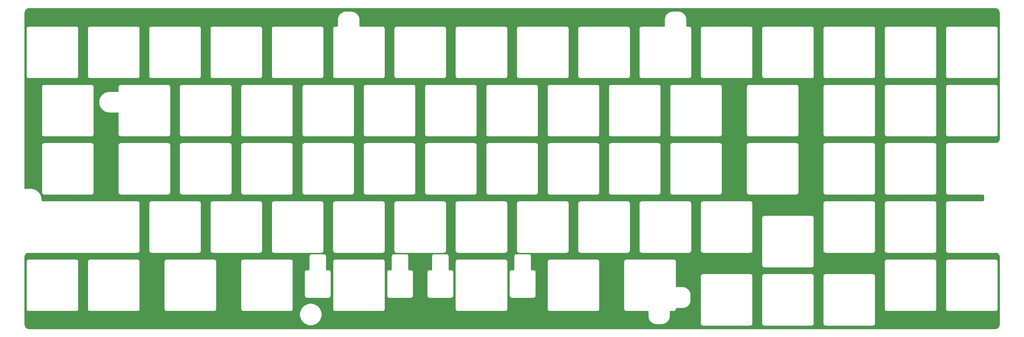
<source format=gtl>
%TF.GenerationSoftware,KiCad,Pcbnew,(5.1.10-1-10_14)*%
%TF.CreationDate,2021-11-20T07:42:05+09:00*%
%TF.ProjectId,keyplate,6b657970-6c61-4746-952e-6b696361645f,rev?*%
%TF.SameCoordinates,Original*%
%TF.FileFunction,Copper,L1,Top*%
%TF.FilePolarity,Positive*%
%FSLAX46Y46*%
G04 Gerber Fmt 4.6, Leading zero omitted, Abs format (unit mm)*
G04 Created by KiCad (PCBNEW (5.1.10-1-10_14)) date 2021-11-20 07:42:05*
%MOMM*%
%LPD*%
G01*
G04 APERTURE LIST*
%TA.AperFunction,NonConductor*%
%ADD10C,0.254000*%
%TD*%
%TA.AperFunction,NonConductor*%
%ADD11C,0.100000*%
%TD*%
G04 APERTURE END LIST*
D10*
X298943798Y-21041947D02*
X299057529Y-21046321D01*
X299154918Y-21057558D01*
X299253801Y-21077473D01*
X299349265Y-21103706D01*
X299440209Y-21137974D01*
X299531005Y-21179434D01*
X299617587Y-21228304D01*
X299699811Y-21282820D01*
X299778191Y-21345255D01*
X299851564Y-21412387D01*
X299919708Y-21486895D01*
X299982165Y-21564464D01*
X300034484Y-21644010D01*
X300083965Y-21732296D01*
X300125476Y-21823006D01*
X300159932Y-21915108D01*
X300186375Y-22010864D01*
X300206650Y-22111302D01*
X300218536Y-22208789D01*
X300222823Y-22321210D01*
X300222822Y-59140380D01*
X300208784Y-59325917D01*
X300174591Y-59474275D01*
X300119784Y-59613365D01*
X300045796Y-59742075D01*
X299954223Y-59858605D01*
X299846963Y-59960851D01*
X299726133Y-60046744D01*
X299593782Y-60114489D01*
X299451524Y-60162575D01*
X299290923Y-60191195D01*
X299175390Y-60197029D01*
X285356743Y-60197029D01*
X285320638Y-60193473D01*
X285284533Y-60197029D01*
X285176553Y-60207664D01*
X285038005Y-60249692D01*
X284910318Y-60317942D01*
X284798400Y-60409791D01*
X284706551Y-60521709D01*
X284638301Y-60649396D01*
X284596273Y-60787944D01*
X284582082Y-60932029D01*
X284585638Y-60968134D01*
X284585639Y-74695886D01*
X284582083Y-74732032D01*
X284588478Y-74796888D01*
X284596274Y-74876039D01*
X284596285Y-74876076D01*
X284596289Y-74876115D01*
X284618547Y-74949463D01*
X284638302Y-75014587D01*
X284638319Y-75014618D01*
X284638331Y-75014659D01*
X284674825Y-75082917D01*
X284706552Y-75142274D01*
X284706576Y-75142303D01*
X284706595Y-75142339D01*
X284753621Y-75199627D01*
X284798401Y-75254192D01*
X284798431Y-75254217D01*
X284798456Y-75254247D01*
X284851559Y-75297818D01*
X284910319Y-75346041D01*
X284910355Y-75346060D01*
X284910384Y-75346084D01*
X284969812Y-75377841D01*
X285038006Y-75414291D01*
X285038047Y-75414303D01*
X285038078Y-75414320D01*
X285102556Y-75433872D01*
X285176554Y-75456319D01*
X285176593Y-75456323D01*
X285176630Y-75456334D01*
X285243285Y-75462891D01*
X285320638Y-75470510D01*
X285356790Y-75466949D01*
X295231665Y-75465903D01*
X295349931Y-75477601D01*
X295427257Y-75501104D01*
X295498554Y-75539184D01*
X295562448Y-75591588D01*
X295614817Y-75655372D01*
X295652741Y-75726385D01*
X295676194Y-75803644D01*
X295687882Y-75922070D01*
X295687882Y-76741185D01*
X295676191Y-76859677D01*
X295652713Y-76937066D01*
X295614746Y-77008232D01*
X295562648Y-77071779D01*
X295498967Y-77123990D01*
X295427550Y-77162118D01*
X295350114Y-77185652D01*
X295231950Y-77197348D01*
X285356743Y-77197348D01*
X285320638Y-77193792D01*
X285284533Y-77197348D01*
X285176553Y-77207983D01*
X285038005Y-77250011D01*
X284910318Y-77318261D01*
X284798400Y-77410110D01*
X284706551Y-77522028D01*
X284638301Y-77649715D01*
X284596273Y-77788263D01*
X284582082Y-77932348D01*
X284585638Y-77968453D01*
X284585639Y-91696159D01*
X284582082Y-91732274D01*
X284596273Y-91876359D01*
X284638301Y-92014907D01*
X284706551Y-92142594D01*
X284798400Y-92254512D01*
X284910318Y-92346361D01*
X285038005Y-92414611D01*
X285176553Y-92456639D01*
X285284533Y-92467274D01*
X285320638Y-92470830D01*
X285356743Y-92467274D01*
X299171261Y-92467274D01*
X299320931Y-92476520D01*
X299444647Y-92499638D01*
X299564099Y-92537511D01*
X299677948Y-92589590D01*
X299784855Y-92655317D01*
X299894312Y-92742774D01*
X299911498Y-92759128D01*
X300004559Y-92864560D01*
X300075659Y-92968454D01*
X300133332Y-93079797D01*
X300177003Y-93197230D01*
X300206117Y-93319393D01*
X300221667Y-93458677D01*
X300222823Y-93505307D01*
X300222822Y-113219520D01*
X300218559Y-113330052D01*
X300206649Y-113427516D01*
X300186375Y-113528174D01*
X300159779Y-113624270D01*
X300125364Y-113716919D01*
X300084470Y-113805835D01*
X300034712Y-113894389D01*
X299981305Y-113975588D01*
X299918323Y-114054485D01*
X299852820Y-114126319D01*
X299780104Y-114191967D01*
X299699257Y-114256370D01*
X299617585Y-114310742D01*
X299531687Y-114359002D01*
X299438097Y-114401735D01*
X299347007Y-114436718D01*
X299256134Y-114461694D01*
X299157345Y-114480910D01*
X299057538Y-114492424D01*
X298943804Y-114496798D01*
X17602421Y-114498920D01*
X17487612Y-114492983D01*
X17382970Y-114480911D01*
X17284805Y-114461818D01*
X17194131Y-114436721D01*
X17101404Y-114401365D01*
X17008602Y-114358997D01*
X16922730Y-114310752D01*
X16841060Y-114256377D01*
X16760193Y-114191958D01*
X16687469Y-114126309D01*
X16623273Y-114055911D01*
X16559831Y-113975579D01*
X16504598Y-113892616D01*
X16455826Y-113805810D01*
X16414927Y-113716900D01*
X16380526Y-113624288D01*
X16353936Y-113528202D01*
X16334151Y-113429952D01*
X16322619Y-113330010D01*
X16317482Y-113216988D01*
X16317482Y-110036456D01*
X96315000Y-110036456D01*
X96315000Y-110683544D01*
X96441240Y-111318199D01*
X96688871Y-111916031D01*
X97048374Y-112454066D01*
X97505934Y-112911626D01*
X98043969Y-113271129D01*
X98641801Y-113518760D01*
X99276456Y-113645000D01*
X99923544Y-113645000D01*
X100558199Y-113518760D01*
X101156031Y-113271129D01*
X101694066Y-112911626D01*
X102151626Y-112454066D01*
X102511129Y-111916031D01*
X102758760Y-111318199D01*
X102885000Y-110683544D01*
X102885000Y-110036456D01*
X102758760Y-109401801D01*
X102511129Y-108803969D01*
X102151626Y-108265934D01*
X101694066Y-107808374D01*
X101156031Y-107448871D01*
X100558199Y-107201240D01*
X99923544Y-107075000D01*
X99276456Y-107075000D01*
X98641801Y-107201240D01*
X98043969Y-107448871D01*
X97505934Y-107808374D01*
X97048374Y-108265934D01*
X96688871Y-108803969D01*
X96441240Y-109401801D01*
X96315000Y-110036456D01*
X16317482Y-110036456D01*
X16317482Y-94932668D01*
X16686480Y-94932668D01*
X16690036Y-94968773D01*
X16690037Y-108696128D01*
X16686480Y-108732243D01*
X16700671Y-108876328D01*
X16742699Y-109014876D01*
X16810949Y-109142563D01*
X16902798Y-109254481D01*
X17014716Y-109346330D01*
X17142403Y-109414580D01*
X17280951Y-109456608D01*
X17388931Y-109467243D01*
X17425036Y-109470799D01*
X17461141Y-109467243D01*
X31188505Y-109467243D01*
X31224610Y-109470799D01*
X31260715Y-109467243D01*
X31368695Y-109456608D01*
X31507243Y-109414580D01*
X31634930Y-109346330D01*
X31746848Y-109254481D01*
X31838697Y-109142563D01*
X31906947Y-109014876D01*
X31948975Y-108876328D01*
X31963166Y-108732243D01*
X31959610Y-108696138D01*
X31959610Y-94968773D01*
X31963166Y-94932668D01*
X34547573Y-94932668D01*
X34551129Y-94968773D01*
X34551130Y-108696128D01*
X34547573Y-108732243D01*
X34561764Y-108876328D01*
X34603792Y-109014876D01*
X34672042Y-109142563D01*
X34763891Y-109254481D01*
X34875809Y-109346330D01*
X35003496Y-109414580D01*
X35142044Y-109456608D01*
X35250024Y-109467243D01*
X35286129Y-109470799D01*
X35322234Y-109467243D01*
X49049952Y-109467243D01*
X49086057Y-109470799D01*
X49122162Y-109467243D01*
X49230142Y-109456608D01*
X49368690Y-109414580D01*
X49496377Y-109346330D01*
X49608295Y-109254481D01*
X49700144Y-109142563D01*
X49768394Y-109014876D01*
X49810422Y-108876328D01*
X49824613Y-108732243D01*
X49821057Y-108696138D01*
X49821057Y-94968773D01*
X49824613Y-94932668D01*
X56871647Y-94932668D01*
X56875203Y-94968773D01*
X56875204Y-108696128D01*
X56871647Y-108732243D01*
X56885838Y-108876328D01*
X56927866Y-109014876D01*
X56996116Y-109142563D01*
X57087965Y-109254481D01*
X57199883Y-109346330D01*
X57327570Y-109414580D01*
X57466118Y-109456608D01*
X57574098Y-109467243D01*
X57610203Y-109470799D01*
X57646308Y-109467243D01*
X71374023Y-109467243D01*
X71410128Y-109470799D01*
X71446233Y-109467243D01*
X71554213Y-109456608D01*
X71692761Y-109414580D01*
X71820448Y-109346330D01*
X71932366Y-109254481D01*
X72024215Y-109142563D01*
X72092465Y-109014876D01*
X72134493Y-108876328D01*
X72148684Y-108732243D01*
X72145128Y-108696138D01*
X72145128Y-94968773D01*
X72148684Y-94932668D01*
X79195724Y-94932668D01*
X79199280Y-94968773D01*
X79199281Y-108696128D01*
X79195724Y-108732243D01*
X79209915Y-108876328D01*
X79251943Y-109014876D01*
X79320193Y-109142563D01*
X79412042Y-109254481D01*
X79523960Y-109346330D01*
X79651647Y-109414580D01*
X79790195Y-109456608D01*
X79898175Y-109467243D01*
X79934280Y-109470799D01*
X79970385Y-109467243D01*
X93697750Y-109467243D01*
X93733855Y-109470799D01*
X93769960Y-109467243D01*
X93877940Y-109456608D01*
X94016488Y-109414580D01*
X94144175Y-109346330D01*
X94256093Y-109254481D01*
X94347942Y-109142563D01*
X94416192Y-109014876D01*
X94458220Y-108876328D01*
X94472411Y-108732243D01*
X94468855Y-108696138D01*
X94468855Y-98031459D01*
X97735206Y-98031459D01*
X97738763Y-98067574D01*
X97738762Y-104845575D01*
X97735206Y-104881680D01*
X97749397Y-105025765D01*
X97791425Y-105164313D01*
X97859675Y-105292000D01*
X97951524Y-105403918D01*
X98060022Y-105492960D01*
X98063442Y-105495767D01*
X98191129Y-105564017D01*
X98329677Y-105606045D01*
X98473762Y-105620236D01*
X98509867Y-105616680D01*
X104736842Y-105616680D01*
X104772947Y-105620236D01*
X104809052Y-105616680D01*
X104917032Y-105606045D01*
X105055580Y-105564017D01*
X105183267Y-105495767D01*
X105295185Y-105403918D01*
X105387034Y-105292000D01*
X105455284Y-105164313D01*
X105497312Y-105025765D01*
X105511503Y-104881680D01*
X105507947Y-104845575D01*
X105507947Y-98067563D01*
X105511503Y-98031459D01*
X105497312Y-97887374D01*
X105455284Y-97748826D01*
X105387034Y-97621139D01*
X105295185Y-97509221D01*
X105183267Y-97417372D01*
X105055580Y-97349122D01*
X104917032Y-97307094D01*
X104809052Y-97296459D01*
X104772947Y-97292903D01*
X104736842Y-97296459D01*
X104156461Y-97296459D01*
X104156461Y-94932668D01*
X105984892Y-94932668D01*
X105988448Y-94968773D01*
X105988449Y-108696128D01*
X105984892Y-108732243D01*
X105999083Y-108876328D01*
X106041111Y-109014876D01*
X106109361Y-109142563D01*
X106201210Y-109254481D01*
X106313128Y-109346330D01*
X106440815Y-109414580D01*
X106579363Y-109456608D01*
X106687343Y-109467243D01*
X106723448Y-109470799D01*
X106759553Y-109467243D01*
X120487273Y-109467243D01*
X120523378Y-109470799D01*
X120559483Y-109467243D01*
X120667463Y-109456608D01*
X120806011Y-109414580D01*
X120933698Y-109346330D01*
X121045616Y-109254481D01*
X121137465Y-109142563D01*
X121205715Y-109014876D01*
X121247743Y-108876328D01*
X121261934Y-108732243D01*
X121258378Y-108696138D01*
X121258378Y-98031459D01*
X121732857Y-98031459D01*
X121736414Y-98067574D01*
X121736413Y-104845575D01*
X121732857Y-104881680D01*
X121747048Y-105025765D01*
X121789076Y-105164313D01*
X121857326Y-105292000D01*
X121949175Y-105403918D01*
X122057673Y-105492960D01*
X122061093Y-105495767D01*
X122188780Y-105564017D01*
X122327328Y-105606045D01*
X122471413Y-105620236D01*
X122507518Y-105616680D01*
X128736964Y-105616680D01*
X128773069Y-105620236D01*
X128809174Y-105616680D01*
X128917154Y-105606045D01*
X129055702Y-105564017D01*
X129183389Y-105495767D01*
X129295307Y-105403918D01*
X129387156Y-105292000D01*
X129455406Y-105164313D01*
X129497434Y-105025765D01*
X129511625Y-104881680D01*
X129508069Y-104845575D01*
X129508069Y-98067563D01*
X129511625Y-98031459D01*
X133452462Y-98031459D01*
X133456019Y-98067574D01*
X133456018Y-104845575D01*
X133452462Y-104881680D01*
X133466653Y-105025765D01*
X133508681Y-105164313D01*
X133576931Y-105292000D01*
X133668780Y-105403918D01*
X133777278Y-105492960D01*
X133780698Y-105495767D01*
X133908385Y-105564017D01*
X134046933Y-105606045D01*
X134191018Y-105620236D01*
X134227123Y-105616680D01*
X140454092Y-105616680D01*
X140490197Y-105620236D01*
X140526302Y-105616680D01*
X140634282Y-105606045D01*
X140772830Y-105564017D01*
X140900517Y-105495767D01*
X141012435Y-105403918D01*
X141104284Y-105292000D01*
X141172534Y-105164313D01*
X141214562Y-105025765D01*
X141228753Y-104881680D01*
X141225197Y-104845575D01*
X141225197Y-98067563D01*
X141228753Y-98031459D01*
X141214562Y-97887374D01*
X141172534Y-97748826D01*
X141104284Y-97621139D01*
X141012435Y-97509221D01*
X140900517Y-97417372D01*
X140772830Y-97349122D01*
X140634282Y-97307094D01*
X140526302Y-97296459D01*
X140490197Y-97292903D01*
X140454092Y-97296459D01*
X139876532Y-97296459D01*
X139876532Y-94932668D01*
X141702497Y-94932668D01*
X141706053Y-94968773D01*
X141706054Y-108696128D01*
X141702497Y-108732243D01*
X141716688Y-108876328D01*
X141758716Y-109014876D01*
X141826966Y-109142563D01*
X141918815Y-109254481D01*
X142030733Y-109346330D01*
X142158420Y-109414580D01*
X142296968Y-109456608D01*
X142404948Y-109467243D01*
X142441053Y-109470799D01*
X142477158Y-109467243D01*
X156204524Y-109467243D01*
X156240629Y-109470799D01*
X156276734Y-109467243D01*
X156384714Y-109456608D01*
X156523262Y-109414580D01*
X156650949Y-109346330D01*
X156762867Y-109254481D01*
X156854716Y-109142563D01*
X156922966Y-109014876D01*
X156964994Y-108876328D01*
X156979185Y-108732243D01*
X156975629Y-108696138D01*
X156975629Y-98031459D01*
X157452928Y-98031459D01*
X157456485Y-98067574D01*
X157456484Y-104845575D01*
X157452928Y-104881680D01*
X157467119Y-105025765D01*
X157509147Y-105164313D01*
X157577397Y-105292000D01*
X157669246Y-105403918D01*
X157777744Y-105492960D01*
X157781164Y-105495767D01*
X157908851Y-105564017D01*
X158047399Y-105606045D01*
X158191484Y-105620236D01*
X158227589Y-105616680D01*
X164454559Y-105616680D01*
X164490664Y-105620236D01*
X164526769Y-105616680D01*
X164634749Y-105606045D01*
X164773297Y-105564017D01*
X164900984Y-105495767D01*
X165012902Y-105403918D01*
X165104751Y-105292000D01*
X165173001Y-105164313D01*
X165215029Y-105025765D01*
X165229220Y-104881680D01*
X165225664Y-104845575D01*
X165225664Y-98067563D01*
X165229220Y-98031459D01*
X165215029Y-97887374D01*
X165173001Y-97748826D01*
X165104751Y-97621139D01*
X165012902Y-97509221D01*
X164900984Y-97417372D01*
X164773297Y-97349122D01*
X164634749Y-97307094D01*
X164526769Y-97296459D01*
X164490664Y-97292903D01*
X164454559Y-97296459D01*
X163876999Y-97296459D01*
X163876999Y-94932668D01*
X168491665Y-94932668D01*
X168495221Y-94968773D01*
X168495222Y-108696128D01*
X168491665Y-108732243D01*
X168505856Y-108876328D01*
X168547884Y-109014876D01*
X168616134Y-109142563D01*
X168707983Y-109254481D01*
X168819901Y-109346330D01*
X168947588Y-109414580D01*
X169086136Y-109456608D01*
X169194116Y-109467243D01*
X169230221Y-109470799D01*
X169266326Y-109467243D01*
X182994047Y-109467243D01*
X183030152Y-109470799D01*
X183066257Y-109467243D01*
X183174237Y-109456608D01*
X183312785Y-109414580D01*
X183440472Y-109346330D01*
X183552390Y-109254481D01*
X183644239Y-109142563D01*
X183712489Y-109014876D01*
X183754517Y-108876328D01*
X183768708Y-108732243D01*
X183765152Y-108696138D01*
X183765152Y-94968773D01*
X183768708Y-94932668D01*
X190815753Y-94932668D01*
X190819310Y-94968783D01*
X190819309Y-108696138D01*
X190815753Y-108732243D01*
X190829944Y-108876328D01*
X190871972Y-109014876D01*
X190940222Y-109142563D01*
X191032071Y-109254481D01*
X191131588Y-109336153D01*
X191143989Y-109346330D01*
X191271676Y-109414580D01*
X191410224Y-109456608D01*
X191554309Y-109470799D01*
X191590414Y-109467243D01*
X197856847Y-109467243D01*
X197856846Y-110829973D01*
X197857739Y-110839041D01*
X197859239Y-110899590D01*
X197862497Y-110926054D01*
X197862483Y-110952714D01*
X197863550Y-110962921D01*
X197887641Y-111178755D01*
X197895944Y-111217923D01*
X197900828Y-111257654D01*
X197903137Y-111267653D01*
X197953150Y-111477462D01*
X197966117Y-111515103D01*
X197975753Y-111553722D01*
X197979265Y-111563364D01*
X198054264Y-111764913D01*
X198071695Y-111800635D01*
X198085940Y-111837735D01*
X198090599Y-111846878D01*
X198189649Y-112037928D01*
X198211361Y-112071355D01*
X198230077Y-112106533D01*
X198235817Y-112115039D01*
X198357981Y-112293356D01*
X198383778Y-112324083D01*
X198406817Y-112356906D01*
X198413559Y-112364644D01*
X198557902Y-112527990D01*
X198577318Y-112546054D01*
X198594353Y-112566361D01*
X198601733Y-112573491D01*
X198665069Y-112633821D01*
X198686141Y-112650289D01*
X198705031Y-112669209D01*
X198713000Y-112675674D01*
X198882508Y-112811211D01*
X198916133Y-112833086D01*
X198947737Y-112857773D01*
X198956440Y-112863211D01*
X199140086Y-112976170D01*
X199175895Y-112993631D01*
X199210049Y-113014143D01*
X199219351Y-113018478D01*
X199414865Y-113107937D01*
X199452454Y-113120870D01*
X199488759Y-113137029D01*
X199498519Y-113140199D01*
X199703632Y-113205239D01*
X199742610Y-113213519D01*
X199780703Y-113225154D01*
X199790778Y-113227110D01*
X200003217Y-113266809D01*
X200043174Y-113270294D01*
X200082668Y-113277212D01*
X200092906Y-113277917D01*
X200297031Y-113290529D01*
X200319625Y-113292754D01*
X201868916Y-113292754D01*
X201877983Y-113291861D01*
X201938593Y-113290360D01*
X201965041Y-113287104D01*
X201991680Y-113287120D01*
X202001887Y-113286054D01*
X202217882Y-113261958D01*
X202257047Y-113253658D01*
X202296759Y-113248780D01*
X202306758Y-113246472D01*
X202516717Y-113196443D01*
X202554372Y-113183475D01*
X202593003Y-113173838D01*
X202602646Y-113170327D01*
X202804322Y-113095293D01*
X202840073Y-113077850D01*
X202877202Y-113063593D01*
X202886346Y-113058933D01*
X203077497Y-112959823D01*
X203110973Y-112938078D01*
X203146198Y-112919328D01*
X203154703Y-112913586D01*
X203333084Y-112791328D01*
X203363863Y-112765477D01*
X203396741Y-112742380D01*
X203404476Y-112735636D01*
X203567841Y-112591160D01*
X203586055Y-112571567D01*
X203606526Y-112554358D01*
X203613648Y-112546970D01*
X203673982Y-112483498D01*
X203690407Y-112462436D01*
X203709289Y-112443548D01*
X203715746Y-112435572D01*
X203851284Y-112265732D01*
X203873111Y-112232109D01*
X203897753Y-112200507D01*
X203903183Y-112191799D01*
X204016116Y-112007834D01*
X204033542Y-111972019D01*
X204054021Y-111937852D01*
X204058348Y-111928546D01*
X204147741Y-111732735D01*
X204160650Y-111695110D01*
X204176784Y-111658772D01*
X204179946Y-111649009D01*
X204244863Y-111443628D01*
X204253120Y-111404583D01*
X204264733Y-111366414D01*
X204266678Y-111356337D01*
X204306181Y-111143663D01*
X204309631Y-111103609D01*
X204316512Y-111064011D01*
X204317203Y-111053772D01*
X204329549Y-110849473D01*
X204331738Y-110826968D01*
X204330104Y-109467243D01*
X205317779Y-109467243D01*
X205353884Y-109470799D01*
X205389989Y-109467243D01*
X205497969Y-109456608D01*
X205636517Y-109414580D01*
X205764204Y-109346330D01*
X205876122Y-109254481D01*
X205967971Y-109142563D01*
X206036221Y-109014876D01*
X206078249Y-108876328D01*
X206092440Y-108732243D01*
X206088884Y-108696138D01*
X206088884Y-108588164D01*
X207893243Y-108587395D01*
X207908443Y-108585891D01*
X208067977Y-108579192D01*
X208101740Y-108574444D01*
X208135809Y-108573186D01*
X208145968Y-108571737D01*
X208406379Y-108532749D01*
X208448290Y-108522210D01*
X208490898Y-108514964D01*
X208500780Y-108512196D01*
X208746463Y-108441508D01*
X208788151Y-108424959D01*
X208830920Y-108411521D01*
X208840335Y-108407439D01*
X209068304Y-108306692D01*
X209109012Y-108283715D01*
X209151186Y-108263571D01*
X209159933Y-108258204D01*
X209367199Y-108129041D01*
X209405937Y-108099284D01*
X209446446Y-108072015D01*
X209454314Y-108065426D01*
X209637888Y-107909486D01*
X209673312Y-107872872D01*
X209710751Y-107838334D01*
X209717526Y-107830625D01*
X209874424Y-107649550D01*
X209904922Y-107606489D01*
X209937592Y-107565091D01*
X209943073Y-107556415D01*
X210070305Y-107351845D01*
X210094173Y-107303508D01*
X210120360Y-107256403D01*
X210124382Y-107246962D01*
X210218961Y-107020539D01*
X210234829Y-106968867D01*
X210253167Y-106918040D01*
X210255623Y-106908076D01*
X210314561Y-106661441D01*
X210321786Y-106608964D01*
X210331687Y-106556962D01*
X210332543Y-106546735D01*
X210352245Y-106289479D01*
X210355000Y-106261509D01*
X210355000Y-104663895D01*
X210354105Y-104654810D01*
X210352605Y-104594316D01*
X210349346Y-104567849D01*
X210349359Y-104541181D01*
X210348291Y-104530975D01*
X210324200Y-104315222D01*
X210315899Y-104276074D01*
X210311016Y-104236349D01*
X210308706Y-104226350D01*
X210258694Y-104016554D01*
X210245735Y-103978936D01*
X210236107Y-103940342D01*
X210232597Y-103930699D01*
X210157600Y-103729119D01*
X210140179Y-103693412D01*
X210125949Y-103656338D01*
X210121291Y-103647193D01*
X210022245Y-103456093D01*
X210000547Y-103422678D01*
X209981835Y-103387495D01*
X209976095Y-103378988D01*
X209853937Y-103200625D01*
X209828135Y-103169882D01*
X209805082Y-103137034D01*
X209798341Y-103129296D01*
X209654008Y-102965933D01*
X209634434Y-102947719D01*
X209617239Y-102927243D01*
X209609854Y-102920116D01*
X209546509Y-102859842D01*
X209525459Y-102843410D01*
X209506586Y-102824522D01*
X209498613Y-102818060D01*
X209329059Y-102682604D01*
X209295487Y-102660784D01*
X209263938Y-102636151D01*
X209255234Y-102630715D01*
X209071516Y-102517769D01*
X209035770Y-102500348D01*
X209001675Y-102479873D01*
X208992373Y-102475538D01*
X208796776Y-102386047D01*
X208759239Y-102373133D01*
X208722988Y-102356992D01*
X208713228Y-102353821D01*
X208508038Y-102288729D01*
X208469081Y-102280448D01*
X208430999Y-102268809D01*
X208420925Y-102266852D01*
X208208428Y-102227105D01*
X208168441Y-102223610D01*
X208128921Y-102216684D01*
X208118683Y-102215978D01*
X207914389Y-102203337D01*
X207891668Y-102201106D01*
X206088884Y-102201614D01*
X206088884Y-99181865D01*
X213136987Y-99181865D01*
X213140543Y-99217970D01*
X213140544Y-112945675D01*
X213136987Y-112981790D01*
X213151178Y-113125875D01*
X213193206Y-113264423D01*
X213261456Y-113392110D01*
X213353305Y-113504028D01*
X213465223Y-113595877D01*
X213592910Y-113664127D01*
X213731458Y-113706155D01*
X213839438Y-113716790D01*
X213875543Y-113720346D01*
X213911648Y-113716790D01*
X227639380Y-113716790D01*
X227675485Y-113720346D01*
X227711590Y-113716790D01*
X227819570Y-113706155D01*
X227958118Y-113664127D01*
X228085805Y-113595877D01*
X228197723Y-113504028D01*
X228289572Y-113392110D01*
X228357822Y-113264423D01*
X228399850Y-113125875D01*
X228414041Y-112981790D01*
X228410485Y-112945685D01*
X228410485Y-99217970D01*
X228414041Y-99181865D01*
X230995973Y-99181865D01*
X230999529Y-99217970D01*
X230999530Y-112945675D01*
X230995973Y-112981790D01*
X231010164Y-113125875D01*
X231052192Y-113264423D01*
X231120442Y-113392110D01*
X231212291Y-113504028D01*
X231324209Y-113595877D01*
X231451896Y-113664127D01*
X231590444Y-113706155D01*
X231698424Y-113716790D01*
X231734529Y-113720346D01*
X231770634Y-113716790D01*
X245497999Y-113716790D01*
X245534104Y-113720346D01*
X245570209Y-113716790D01*
X245678189Y-113706155D01*
X245816737Y-113664127D01*
X245944424Y-113595877D01*
X246056342Y-113504028D01*
X246148191Y-113392110D01*
X246216441Y-113264423D01*
X246258469Y-113125875D01*
X246272660Y-112981790D01*
X246269104Y-112945685D01*
X246269104Y-99217970D01*
X246272660Y-99181865D01*
X248854593Y-99181865D01*
X248858149Y-99217970D01*
X248858150Y-112945675D01*
X248854593Y-112981790D01*
X248868784Y-113125875D01*
X248910812Y-113264423D01*
X248979062Y-113392110D01*
X249070911Y-113504028D01*
X249182829Y-113595877D01*
X249310516Y-113664127D01*
X249449064Y-113706155D01*
X249557044Y-113716790D01*
X249593149Y-113720346D01*
X249629254Y-113716790D01*
X263356619Y-113716790D01*
X263392724Y-113720346D01*
X263428829Y-113716790D01*
X263536809Y-113706155D01*
X263675357Y-113664127D01*
X263803044Y-113595877D01*
X263914962Y-113504028D01*
X264006811Y-113392110D01*
X264075061Y-113264423D01*
X264117089Y-113125875D01*
X264131280Y-112981790D01*
X264127724Y-112945685D01*
X264127724Y-99217970D01*
X264131280Y-99181865D01*
X264117089Y-99037780D01*
X264075061Y-98899232D01*
X264006811Y-98771545D01*
X263914962Y-98659627D01*
X263803044Y-98567778D01*
X263675357Y-98499528D01*
X263536809Y-98457500D01*
X263428829Y-98446865D01*
X263392724Y-98443309D01*
X263356619Y-98446865D01*
X249629254Y-98446865D01*
X249593149Y-98443309D01*
X249557044Y-98446865D01*
X249449064Y-98457500D01*
X249310516Y-98499528D01*
X249182829Y-98567778D01*
X249070911Y-98659627D01*
X248979062Y-98771545D01*
X248910812Y-98899232D01*
X248868784Y-99037780D01*
X248854593Y-99181865D01*
X246272660Y-99181865D01*
X246258469Y-99037780D01*
X246216441Y-98899232D01*
X246148191Y-98771545D01*
X246056342Y-98659627D01*
X245944424Y-98567778D01*
X245816737Y-98499528D01*
X245678189Y-98457500D01*
X245570209Y-98446865D01*
X245534104Y-98443309D01*
X245497999Y-98446865D01*
X231770634Y-98446865D01*
X231734529Y-98443309D01*
X231698424Y-98446865D01*
X231590444Y-98457500D01*
X231451896Y-98499528D01*
X231324209Y-98567778D01*
X231212291Y-98659627D01*
X231120442Y-98771545D01*
X231052192Y-98899232D01*
X231010164Y-99037780D01*
X230995973Y-99181865D01*
X228414041Y-99181865D01*
X228399850Y-99037780D01*
X228357822Y-98899232D01*
X228289572Y-98771545D01*
X228197723Y-98659627D01*
X228085805Y-98567778D01*
X227958118Y-98499528D01*
X227819570Y-98457500D01*
X227711590Y-98446865D01*
X227675485Y-98443309D01*
X227639380Y-98446865D01*
X213911648Y-98446865D01*
X213875543Y-98443309D01*
X213839438Y-98446865D01*
X213731458Y-98457500D01*
X213592910Y-98499528D01*
X213465223Y-98567778D01*
X213353305Y-98659627D01*
X213261456Y-98771545D01*
X213193206Y-98899232D01*
X213151178Y-99037780D01*
X213136987Y-99181865D01*
X206088884Y-99181865D01*
X206088884Y-94968773D01*
X206092440Y-94932668D01*
X206078249Y-94788583D01*
X206036221Y-94650035D01*
X205967971Y-94522348D01*
X205876122Y-94410430D01*
X205764204Y-94318581D01*
X205636517Y-94250331D01*
X205497969Y-94208303D01*
X205389989Y-94197668D01*
X205353884Y-94194112D01*
X205317779Y-94197668D01*
X191590414Y-94197668D01*
X191554309Y-94194112D01*
X191518204Y-94197668D01*
X191410224Y-94208303D01*
X191271676Y-94250331D01*
X191143989Y-94318581D01*
X191032071Y-94410430D01*
X190940222Y-94522348D01*
X190871972Y-94650035D01*
X190829944Y-94788583D01*
X190815753Y-94932668D01*
X183768708Y-94932668D01*
X183754517Y-94788583D01*
X183712489Y-94650035D01*
X183644239Y-94522348D01*
X183552390Y-94410430D01*
X183440472Y-94318581D01*
X183312785Y-94250331D01*
X183174237Y-94208303D01*
X183066257Y-94197668D01*
X183030152Y-94194112D01*
X182994047Y-94197668D01*
X169266326Y-94197668D01*
X169230221Y-94194112D01*
X169194116Y-94197668D01*
X169086136Y-94208303D01*
X168947588Y-94250331D01*
X168819901Y-94318581D01*
X168707983Y-94410430D01*
X168616134Y-94522348D01*
X168547884Y-94650035D01*
X168505856Y-94788583D01*
X168491665Y-94932668D01*
X163876999Y-94932668D01*
X163876999Y-93419377D01*
X163880555Y-93383272D01*
X163866364Y-93239187D01*
X163824336Y-93100639D01*
X163756086Y-92972952D01*
X163664237Y-92861034D01*
X163552319Y-92769185D01*
X163424632Y-92700935D01*
X163286084Y-92658907D01*
X163178104Y-92648272D01*
X163141999Y-92644716D01*
X163105894Y-92648272D01*
X159576255Y-92648272D01*
X159540150Y-92644716D01*
X159504045Y-92648272D01*
X159396065Y-92658907D01*
X159257517Y-92700935D01*
X159129830Y-92769185D01*
X159017912Y-92861034D01*
X158926063Y-92972952D01*
X158857813Y-93100639D01*
X158815785Y-93239187D01*
X158801594Y-93383272D01*
X158805151Y-93419387D01*
X158805150Y-97296459D01*
X158227589Y-97296459D01*
X158191484Y-97292903D01*
X158155379Y-97296459D01*
X158047399Y-97307094D01*
X157908851Y-97349122D01*
X157781164Y-97417372D01*
X157669246Y-97509221D01*
X157577397Y-97621139D01*
X157509147Y-97748826D01*
X157467119Y-97887374D01*
X157452928Y-98031459D01*
X156975629Y-98031459D01*
X156975629Y-94968773D01*
X156979185Y-94932668D01*
X156964994Y-94788583D01*
X156922966Y-94650035D01*
X156854716Y-94522348D01*
X156762867Y-94410430D01*
X156650949Y-94318581D01*
X156523262Y-94250331D01*
X156384714Y-94208303D01*
X156276734Y-94197668D01*
X156240629Y-94194112D01*
X156204524Y-94197668D01*
X142477158Y-94197668D01*
X142441053Y-94194112D01*
X142404948Y-94197668D01*
X142296968Y-94208303D01*
X142158420Y-94250331D01*
X142030733Y-94318581D01*
X141918815Y-94410430D01*
X141826966Y-94522348D01*
X141758716Y-94650035D01*
X141716688Y-94788583D01*
X141702497Y-94932668D01*
X139876532Y-94932668D01*
X139876532Y-93419377D01*
X139880088Y-93383272D01*
X139865897Y-93239187D01*
X139823869Y-93100639D01*
X139755619Y-92972952D01*
X139663770Y-92861034D01*
X139551852Y-92769185D01*
X139424165Y-92700935D01*
X139285617Y-92658907D01*
X139177637Y-92648272D01*
X139141532Y-92644716D01*
X139105427Y-92648272D01*
X135578253Y-92648272D01*
X135542148Y-92644716D01*
X135506043Y-92648272D01*
X135398063Y-92658907D01*
X135259515Y-92700935D01*
X135131828Y-92769185D01*
X135019910Y-92861034D01*
X134928061Y-92972952D01*
X134859811Y-93100639D01*
X134817783Y-93239187D01*
X134803592Y-93383272D01*
X134807149Y-93419387D01*
X134807148Y-97296459D01*
X134227123Y-97296459D01*
X134191018Y-97292903D01*
X134154913Y-97296459D01*
X134046933Y-97307094D01*
X133908385Y-97349122D01*
X133780698Y-97417372D01*
X133668780Y-97509221D01*
X133576931Y-97621139D01*
X133508681Y-97748826D01*
X133466653Y-97887374D01*
X133452462Y-98031459D01*
X129511625Y-98031459D01*
X129497434Y-97887374D01*
X129455406Y-97748826D01*
X129387156Y-97621139D01*
X129295307Y-97509221D01*
X129183389Y-97417372D01*
X129055702Y-97349122D01*
X128917154Y-97307094D01*
X128809174Y-97296459D01*
X128773069Y-97292903D01*
X128736964Y-97296459D01*
X128156928Y-97296459D01*
X128156928Y-93419377D01*
X128160484Y-93383272D01*
X128146293Y-93239187D01*
X128104265Y-93100639D01*
X128036015Y-92972952D01*
X127944166Y-92861034D01*
X127832248Y-92769185D01*
X127704561Y-92700935D01*
X127566013Y-92658907D01*
X127458033Y-92648272D01*
X127421928Y-92644716D01*
X127385823Y-92648272D01*
X123859004Y-92648272D01*
X123822899Y-92644716D01*
X123786794Y-92648272D01*
X123678814Y-92658907D01*
X123540266Y-92700935D01*
X123412579Y-92769185D01*
X123300661Y-92861034D01*
X123208812Y-92972952D01*
X123140562Y-93100639D01*
X123098534Y-93239187D01*
X123084343Y-93383272D01*
X123087900Y-93419387D01*
X123087899Y-97296459D01*
X122507518Y-97296459D01*
X122471413Y-97292903D01*
X122435308Y-97296459D01*
X122327328Y-97307094D01*
X122188780Y-97349122D01*
X122061093Y-97417372D01*
X121949175Y-97509221D01*
X121857326Y-97621139D01*
X121789076Y-97748826D01*
X121747048Y-97887374D01*
X121732857Y-98031459D01*
X121258378Y-98031459D01*
X121258378Y-94968773D01*
X121261934Y-94932668D01*
X121247743Y-94788583D01*
X121205715Y-94650035D01*
X121137465Y-94522348D01*
X121045616Y-94410430D01*
X120933698Y-94318581D01*
X120806011Y-94250331D01*
X120667463Y-94208303D01*
X120559483Y-94197668D01*
X120523378Y-94194112D01*
X120487273Y-94197668D01*
X106759553Y-94197668D01*
X106723448Y-94194112D01*
X106687343Y-94197668D01*
X106579363Y-94208303D01*
X106440815Y-94250331D01*
X106313128Y-94318581D01*
X106201210Y-94410430D01*
X106109361Y-94522348D01*
X106041111Y-94650035D01*
X105999083Y-94788583D01*
X105984892Y-94932668D01*
X104156461Y-94932668D01*
X104156461Y-93419377D01*
X104160017Y-93383272D01*
X104145826Y-93239187D01*
X104103798Y-93100639D01*
X104035548Y-92972952D01*
X103943699Y-92861034D01*
X103831781Y-92769185D01*
X103704094Y-92700935D01*
X103565546Y-92658907D01*
X103457566Y-92648272D01*
X103421461Y-92644716D01*
X103385356Y-92648272D01*
X99858532Y-92648272D01*
X99822427Y-92644716D01*
X99786322Y-92648272D01*
X99678342Y-92658907D01*
X99539794Y-92700935D01*
X99412107Y-92769185D01*
X99300189Y-92861034D01*
X99208340Y-92972952D01*
X99140090Y-93100639D01*
X99098062Y-93239187D01*
X99083871Y-93383272D01*
X99087428Y-93419387D01*
X99087427Y-97296459D01*
X98509867Y-97296459D01*
X98473762Y-97292903D01*
X98437657Y-97296459D01*
X98329677Y-97307094D01*
X98191129Y-97349122D01*
X98063442Y-97417372D01*
X97951524Y-97509221D01*
X97859675Y-97621139D01*
X97791425Y-97748826D01*
X97749397Y-97887374D01*
X97735206Y-98031459D01*
X94468855Y-98031459D01*
X94468855Y-94968773D01*
X94472411Y-94932668D01*
X94458220Y-94788583D01*
X94416192Y-94650035D01*
X94347942Y-94522348D01*
X94256093Y-94410430D01*
X94144175Y-94318581D01*
X94016488Y-94250331D01*
X93877940Y-94208303D01*
X93769960Y-94197668D01*
X93733855Y-94194112D01*
X93697750Y-94197668D01*
X79970385Y-94197668D01*
X79934280Y-94194112D01*
X79898175Y-94197668D01*
X79790195Y-94208303D01*
X79651647Y-94250331D01*
X79523960Y-94318581D01*
X79412042Y-94410430D01*
X79320193Y-94522348D01*
X79251943Y-94650035D01*
X79209915Y-94788583D01*
X79195724Y-94932668D01*
X72148684Y-94932668D01*
X72134493Y-94788583D01*
X72092465Y-94650035D01*
X72024215Y-94522348D01*
X71932366Y-94410430D01*
X71820448Y-94318581D01*
X71692761Y-94250331D01*
X71554213Y-94208303D01*
X71446233Y-94197668D01*
X71410128Y-94194112D01*
X71374023Y-94197668D01*
X57646308Y-94197668D01*
X57610203Y-94194112D01*
X57574098Y-94197668D01*
X57466118Y-94208303D01*
X57327570Y-94250331D01*
X57199883Y-94318581D01*
X57087965Y-94410430D01*
X56996116Y-94522348D01*
X56927866Y-94650035D01*
X56885838Y-94788583D01*
X56871647Y-94932668D01*
X49824613Y-94932668D01*
X49810422Y-94788583D01*
X49768394Y-94650035D01*
X49700144Y-94522348D01*
X49608295Y-94410430D01*
X49496377Y-94318581D01*
X49368690Y-94250331D01*
X49230142Y-94208303D01*
X49122162Y-94197668D01*
X49086057Y-94194112D01*
X49049952Y-94197668D01*
X35322234Y-94197668D01*
X35286129Y-94194112D01*
X35250024Y-94197668D01*
X35142044Y-94208303D01*
X35003496Y-94250331D01*
X34875809Y-94318581D01*
X34763891Y-94410430D01*
X34672042Y-94522348D01*
X34603792Y-94650035D01*
X34561764Y-94788583D01*
X34547573Y-94932668D01*
X31963166Y-94932668D01*
X31948975Y-94788583D01*
X31906947Y-94650035D01*
X31838697Y-94522348D01*
X31746848Y-94410430D01*
X31634930Y-94318581D01*
X31507243Y-94250331D01*
X31368695Y-94208303D01*
X31260715Y-94197668D01*
X31224610Y-94194112D01*
X31188505Y-94197668D01*
X17461141Y-94197668D01*
X17425036Y-94194112D01*
X17388931Y-94197668D01*
X17280951Y-94208303D01*
X17142403Y-94250331D01*
X17014716Y-94318581D01*
X16902798Y-94410430D01*
X16810949Y-94522348D01*
X16742699Y-94650035D01*
X16700671Y-94788583D01*
X16686480Y-94932668D01*
X16317482Y-94932668D01*
X16317482Y-93518885D01*
X16326739Y-93369298D01*
X16349875Y-93245666D01*
X16387787Y-93126234D01*
X16439928Y-93012356D01*
X16505745Y-92905368D01*
X16593290Y-92795832D01*
X16609886Y-92778393D01*
X16715344Y-92685152D01*
X16818927Y-92614204D01*
X16930038Y-92556642D01*
X17047331Y-92513041D01*
X17169471Y-92483962D01*
X17308803Y-92468428D01*
X17355452Y-92467274D01*
X49049952Y-92467274D01*
X49086057Y-92470830D01*
X49122162Y-92467274D01*
X49230142Y-92456639D01*
X49368690Y-92414611D01*
X49496377Y-92346361D01*
X49608295Y-92254512D01*
X49700144Y-92142594D01*
X49768394Y-92014907D01*
X49810422Y-91876359D01*
X49824613Y-91732274D01*
X49821057Y-91696169D01*
X49821057Y-77968453D01*
X49824613Y-77932348D01*
X52403730Y-77932348D01*
X52407286Y-77968453D01*
X52407287Y-91696159D01*
X52403730Y-91732274D01*
X52417921Y-91876359D01*
X52459949Y-92014907D01*
X52528199Y-92142594D01*
X52620048Y-92254512D01*
X52731966Y-92346361D01*
X52859653Y-92414611D01*
X52998201Y-92456639D01*
X53106181Y-92467274D01*
X53142286Y-92470830D01*
X53178391Y-92467274D01*
X66906106Y-92467274D01*
X66942211Y-92470830D01*
X66978316Y-92467274D01*
X67086296Y-92456639D01*
X67224844Y-92414611D01*
X67352531Y-92346361D01*
X67464449Y-92254512D01*
X67556298Y-92142594D01*
X67624548Y-92014907D01*
X67666576Y-91876359D01*
X67680767Y-91732274D01*
X67677211Y-91696169D01*
X67677211Y-77968453D01*
X67680767Y-77932348D01*
X70262355Y-77932348D01*
X70265911Y-77968453D01*
X70265912Y-91696159D01*
X70262355Y-91732274D01*
X70276546Y-91876359D01*
X70318574Y-92014907D01*
X70386824Y-92142594D01*
X70478673Y-92254512D01*
X70590591Y-92346361D01*
X70718278Y-92414611D01*
X70856826Y-92456639D01*
X70964806Y-92467274D01*
X71000911Y-92470830D01*
X71037016Y-92467274D01*
X84764731Y-92467274D01*
X84800836Y-92470830D01*
X84836941Y-92467274D01*
X84944921Y-92456639D01*
X85083469Y-92414611D01*
X85211156Y-92346361D01*
X85323074Y-92254512D01*
X85414923Y-92142594D01*
X85483173Y-92014907D01*
X85525201Y-91876359D01*
X85539392Y-91732274D01*
X85535836Y-91696169D01*
X85535836Y-77968453D01*
X85539392Y-77932348D01*
X88121330Y-77932348D01*
X88124886Y-77968453D01*
X88124887Y-91696159D01*
X88121330Y-91732274D01*
X88135521Y-91876359D01*
X88177549Y-92014907D01*
X88245799Y-92142594D01*
X88337648Y-92254512D01*
X88449566Y-92346361D01*
X88577253Y-92414611D01*
X88715801Y-92456639D01*
X88823781Y-92467274D01*
X88859886Y-92470830D01*
X88895991Y-92467274D01*
X102623357Y-92467274D01*
X102659462Y-92470830D01*
X102695567Y-92467274D01*
X102803547Y-92456639D01*
X102942095Y-92414611D01*
X103069782Y-92346361D01*
X103181700Y-92254512D01*
X103273549Y-92142594D01*
X103341799Y-92014907D01*
X103383827Y-91876359D01*
X103398018Y-91732274D01*
X103394462Y-91696169D01*
X103394462Y-77968453D01*
X103398018Y-77932348D01*
X105979961Y-77932348D01*
X105983517Y-77968453D01*
X105983518Y-91696159D01*
X105979961Y-91732274D01*
X105994152Y-91876359D01*
X106036180Y-92014907D01*
X106104430Y-92142594D01*
X106196279Y-92254512D01*
X106308197Y-92346361D01*
X106435884Y-92414611D01*
X106574432Y-92456639D01*
X106682412Y-92467274D01*
X106718517Y-92470830D01*
X106754622Y-92467274D01*
X120481976Y-92467274D01*
X120518081Y-92470830D01*
X120554186Y-92467274D01*
X120662166Y-92456639D01*
X120800714Y-92414611D01*
X120928401Y-92346361D01*
X121040319Y-92254512D01*
X121132168Y-92142594D01*
X121200418Y-92014907D01*
X121242446Y-91876359D01*
X121256637Y-91732274D01*
X121253081Y-91696169D01*
X121253081Y-77968453D01*
X121256637Y-77932348D01*
X123841046Y-77932348D01*
X123844602Y-77968453D01*
X123844603Y-91696159D01*
X123841046Y-91732274D01*
X123855237Y-91876359D01*
X123897265Y-92014907D01*
X123965515Y-92142594D01*
X124057364Y-92254512D01*
X124169282Y-92346361D01*
X124296969Y-92414611D01*
X124435517Y-92456639D01*
X124543497Y-92467274D01*
X124579602Y-92470830D01*
X124615707Y-92467274D01*
X138343428Y-92467274D01*
X138379533Y-92470830D01*
X138415638Y-92467274D01*
X138523618Y-92456639D01*
X138662166Y-92414611D01*
X138789853Y-92346361D01*
X138901771Y-92254512D01*
X138993620Y-92142594D01*
X139061870Y-92014907D01*
X139103898Y-91876359D01*
X139118089Y-91732274D01*
X139114533Y-91696169D01*
X139114533Y-77968453D01*
X139118089Y-77932348D01*
X141699677Y-77932348D01*
X141703233Y-77968453D01*
X141703234Y-91696159D01*
X141699677Y-91732274D01*
X141713868Y-91876359D01*
X141755896Y-92014907D01*
X141824146Y-92142594D01*
X141915995Y-92254512D01*
X142027913Y-92346361D01*
X142155600Y-92414611D01*
X142294148Y-92456639D01*
X142402128Y-92467274D01*
X142438233Y-92470830D01*
X142474338Y-92467274D01*
X156202047Y-92467274D01*
X156238152Y-92470830D01*
X156274257Y-92467274D01*
X156382237Y-92456639D01*
X156520785Y-92414611D01*
X156648472Y-92346361D01*
X156760390Y-92254512D01*
X156852239Y-92142594D01*
X156920489Y-92014907D01*
X156962517Y-91876359D01*
X156976708Y-91732274D01*
X156973152Y-91696169D01*
X156973152Y-77968453D01*
X156976708Y-77932348D01*
X159558652Y-77932348D01*
X159562208Y-77968453D01*
X159562209Y-91696159D01*
X159558652Y-91732274D01*
X159572843Y-91876359D01*
X159614871Y-92014907D01*
X159683121Y-92142594D01*
X159774970Y-92254512D01*
X159886888Y-92346361D01*
X160014575Y-92414611D01*
X160153123Y-92456639D01*
X160261103Y-92467274D01*
X160297208Y-92470830D01*
X160333313Y-92467274D01*
X174060678Y-92467274D01*
X174096783Y-92470830D01*
X174132888Y-92467274D01*
X174240868Y-92456639D01*
X174379416Y-92414611D01*
X174507103Y-92346361D01*
X174619021Y-92254512D01*
X174710870Y-92142594D01*
X174779120Y-92014907D01*
X174821148Y-91876359D01*
X174835339Y-91732274D01*
X174831783Y-91696169D01*
X174831783Y-77968453D01*
X174835339Y-77932348D01*
X177417282Y-77932348D01*
X177420838Y-77968453D01*
X177420839Y-91696159D01*
X177417282Y-91732274D01*
X177431473Y-91876359D01*
X177473501Y-92014907D01*
X177541751Y-92142594D01*
X177633600Y-92254512D01*
X177745518Y-92346361D01*
X177873205Y-92414611D01*
X178011753Y-92456639D01*
X178119733Y-92467274D01*
X178155838Y-92470830D01*
X178191943Y-92467274D01*
X191922118Y-92467274D01*
X191958223Y-92470830D01*
X191994328Y-92467274D01*
X192102308Y-92456639D01*
X192240856Y-92414611D01*
X192368543Y-92346361D01*
X192480461Y-92254512D01*
X192572310Y-92142594D01*
X192640560Y-92014907D01*
X192682588Y-91876359D01*
X192696779Y-91732274D01*
X192693223Y-91696169D01*
X192693223Y-77968453D01*
X192696779Y-77932348D01*
X195278367Y-77932348D01*
X195281923Y-77968453D01*
X195281924Y-91696159D01*
X195278367Y-91732274D01*
X195292558Y-91876359D01*
X195334586Y-92014907D01*
X195402836Y-92142594D01*
X195494685Y-92254512D01*
X195606603Y-92346361D01*
X195734290Y-92414611D01*
X195872838Y-92456639D01*
X195980818Y-92467274D01*
X196016923Y-92470830D01*
X196053028Y-92467274D01*
X209780760Y-92467274D01*
X209816865Y-92470830D01*
X209852970Y-92467274D01*
X209960950Y-92456639D01*
X210099498Y-92414611D01*
X210227185Y-92346361D01*
X210339103Y-92254512D01*
X210430952Y-92142594D01*
X210499202Y-92014907D01*
X210541230Y-91876359D01*
X210555421Y-91732274D01*
X210551865Y-91696169D01*
X210551865Y-77968453D01*
X210555421Y-77932348D01*
X213136987Y-77932348D01*
X213140543Y-77968453D01*
X213140544Y-91696159D01*
X213136987Y-91732274D01*
X213151178Y-91876359D01*
X213193206Y-92014907D01*
X213261456Y-92142594D01*
X213353305Y-92254512D01*
X213465223Y-92346361D01*
X213592910Y-92414611D01*
X213731458Y-92456639D01*
X213839438Y-92467274D01*
X213875543Y-92470830D01*
X213911648Y-92467274D01*
X227639380Y-92467274D01*
X227675485Y-92470830D01*
X227711590Y-92467274D01*
X227819570Y-92456639D01*
X227958118Y-92414611D01*
X228085805Y-92346361D01*
X228197723Y-92254512D01*
X228289572Y-92142594D01*
X228357822Y-92014907D01*
X228399850Y-91876359D01*
X228414041Y-91732274D01*
X228410485Y-91696169D01*
X228410485Y-82181901D01*
X230998449Y-82181901D01*
X231002005Y-82218006D01*
X231002006Y-95945356D01*
X230998449Y-95981471D01*
X231012640Y-96125556D01*
X231054668Y-96264104D01*
X231122918Y-96391791D01*
X231214767Y-96503709D01*
X231326685Y-96595558D01*
X231454372Y-96663808D01*
X231592920Y-96705836D01*
X231700900Y-96716471D01*
X231737005Y-96720027D01*
X231773110Y-96716471D01*
X245503296Y-96716471D01*
X245539401Y-96720027D01*
X245575506Y-96716471D01*
X245683486Y-96705836D01*
X245822034Y-96663808D01*
X245949721Y-96595558D01*
X246061639Y-96503709D01*
X246153488Y-96391791D01*
X246221738Y-96264104D01*
X246263766Y-96125556D01*
X246277957Y-95981471D01*
X246274401Y-95945366D01*
X246274401Y-94932668D01*
X266715689Y-94932668D01*
X266719245Y-94968773D01*
X266719246Y-108696128D01*
X266715689Y-108732243D01*
X266729880Y-108876328D01*
X266771908Y-109014876D01*
X266840158Y-109142563D01*
X266932007Y-109254481D01*
X267043925Y-109346330D01*
X267171612Y-109414580D01*
X267310160Y-109456608D01*
X267418140Y-109467243D01*
X267454245Y-109470799D01*
X267490350Y-109467243D01*
X281218081Y-109467243D01*
X281254186Y-109470799D01*
X281290291Y-109467243D01*
X281398271Y-109456608D01*
X281536819Y-109414580D01*
X281664506Y-109346330D01*
X281776424Y-109254481D01*
X281868273Y-109142563D01*
X281936523Y-109014876D01*
X281978551Y-108876328D01*
X281992742Y-108732243D01*
X281989186Y-108696138D01*
X281989186Y-94968773D01*
X281992742Y-94932668D01*
X284574309Y-94932668D01*
X284577865Y-94968773D01*
X284577866Y-108696128D01*
X284574309Y-108732243D01*
X284588500Y-108876328D01*
X284630528Y-109014876D01*
X284698778Y-109142563D01*
X284790627Y-109254481D01*
X284902545Y-109346330D01*
X285030232Y-109414580D01*
X285168780Y-109456608D01*
X285276760Y-109467243D01*
X285312865Y-109470799D01*
X285348970Y-109467243D01*
X299076701Y-109467243D01*
X299112806Y-109470799D01*
X299148911Y-109467243D01*
X299256891Y-109456608D01*
X299395439Y-109414580D01*
X299523126Y-109346330D01*
X299635044Y-109254481D01*
X299726893Y-109142563D01*
X299795143Y-109014876D01*
X299837171Y-108876328D01*
X299851362Y-108732243D01*
X299847806Y-108696138D01*
X299847806Y-94968773D01*
X299851362Y-94932668D01*
X299837171Y-94788583D01*
X299795143Y-94650035D01*
X299726893Y-94522348D01*
X299635044Y-94410430D01*
X299523126Y-94318581D01*
X299395439Y-94250331D01*
X299256891Y-94208303D01*
X299148911Y-94197668D01*
X299112806Y-94194112D01*
X299076701Y-94197668D01*
X285348970Y-94197668D01*
X285312865Y-94194112D01*
X285276760Y-94197668D01*
X285168780Y-94208303D01*
X285030232Y-94250331D01*
X284902545Y-94318581D01*
X284790627Y-94410430D01*
X284698778Y-94522348D01*
X284630528Y-94650035D01*
X284588500Y-94788583D01*
X284574309Y-94932668D01*
X281992742Y-94932668D01*
X281978551Y-94788583D01*
X281936523Y-94650035D01*
X281868273Y-94522348D01*
X281776424Y-94410430D01*
X281664506Y-94318581D01*
X281536819Y-94250331D01*
X281398271Y-94208303D01*
X281290291Y-94197668D01*
X281254186Y-94194112D01*
X281218081Y-94197668D01*
X267490350Y-94197668D01*
X267454245Y-94194112D01*
X267418140Y-94197668D01*
X267310160Y-94208303D01*
X267171612Y-94250331D01*
X267043925Y-94318581D01*
X266932007Y-94410430D01*
X266840158Y-94522348D01*
X266771908Y-94650035D01*
X266729880Y-94788583D01*
X266715689Y-94932668D01*
X246274401Y-94932668D01*
X246274401Y-82218006D01*
X246277957Y-82181901D01*
X246263766Y-82037816D01*
X246221738Y-81899268D01*
X246153488Y-81771581D01*
X246061639Y-81659663D01*
X245949721Y-81567814D01*
X245822034Y-81499564D01*
X245683486Y-81457536D01*
X245575506Y-81446901D01*
X245539401Y-81443345D01*
X245503296Y-81446901D01*
X231773110Y-81446901D01*
X231737005Y-81443345D01*
X231700900Y-81446901D01*
X231592920Y-81457536D01*
X231454372Y-81499564D01*
X231326685Y-81567814D01*
X231214767Y-81659663D01*
X231122918Y-81771581D01*
X231054668Y-81899268D01*
X231012640Y-82037816D01*
X230998449Y-82181901D01*
X228410485Y-82181901D01*
X228410485Y-77968453D01*
X228414041Y-77932348D01*
X248864820Y-77932348D01*
X248868376Y-77968453D01*
X248868377Y-91696159D01*
X248864820Y-91732274D01*
X248879011Y-91876359D01*
X248921039Y-92014907D01*
X248989289Y-92142594D01*
X249081138Y-92254512D01*
X249193056Y-92346361D01*
X249320743Y-92414611D01*
X249459291Y-92456639D01*
X249567271Y-92467274D01*
X249603376Y-92470830D01*
X249639481Y-92467274D01*
X263366847Y-92467274D01*
X263402952Y-92470830D01*
X263439057Y-92467274D01*
X263547037Y-92456639D01*
X263685585Y-92414611D01*
X263813272Y-92346361D01*
X263925190Y-92254512D01*
X264017039Y-92142594D01*
X264085289Y-92014907D01*
X264127317Y-91876359D01*
X264141508Y-91732274D01*
X264137952Y-91696169D01*
X264137952Y-77968453D01*
X264141508Y-77932348D01*
X266723462Y-77932348D01*
X266727018Y-77968453D01*
X266727019Y-91696159D01*
X266723462Y-91732274D01*
X266737653Y-91876359D01*
X266779681Y-92014907D01*
X266847931Y-92142594D01*
X266939780Y-92254512D01*
X267051698Y-92346361D01*
X267179385Y-92414611D01*
X267317933Y-92456639D01*
X267425913Y-92467274D01*
X267462018Y-92470830D01*
X267498123Y-92467274D01*
X281225488Y-92467274D01*
X281261593Y-92470830D01*
X281297698Y-92467274D01*
X281405678Y-92456639D01*
X281544226Y-92414611D01*
X281671913Y-92346361D01*
X281783831Y-92254512D01*
X281875680Y-92142594D01*
X281943930Y-92014907D01*
X281985958Y-91876359D01*
X282000149Y-91732274D01*
X281996593Y-91696169D01*
X281996593Y-77968453D01*
X282000149Y-77932348D01*
X281985958Y-77788263D01*
X281943930Y-77649715D01*
X281875680Y-77522028D01*
X281783831Y-77410110D01*
X281671913Y-77318261D01*
X281544226Y-77250011D01*
X281405678Y-77207983D01*
X281297698Y-77197348D01*
X281261593Y-77193792D01*
X281225488Y-77197348D01*
X267498123Y-77197348D01*
X267462018Y-77193792D01*
X267425913Y-77197348D01*
X267317933Y-77207983D01*
X267179385Y-77250011D01*
X267051698Y-77318261D01*
X266939780Y-77410110D01*
X266847931Y-77522028D01*
X266779681Y-77649715D01*
X266737653Y-77788263D01*
X266723462Y-77932348D01*
X264141508Y-77932348D01*
X264127317Y-77788263D01*
X264085289Y-77649715D01*
X264017039Y-77522028D01*
X263925190Y-77410110D01*
X263813272Y-77318261D01*
X263685585Y-77250011D01*
X263547037Y-77207983D01*
X263439057Y-77197348D01*
X263402952Y-77193792D01*
X263366847Y-77197348D01*
X249639481Y-77197348D01*
X249603376Y-77193792D01*
X249567271Y-77197348D01*
X249459291Y-77207983D01*
X249320743Y-77250011D01*
X249193056Y-77318261D01*
X249081138Y-77410110D01*
X248989289Y-77522028D01*
X248921039Y-77649715D01*
X248879011Y-77788263D01*
X248864820Y-77932348D01*
X228414041Y-77932348D01*
X228399850Y-77788263D01*
X228357822Y-77649715D01*
X228289572Y-77522028D01*
X228197723Y-77410110D01*
X228085805Y-77318261D01*
X227958118Y-77250011D01*
X227819570Y-77207983D01*
X227711590Y-77197348D01*
X227675485Y-77193792D01*
X227639380Y-77197348D01*
X213911648Y-77197348D01*
X213875543Y-77193792D01*
X213839438Y-77197348D01*
X213731458Y-77207983D01*
X213592910Y-77250011D01*
X213465223Y-77318261D01*
X213353305Y-77410110D01*
X213261456Y-77522028D01*
X213193206Y-77649715D01*
X213151178Y-77788263D01*
X213136987Y-77932348D01*
X210555421Y-77932348D01*
X210541230Y-77788263D01*
X210499202Y-77649715D01*
X210430952Y-77522028D01*
X210339103Y-77410110D01*
X210227185Y-77318261D01*
X210099498Y-77250011D01*
X209960950Y-77207983D01*
X209852970Y-77197348D01*
X209816865Y-77193792D01*
X209780760Y-77197348D01*
X196053028Y-77197348D01*
X196016923Y-77193792D01*
X195980818Y-77197348D01*
X195872838Y-77207983D01*
X195734290Y-77250011D01*
X195606603Y-77318261D01*
X195494685Y-77410110D01*
X195402836Y-77522028D01*
X195334586Y-77649715D01*
X195292558Y-77788263D01*
X195278367Y-77932348D01*
X192696779Y-77932348D01*
X192682588Y-77788263D01*
X192640560Y-77649715D01*
X192572310Y-77522028D01*
X192480461Y-77410110D01*
X192368543Y-77318261D01*
X192240856Y-77250011D01*
X192102308Y-77207983D01*
X191994328Y-77197348D01*
X191958223Y-77193792D01*
X191922118Y-77197348D01*
X178191943Y-77197348D01*
X178155838Y-77193792D01*
X178119733Y-77197348D01*
X178011753Y-77207983D01*
X177873205Y-77250011D01*
X177745518Y-77318261D01*
X177633600Y-77410110D01*
X177541751Y-77522028D01*
X177473501Y-77649715D01*
X177431473Y-77788263D01*
X177417282Y-77932348D01*
X174835339Y-77932348D01*
X174821148Y-77788263D01*
X174779120Y-77649715D01*
X174710870Y-77522028D01*
X174619021Y-77410110D01*
X174507103Y-77318261D01*
X174379416Y-77250011D01*
X174240868Y-77207983D01*
X174132888Y-77197348D01*
X174096783Y-77193792D01*
X174060678Y-77197348D01*
X160333313Y-77197348D01*
X160297208Y-77193792D01*
X160261103Y-77197348D01*
X160153123Y-77207983D01*
X160014575Y-77250011D01*
X159886888Y-77318261D01*
X159774970Y-77410110D01*
X159683121Y-77522028D01*
X159614871Y-77649715D01*
X159572843Y-77788263D01*
X159558652Y-77932348D01*
X156976708Y-77932348D01*
X156962517Y-77788263D01*
X156920489Y-77649715D01*
X156852239Y-77522028D01*
X156760390Y-77410110D01*
X156648472Y-77318261D01*
X156520785Y-77250011D01*
X156382237Y-77207983D01*
X156274257Y-77197348D01*
X156238152Y-77193792D01*
X156202047Y-77197348D01*
X142474338Y-77197348D01*
X142438233Y-77193792D01*
X142402128Y-77197348D01*
X142294148Y-77207983D01*
X142155600Y-77250011D01*
X142027913Y-77318261D01*
X141915995Y-77410110D01*
X141824146Y-77522028D01*
X141755896Y-77649715D01*
X141713868Y-77788263D01*
X141699677Y-77932348D01*
X139118089Y-77932348D01*
X139103898Y-77788263D01*
X139061870Y-77649715D01*
X138993620Y-77522028D01*
X138901771Y-77410110D01*
X138789853Y-77318261D01*
X138662166Y-77250011D01*
X138523618Y-77207983D01*
X138415638Y-77197348D01*
X138379533Y-77193792D01*
X138343428Y-77197348D01*
X124615707Y-77197348D01*
X124579602Y-77193792D01*
X124543497Y-77197348D01*
X124435517Y-77207983D01*
X124296969Y-77250011D01*
X124169282Y-77318261D01*
X124057364Y-77410110D01*
X123965515Y-77522028D01*
X123897265Y-77649715D01*
X123855237Y-77788263D01*
X123841046Y-77932348D01*
X121256637Y-77932348D01*
X121242446Y-77788263D01*
X121200418Y-77649715D01*
X121132168Y-77522028D01*
X121040319Y-77410110D01*
X120928401Y-77318261D01*
X120800714Y-77250011D01*
X120662166Y-77207983D01*
X120554186Y-77197348D01*
X120518081Y-77193792D01*
X120481976Y-77197348D01*
X106754622Y-77197348D01*
X106718517Y-77193792D01*
X106682412Y-77197348D01*
X106574432Y-77207983D01*
X106435884Y-77250011D01*
X106308197Y-77318261D01*
X106196279Y-77410110D01*
X106104430Y-77522028D01*
X106036180Y-77649715D01*
X105994152Y-77788263D01*
X105979961Y-77932348D01*
X103398018Y-77932348D01*
X103383827Y-77788263D01*
X103341799Y-77649715D01*
X103273549Y-77522028D01*
X103181700Y-77410110D01*
X103069782Y-77318261D01*
X102942095Y-77250011D01*
X102803547Y-77207983D01*
X102695567Y-77197348D01*
X102659462Y-77193792D01*
X102623357Y-77197348D01*
X88895991Y-77197348D01*
X88859886Y-77193792D01*
X88823781Y-77197348D01*
X88715801Y-77207983D01*
X88577253Y-77250011D01*
X88449566Y-77318261D01*
X88337648Y-77410110D01*
X88245799Y-77522028D01*
X88177549Y-77649715D01*
X88135521Y-77788263D01*
X88121330Y-77932348D01*
X85539392Y-77932348D01*
X85525201Y-77788263D01*
X85483173Y-77649715D01*
X85414923Y-77522028D01*
X85323074Y-77410110D01*
X85211156Y-77318261D01*
X85083469Y-77250011D01*
X84944921Y-77207983D01*
X84836941Y-77197348D01*
X84800836Y-77193792D01*
X84764731Y-77197348D01*
X71037016Y-77197348D01*
X71000911Y-77193792D01*
X70964806Y-77197348D01*
X70856826Y-77207983D01*
X70718278Y-77250011D01*
X70590591Y-77318261D01*
X70478673Y-77410110D01*
X70386824Y-77522028D01*
X70318574Y-77649715D01*
X70276546Y-77788263D01*
X70262355Y-77932348D01*
X67680767Y-77932348D01*
X67666576Y-77788263D01*
X67624548Y-77649715D01*
X67556298Y-77522028D01*
X67464449Y-77410110D01*
X67352531Y-77318261D01*
X67224844Y-77250011D01*
X67086296Y-77207983D01*
X66978316Y-77197348D01*
X66942211Y-77193792D01*
X66906106Y-77197348D01*
X53178391Y-77197348D01*
X53142286Y-77193792D01*
X53106181Y-77197348D01*
X52998201Y-77207983D01*
X52859653Y-77250011D01*
X52731966Y-77318261D01*
X52620048Y-77410110D01*
X52528199Y-77522028D01*
X52459949Y-77649715D01*
X52417921Y-77788263D01*
X52403730Y-77932348D01*
X49824613Y-77932348D01*
X49810422Y-77788263D01*
X49768394Y-77649715D01*
X49700144Y-77522028D01*
X49608295Y-77410110D01*
X49496377Y-77318261D01*
X49368690Y-77250011D01*
X49230142Y-77207983D01*
X49122162Y-77197348D01*
X49086057Y-77193792D01*
X49049952Y-77197348D01*
X21665672Y-77197348D01*
X21557281Y-77186423D01*
X21493305Y-77166567D01*
X21434984Y-77134913D01*
X21383495Y-77092432D01*
X21341017Y-77040947D01*
X21309363Y-76982625D01*
X21289507Y-76918650D01*
X21276824Y-76792813D01*
X21265114Y-76556530D01*
X21260534Y-76525655D01*
X21259392Y-76494468D01*
X21257947Y-76484308D01*
X21220707Y-76235048D01*
X21213151Y-76204960D01*
X21208983Y-76174239D01*
X21206549Y-76164270D01*
X21145331Y-75921023D01*
X21134905Y-75891948D01*
X21127785Y-75861907D01*
X21124388Y-75852223D01*
X21039887Y-75616670D01*
X21026689Y-75588793D01*
X21016683Y-75559629D01*
X21012356Y-75550323D01*
X20905267Y-75324145D01*
X20889384Y-75297644D01*
X20876552Y-75269548D01*
X20871336Y-75260710D01*
X20742352Y-75045591D01*
X20723871Y-75020657D01*
X20708270Y-74993830D01*
X20702212Y-74985547D01*
X20552029Y-74783170D01*
X20531047Y-74760014D01*
X20512756Y-74734693D01*
X20505911Y-74727048D01*
X20335223Y-74539095D01*
X20312184Y-74518237D01*
X20291605Y-74494962D01*
X20284041Y-74488026D01*
X20095708Y-74317749D01*
X20070597Y-74299155D01*
X20047695Y-74277909D01*
X20039483Y-74271754D01*
X19836768Y-74122012D01*
X19810128Y-74106098D01*
X19785424Y-74087332D01*
X19776648Y-74082012D01*
X19561241Y-73953496D01*
X19533309Y-73940339D01*
X19507007Y-73924150D01*
X19497753Y-73919714D01*
X19271345Y-73813112D01*
X19242309Y-73802765D01*
X19214607Y-73789246D01*
X19204965Y-73785734D01*
X18969246Y-73701737D01*
X18939296Y-73694262D01*
X18910365Y-73683499D01*
X18900426Y-73680946D01*
X18657090Y-73620245D01*
X18626419Y-73615712D01*
X18596439Y-73607803D01*
X18586297Y-73606237D01*
X18337033Y-73569522D01*
X18305859Y-73568009D01*
X18275042Y-73563062D01*
X18264795Y-73562503D01*
X18029136Y-73551311D01*
X18011024Y-73549565D01*
X16317487Y-73553035D01*
X16317746Y-60932029D01*
X21154399Y-60932029D01*
X21157955Y-60968134D01*
X21157956Y-74695839D01*
X21154399Y-74731954D01*
X21168590Y-74876039D01*
X21210618Y-75014587D01*
X21278868Y-75142274D01*
X21370717Y-75254192D01*
X21482635Y-75346041D01*
X21610322Y-75414291D01*
X21748870Y-75456319D01*
X21856850Y-75466954D01*
X21892955Y-75470510D01*
X21929060Y-75466954D01*
X35656423Y-75466954D01*
X35692528Y-75470510D01*
X35728633Y-75466954D01*
X35836613Y-75456319D01*
X35975161Y-75414291D01*
X36102848Y-75346041D01*
X36214766Y-75254192D01*
X36306615Y-75142274D01*
X36374865Y-75014587D01*
X36416893Y-74876039D01*
X36431084Y-74731954D01*
X36427528Y-74695849D01*
X36427528Y-60968134D01*
X36431084Y-60932029D01*
X43475650Y-60932029D01*
X43479206Y-60968134D01*
X43479207Y-74695839D01*
X43475650Y-74731954D01*
X43489841Y-74876039D01*
X43531869Y-75014587D01*
X43600119Y-75142274D01*
X43691968Y-75254192D01*
X43803886Y-75346041D01*
X43931573Y-75414291D01*
X44070121Y-75456319D01*
X44178101Y-75466954D01*
X44214206Y-75470510D01*
X44250311Y-75466954D01*
X57978029Y-75466954D01*
X58014134Y-75470510D01*
X58050239Y-75466954D01*
X58158219Y-75456319D01*
X58296767Y-75414291D01*
X58424454Y-75346041D01*
X58536372Y-75254192D01*
X58628221Y-75142274D01*
X58696471Y-75014587D01*
X58738499Y-74876039D01*
X58752690Y-74731954D01*
X58749134Y-74695849D01*
X58749134Y-60968134D01*
X58752690Y-60932029D01*
X61334278Y-60932029D01*
X61337834Y-60968134D01*
X61337835Y-74695839D01*
X61334278Y-74731954D01*
X61348469Y-74876039D01*
X61390497Y-75014587D01*
X61458747Y-75142274D01*
X61550596Y-75254192D01*
X61662514Y-75346041D01*
X61790201Y-75414291D01*
X61928749Y-75456319D01*
X62036729Y-75466954D01*
X62072834Y-75470510D01*
X62108939Y-75466954D01*
X75836654Y-75466954D01*
X75872759Y-75470510D01*
X75908864Y-75466954D01*
X76016844Y-75456319D01*
X76155392Y-75414291D01*
X76283079Y-75346041D01*
X76394997Y-75254192D01*
X76486846Y-75142274D01*
X76555096Y-75014587D01*
X76597124Y-74876039D01*
X76611315Y-74731954D01*
X76607759Y-74695849D01*
X76607759Y-60968134D01*
X76611315Y-60932029D01*
X79193253Y-60932029D01*
X79196809Y-60968134D01*
X79196810Y-74695839D01*
X79193253Y-74731954D01*
X79207444Y-74876039D01*
X79249472Y-75014587D01*
X79317722Y-75142274D01*
X79409571Y-75254192D01*
X79521489Y-75346041D01*
X79649176Y-75414291D01*
X79787724Y-75456319D01*
X79895704Y-75466954D01*
X79931809Y-75470510D01*
X79967914Y-75466954D01*
X93695279Y-75466954D01*
X93731384Y-75470510D01*
X93767489Y-75466954D01*
X93875469Y-75456319D01*
X94014017Y-75414291D01*
X94141704Y-75346041D01*
X94253622Y-75254192D01*
X94345471Y-75142274D01*
X94413721Y-75014587D01*
X94455749Y-74876039D01*
X94469940Y-74731954D01*
X94466384Y-74695849D01*
X94466384Y-60968134D01*
X94469940Y-60932029D01*
X97051878Y-60932029D01*
X97055434Y-60968134D01*
X97055435Y-74695839D01*
X97051878Y-74731954D01*
X97066069Y-74876039D01*
X97108097Y-75014587D01*
X97176347Y-75142274D01*
X97268196Y-75254192D01*
X97380114Y-75346041D01*
X97507801Y-75414291D01*
X97646349Y-75456319D01*
X97754329Y-75466954D01*
X97790434Y-75470510D01*
X97826539Y-75466954D01*
X111553905Y-75466954D01*
X111590010Y-75470510D01*
X111626115Y-75466954D01*
X111734095Y-75456319D01*
X111872643Y-75414291D01*
X112000330Y-75346041D01*
X112112248Y-75254192D01*
X112204097Y-75142274D01*
X112272347Y-75014587D01*
X112314375Y-74876039D01*
X112328566Y-74731954D01*
X112325010Y-74695849D01*
X112325010Y-60968134D01*
X112328566Y-60932029D01*
X114912974Y-60932029D01*
X114916530Y-60968134D01*
X114916531Y-74695839D01*
X114912974Y-74731954D01*
X114927165Y-74876039D01*
X114969193Y-75014587D01*
X115037443Y-75142274D01*
X115129292Y-75254192D01*
X115241210Y-75346041D01*
X115368897Y-75414291D01*
X115507445Y-75456319D01*
X115615425Y-75466954D01*
X115651530Y-75470510D01*
X115687635Y-75466954D01*
X129415345Y-75466954D01*
X129451450Y-75470510D01*
X129487555Y-75466954D01*
X129595535Y-75456319D01*
X129734083Y-75414291D01*
X129861770Y-75346041D01*
X129973688Y-75254192D01*
X130065537Y-75142274D01*
X130133787Y-75014587D01*
X130175815Y-74876039D01*
X130190006Y-74731954D01*
X130186450Y-74695849D01*
X130186450Y-60968134D01*
X130190006Y-60932029D01*
X132771594Y-60932029D01*
X132775150Y-60968134D01*
X132775151Y-74695839D01*
X132771594Y-74731954D01*
X132785785Y-74876039D01*
X132827813Y-75014587D01*
X132896063Y-75142274D01*
X132987912Y-75254192D01*
X133099830Y-75346041D01*
X133227517Y-75414291D01*
X133366065Y-75456319D01*
X133474045Y-75466954D01*
X133510150Y-75470510D01*
X133546255Y-75466954D01*
X147273976Y-75466954D01*
X147310081Y-75470510D01*
X147346186Y-75466954D01*
X147454166Y-75456319D01*
X147592714Y-75414291D01*
X147720401Y-75346041D01*
X147832319Y-75254192D01*
X147924168Y-75142274D01*
X147992418Y-75014587D01*
X148034446Y-74876039D01*
X148048637Y-74731954D01*
X148045081Y-74695849D01*
X148045081Y-60968134D01*
X148048637Y-60932029D01*
X150630580Y-60932029D01*
X150634136Y-60968134D01*
X150634137Y-74695839D01*
X150630580Y-74731954D01*
X150644771Y-74876039D01*
X150686799Y-75014587D01*
X150755049Y-75142274D01*
X150846898Y-75254192D01*
X150958816Y-75346041D01*
X151086503Y-75414291D01*
X151225051Y-75456319D01*
X151333031Y-75466954D01*
X151369136Y-75470510D01*
X151405241Y-75466954D01*
X165132595Y-75466954D01*
X165168700Y-75470510D01*
X165204805Y-75466954D01*
X165312785Y-75456319D01*
X165451333Y-75414291D01*
X165579020Y-75346041D01*
X165690938Y-75254192D01*
X165782787Y-75142274D01*
X165851037Y-75014587D01*
X165893065Y-74876039D01*
X165907256Y-74731954D01*
X165903700Y-74695849D01*
X165903700Y-60968134D01*
X165907256Y-60932029D01*
X168489200Y-60932029D01*
X168492756Y-60968134D01*
X168492757Y-74695839D01*
X168489200Y-74731954D01*
X168503391Y-74876039D01*
X168545419Y-75014587D01*
X168613669Y-75142274D01*
X168705518Y-75254192D01*
X168817436Y-75346041D01*
X168945123Y-75414291D01*
X169083671Y-75456319D01*
X169191651Y-75466954D01*
X169227756Y-75470510D01*
X169263861Y-75466954D01*
X182994047Y-75466954D01*
X183030152Y-75470510D01*
X183066257Y-75466954D01*
X183174237Y-75456319D01*
X183312785Y-75414291D01*
X183440472Y-75346041D01*
X183552390Y-75254192D01*
X183644239Y-75142274D01*
X183712489Y-75014587D01*
X183754517Y-74876039D01*
X183768708Y-74731954D01*
X183765152Y-74695849D01*
X183765152Y-60968134D01*
X183768708Y-60932029D01*
X186350296Y-60932029D01*
X186353852Y-60968134D01*
X186353853Y-74695839D01*
X186350296Y-74731954D01*
X186364487Y-74876039D01*
X186406515Y-75014587D01*
X186474765Y-75142274D01*
X186566614Y-75254192D01*
X186678532Y-75346041D01*
X186806219Y-75414291D01*
X186944767Y-75456319D01*
X187052747Y-75466954D01*
X187088852Y-75470510D01*
X187124957Y-75466954D01*
X200852666Y-75466954D01*
X200888771Y-75470510D01*
X200924876Y-75466954D01*
X201032856Y-75456319D01*
X201171404Y-75414291D01*
X201299091Y-75346041D01*
X201411009Y-75254192D01*
X201502858Y-75142274D01*
X201571108Y-75014587D01*
X201613136Y-74876039D01*
X201627327Y-74731954D01*
X201623771Y-74695849D01*
X201623771Y-60968134D01*
X201627327Y-60932029D01*
X204208915Y-60932029D01*
X204212471Y-60968134D01*
X204212472Y-74695839D01*
X204208915Y-74731954D01*
X204223106Y-74876039D01*
X204265134Y-75014587D01*
X204333384Y-75142274D01*
X204425233Y-75254192D01*
X204537151Y-75346041D01*
X204664838Y-75414291D01*
X204803386Y-75456319D01*
X204911366Y-75466954D01*
X204947471Y-75470510D01*
X204983576Y-75466954D01*
X218711286Y-75466954D01*
X218747391Y-75470510D01*
X218783496Y-75466954D01*
X218891476Y-75456319D01*
X219030024Y-75414291D01*
X219157711Y-75346041D01*
X219269629Y-75254192D01*
X219361478Y-75142274D01*
X219429728Y-75014587D01*
X219471756Y-74876039D01*
X219485947Y-74731954D01*
X219482391Y-74695849D01*
X219482391Y-60968134D01*
X219485947Y-60932029D01*
X226538289Y-60932029D01*
X226541845Y-60968134D01*
X226541846Y-74695839D01*
X226538289Y-74731954D01*
X226552480Y-74876039D01*
X226594508Y-75014587D01*
X226662758Y-75142274D01*
X226754607Y-75254192D01*
X226866525Y-75346041D01*
X226994212Y-75414291D01*
X227132760Y-75456319D01*
X227240740Y-75466954D01*
X227276845Y-75470510D01*
X227312950Y-75466954D01*
X241040315Y-75466954D01*
X241076420Y-75470510D01*
X241112525Y-75466954D01*
X241220505Y-75456319D01*
X241359053Y-75414291D01*
X241486740Y-75346041D01*
X241598658Y-75254192D01*
X241690507Y-75142274D01*
X241758757Y-75014587D01*
X241800785Y-74876039D01*
X241814976Y-74731954D01*
X241811420Y-74695849D01*
X241811420Y-60968134D01*
X241814976Y-60932029D01*
X248864820Y-60932029D01*
X248868376Y-60968134D01*
X248868377Y-74695839D01*
X248864820Y-74731954D01*
X248879011Y-74876039D01*
X248921039Y-75014587D01*
X248989289Y-75142274D01*
X249081138Y-75254192D01*
X249193056Y-75346041D01*
X249320743Y-75414291D01*
X249459291Y-75456319D01*
X249567271Y-75466954D01*
X249603376Y-75470510D01*
X249639481Y-75466954D01*
X263366847Y-75466954D01*
X263402952Y-75470510D01*
X263439057Y-75466954D01*
X263547037Y-75456319D01*
X263685585Y-75414291D01*
X263813272Y-75346041D01*
X263925190Y-75254192D01*
X264017039Y-75142274D01*
X264085289Y-75014587D01*
X264127317Y-74876039D01*
X264141508Y-74731954D01*
X264137952Y-74695849D01*
X264137952Y-60968134D01*
X264141508Y-60932029D01*
X266723462Y-60932029D01*
X266727018Y-60968134D01*
X266727019Y-74695839D01*
X266723462Y-74731954D01*
X266737653Y-74876039D01*
X266779681Y-75014587D01*
X266847931Y-75142274D01*
X266939780Y-75254192D01*
X267051698Y-75346041D01*
X267179385Y-75414291D01*
X267317933Y-75456319D01*
X267425913Y-75466954D01*
X267462018Y-75470510D01*
X267498123Y-75466954D01*
X281225488Y-75466954D01*
X281261593Y-75470510D01*
X281297698Y-75466954D01*
X281405678Y-75456319D01*
X281544226Y-75414291D01*
X281671913Y-75346041D01*
X281783831Y-75254192D01*
X281875680Y-75142274D01*
X281943930Y-75014587D01*
X281985958Y-74876039D01*
X282000149Y-74731954D01*
X281996593Y-74695849D01*
X281996593Y-60968134D01*
X282000149Y-60932029D01*
X281985958Y-60787944D01*
X281943930Y-60649396D01*
X281875680Y-60521709D01*
X281783831Y-60409791D01*
X281671913Y-60317942D01*
X281544226Y-60249692D01*
X281405678Y-60207664D01*
X281297698Y-60197029D01*
X281261593Y-60193473D01*
X281225488Y-60197029D01*
X267498123Y-60197029D01*
X267462018Y-60193473D01*
X267425913Y-60197029D01*
X267317933Y-60207664D01*
X267179385Y-60249692D01*
X267051698Y-60317942D01*
X266939780Y-60409791D01*
X266847931Y-60521709D01*
X266779681Y-60649396D01*
X266737653Y-60787944D01*
X266723462Y-60932029D01*
X264141508Y-60932029D01*
X264127317Y-60787944D01*
X264085289Y-60649396D01*
X264017039Y-60521709D01*
X263925190Y-60409791D01*
X263813272Y-60317942D01*
X263685585Y-60249692D01*
X263547037Y-60207664D01*
X263439057Y-60197029D01*
X263402952Y-60193473D01*
X263366847Y-60197029D01*
X249639481Y-60197029D01*
X249603376Y-60193473D01*
X249567271Y-60197029D01*
X249459291Y-60207664D01*
X249320743Y-60249692D01*
X249193056Y-60317942D01*
X249081138Y-60409791D01*
X248989289Y-60521709D01*
X248921039Y-60649396D01*
X248879011Y-60787944D01*
X248864820Y-60932029D01*
X241814976Y-60932029D01*
X241800785Y-60787944D01*
X241758757Y-60649396D01*
X241690507Y-60521709D01*
X241598658Y-60409791D01*
X241486740Y-60317942D01*
X241359053Y-60249692D01*
X241220505Y-60207664D01*
X241112525Y-60197029D01*
X241076420Y-60193473D01*
X241040315Y-60197029D01*
X227312950Y-60197029D01*
X227276845Y-60193473D01*
X227240740Y-60197029D01*
X227132760Y-60207664D01*
X226994212Y-60249692D01*
X226866525Y-60317942D01*
X226754607Y-60409791D01*
X226662758Y-60521709D01*
X226594508Y-60649396D01*
X226552480Y-60787944D01*
X226538289Y-60932029D01*
X219485947Y-60932029D01*
X219471756Y-60787944D01*
X219429728Y-60649396D01*
X219361478Y-60521709D01*
X219269629Y-60409791D01*
X219157711Y-60317942D01*
X219030024Y-60249692D01*
X218891476Y-60207664D01*
X218783496Y-60197029D01*
X218747391Y-60193473D01*
X218711286Y-60197029D01*
X204983576Y-60197029D01*
X204947471Y-60193473D01*
X204911366Y-60197029D01*
X204803386Y-60207664D01*
X204664838Y-60249692D01*
X204537151Y-60317942D01*
X204425233Y-60409791D01*
X204333384Y-60521709D01*
X204265134Y-60649396D01*
X204223106Y-60787944D01*
X204208915Y-60932029D01*
X201627327Y-60932029D01*
X201613136Y-60787944D01*
X201571108Y-60649396D01*
X201502858Y-60521709D01*
X201411009Y-60409791D01*
X201299091Y-60317942D01*
X201171404Y-60249692D01*
X201032856Y-60207664D01*
X200924876Y-60197029D01*
X200888771Y-60193473D01*
X200852666Y-60197029D01*
X187124957Y-60197029D01*
X187088852Y-60193473D01*
X187052747Y-60197029D01*
X186944767Y-60207664D01*
X186806219Y-60249692D01*
X186678532Y-60317942D01*
X186566614Y-60409791D01*
X186474765Y-60521709D01*
X186406515Y-60649396D01*
X186364487Y-60787944D01*
X186350296Y-60932029D01*
X183768708Y-60932029D01*
X183754517Y-60787944D01*
X183712489Y-60649396D01*
X183644239Y-60521709D01*
X183552390Y-60409791D01*
X183440472Y-60317942D01*
X183312785Y-60249692D01*
X183174237Y-60207664D01*
X183066257Y-60197029D01*
X183030152Y-60193473D01*
X182994047Y-60197029D01*
X169263861Y-60197029D01*
X169227756Y-60193473D01*
X169191651Y-60197029D01*
X169083671Y-60207664D01*
X168945123Y-60249692D01*
X168817436Y-60317942D01*
X168705518Y-60409791D01*
X168613669Y-60521709D01*
X168545419Y-60649396D01*
X168503391Y-60787944D01*
X168489200Y-60932029D01*
X165907256Y-60932029D01*
X165893065Y-60787944D01*
X165851037Y-60649396D01*
X165782787Y-60521709D01*
X165690938Y-60409791D01*
X165579020Y-60317942D01*
X165451333Y-60249692D01*
X165312785Y-60207664D01*
X165204805Y-60197029D01*
X165168700Y-60193473D01*
X165132595Y-60197029D01*
X151405241Y-60197029D01*
X151369136Y-60193473D01*
X151333031Y-60197029D01*
X151225051Y-60207664D01*
X151086503Y-60249692D01*
X150958816Y-60317942D01*
X150846898Y-60409791D01*
X150755049Y-60521709D01*
X150686799Y-60649396D01*
X150644771Y-60787944D01*
X150630580Y-60932029D01*
X148048637Y-60932029D01*
X148034446Y-60787944D01*
X147992418Y-60649396D01*
X147924168Y-60521709D01*
X147832319Y-60409791D01*
X147720401Y-60317942D01*
X147592714Y-60249692D01*
X147454166Y-60207664D01*
X147346186Y-60197029D01*
X147310081Y-60193473D01*
X147273976Y-60197029D01*
X133546255Y-60197029D01*
X133510150Y-60193473D01*
X133474045Y-60197029D01*
X133366065Y-60207664D01*
X133227517Y-60249692D01*
X133099830Y-60317942D01*
X132987912Y-60409791D01*
X132896063Y-60521709D01*
X132827813Y-60649396D01*
X132785785Y-60787944D01*
X132771594Y-60932029D01*
X130190006Y-60932029D01*
X130175815Y-60787944D01*
X130133787Y-60649396D01*
X130065537Y-60521709D01*
X129973688Y-60409791D01*
X129861770Y-60317942D01*
X129734083Y-60249692D01*
X129595535Y-60207664D01*
X129487555Y-60197029D01*
X129451450Y-60193473D01*
X129415345Y-60197029D01*
X115687635Y-60197029D01*
X115651530Y-60193473D01*
X115615425Y-60197029D01*
X115507445Y-60207664D01*
X115368897Y-60249692D01*
X115241210Y-60317942D01*
X115129292Y-60409791D01*
X115037443Y-60521709D01*
X114969193Y-60649396D01*
X114927165Y-60787944D01*
X114912974Y-60932029D01*
X112328566Y-60932029D01*
X112314375Y-60787944D01*
X112272347Y-60649396D01*
X112204097Y-60521709D01*
X112112248Y-60409791D01*
X112000330Y-60317942D01*
X111872643Y-60249692D01*
X111734095Y-60207664D01*
X111626115Y-60197029D01*
X111590010Y-60193473D01*
X111553905Y-60197029D01*
X97826539Y-60197029D01*
X97790434Y-60193473D01*
X97754329Y-60197029D01*
X97646349Y-60207664D01*
X97507801Y-60249692D01*
X97380114Y-60317942D01*
X97268196Y-60409791D01*
X97176347Y-60521709D01*
X97108097Y-60649396D01*
X97066069Y-60787944D01*
X97051878Y-60932029D01*
X94469940Y-60932029D01*
X94455749Y-60787944D01*
X94413721Y-60649396D01*
X94345471Y-60521709D01*
X94253622Y-60409791D01*
X94141704Y-60317942D01*
X94014017Y-60249692D01*
X93875469Y-60207664D01*
X93767489Y-60197029D01*
X93731384Y-60193473D01*
X93695279Y-60197029D01*
X79967914Y-60197029D01*
X79931809Y-60193473D01*
X79895704Y-60197029D01*
X79787724Y-60207664D01*
X79649176Y-60249692D01*
X79521489Y-60317942D01*
X79409571Y-60409791D01*
X79317722Y-60521709D01*
X79249472Y-60649396D01*
X79207444Y-60787944D01*
X79193253Y-60932029D01*
X76611315Y-60932029D01*
X76597124Y-60787944D01*
X76555096Y-60649396D01*
X76486846Y-60521709D01*
X76394997Y-60409791D01*
X76283079Y-60317942D01*
X76155392Y-60249692D01*
X76016844Y-60207664D01*
X75908864Y-60197029D01*
X75872759Y-60193473D01*
X75836654Y-60197029D01*
X62108939Y-60197029D01*
X62072834Y-60193473D01*
X62036729Y-60197029D01*
X61928749Y-60207664D01*
X61790201Y-60249692D01*
X61662514Y-60317942D01*
X61550596Y-60409791D01*
X61458747Y-60521709D01*
X61390497Y-60649396D01*
X61348469Y-60787944D01*
X61334278Y-60932029D01*
X58752690Y-60932029D01*
X58738499Y-60787944D01*
X58696471Y-60649396D01*
X58628221Y-60521709D01*
X58536372Y-60409791D01*
X58424454Y-60317942D01*
X58296767Y-60249692D01*
X58158219Y-60207664D01*
X58050239Y-60197029D01*
X58014134Y-60193473D01*
X57978029Y-60197029D01*
X44250311Y-60197029D01*
X44214206Y-60193473D01*
X44178101Y-60197029D01*
X44070121Y-60207664D01*
X43931573Y-60249692D01*
X43803886Y-60317942D01*
X43691968Y-60409791D01*
X43600119Y-60521709D01*
X43531869Y-60649396D01*
X43489841Y-60787944D01*
X43475650Y-60932029D01*
X36431084Y-60932029D01*
X36416893Y-60787944D01*
X36374865Y-60649396D01*
X36306615Y-60521709D01*
X36214766Y-60409791D01*
X36102848Y-60317942D01*
X35975161Y-60249692D01*
X35836613Y-60207664D01*
X35728633Y-60197029D01*
X35692528Y-60193473D01*
X35656423Y-60197029D01*
X21929060Y-60197029D01*
X21892955Y-60193473D01*
X21856850Y-60197029D01*
X21748870Y-60207664D01*
X21610322Y-60249692D01*
X21482635Y-60317942D01*
X21370717Y-60409791D01*
X21278868Y-60521709D01*
X21210618Y-60649396D01*
X21168590Y-60787944D01*
X21154399Y-60932029D01*
X16317746Y-60932029D01*
X16318094Y-43932062D01*
X21154399Y-43932062D01*
X21157955Y-43968167D01*
X21157956Y-57695522D01*
X21154399Y-57731637D01*
X21168590Y-57875722D01*
X21210618Y-58014270D01*
X21278868Y-58141957D01*
X21370717Y-58253875D01*
X21482635Y-58345724D01*
X21610322Y-58413974D01*
X21748870Y-58456002D01*
X21856850Y-58466637D01*
X21892955Y-58470193D01*
X21929060Y-58466637D01*
X35656423Y-58466637D01*
X35692528Y-58470193D01*
X35728633Y-58466637D01*
X35836613Y-58456002D01*
X35975161Y-58413974D01*
X36102848Y-58345724D01*
X36214766Y-58253875D01*
X36306615Y-58141957D01*
X36374865Y-58014270D01*
X36416893Y-57875722D01*
X36431084Y-57731637D01*
X36427528Y-57695532D01*
X36427528Y-48397219D01*
X37836328Y-48397219D01*
X37836774Y-48407472D01*
X37849177Y-48652727D01*
X37853915Y-48684447D01*
X37855195Y-48716480D01*
X37856674Y-48726635D01*
X37893076Y-48964844D01*
X37900915Y-48995624D01*
X37905355Y-49027077D01*
X37907844Y-49037033D01*
X37967034Y-49266984D01*
X37977782Y-49296457D01*
X37985219Y-49326923D01*
X37988681Y-49336583D01*
X38069448Y-49557062D01*
X38082875Y-49584937D01*
X38093119Y-49614130D01*
X38097510Y-49623405D01*
X38198645Y-49833205D01*
X38214529Y-49859291D01*
X38227381Y-49886990D01*
X38232649Y-49895797D01*
X38352939Y-50093705D01*
X38371084Y-50117879D01*
X38386370Y-50143937D01*
X38392459Y-50152198D01*
X38530694Y-50337004D01*
X38550930Y-50359168D01*
X38568515Y-50383488D01*
X38575365Y-50391130D01*
X38730335Y-50561623D01*
X38752536Y-50581705D01*
X38772309Y-50604188D01*
X38779855Y-50611143D01*
X38950348Y-50766114D01*
X38974424Y-50784040D01*
X38996300Y-50804580D01*
X39004474Y-50810784D01*
X39189281Y-50949019D01*
X39215128Y-50964671D01*
X39239041Y-50983147D01*
X39247773Y-50988539D01*
X39445681Y-51108828D01*
X39473200Y-51122067D01*
X39499060Y-51138312D01*
X39508273Y-51142833D01*
X39718073Y-51243968D01*
X39747124Y-51254620D01*
X39774805Y-51268433D01*
X39784416Y-51272030D01*
X40004895Y-51352797D01*
X40035261Y-51360661D01*
X40064575Y-51371817D01*
X40074495Y-51374444D01*
X40304445Y-51433635D01*
X40335838Y-51438514D01*
X40366500Y-51446781D01*
X40376634Y-51448402D01*
X40614842Y-51484804D01*
X40646858Y-51486532D01*
X40678502Y-51491711D01*
X40688747Y-51492301D01*
X40916526Y-51503821D01*
X40935025Y-51505643D01*
X43479207Y-51505643D01*
X43479206Y-57695532D01*
X43475650Y-57731637D01*
X43489841Y-57875722D01*
X43531869Y-58014270D01*
X43600119Y-58141957D01*
X43691968Y-58253875D01*
X43803886Y-58345724D01*
X43931573Y-58413974D01*
X44070121Y-58456002D01*
X44214206Y-58470193D01*
X44250311Y-58466637D01*
X57978029Y-58466637D01*
X58014134Y-58470193D01*
X58050239Y-58466637D01*
X58158219Y-58456002D01*
X58296767Y-58413974D01*
X58424454Y-58345724D01*
X58536372Y-58253875D01*
X58628221Y-58141957D01*
X58696471Y-58014270D01*
X58738499Y-57875722D01*
X58752690Y-57731637D01*
X58749134Y-57695532D01*
X58749134Y-43968167D01*
X58752690Y-43932062D01*
X61334278Y-43932062D01*
X61337834Y-43968167D01*
X61337835Y-57695522D01*
X61334278Y-57731637D01*
X61348469Y-57875722D01*
X61390497Y-58014270D01*
X61458747Y-58141957D01*
X61550596Y-58253875D01*
X61662514Y-58345724D01*
X61790201Y-58413974D01*
X61928749Y-58456002D01*
X62036729Y-58466637D01*
X62072834Y-58470193D01*
X62108939Y-58466637D01*
X75836654Y-58466637D01*
X75872759Y-58470193D01*
X75908864Y-58466637D01*
X76016844Y-58456002D01*
X76155392Y-58413974D01*
X76283079Y-58345724D01*
X76394997Y-58253875D01*
X76486846Y-58141957D01*
X76555096Y-58014270D01*
X76597124Y-57875722D01*
X76611315Y-57731637D01*
X76607759Y-57695532D01*
X76607759Y-43968167D01*
X76611315Y-43932062D01*
X79193253Y-43932062D01*
X79196809Y-43968167D01*
X79196810Y-57695522D01*
X79193253Y-57731637D01*
X79207444Y-57875722D01*
X79249472Y-58014270D01*
X79317722Y-58141957D01*
X79409571Y-58253875D01*
X79521489Y-58345724D01*
X79649176Y-58413974D01*
X79787724Y-58456002D01*
X79895704Y-58466637D01*
X79931809Y-58470193D01*
X79967914Y-58466637D01*
X93695279Y-58466637D01*
X93731384Y-58470193D01*
X93767489Y-58466637D01*
X93875469Y-58456002D01*
X94014017Y-58413974D01*
X94141704Y-58345724D01*
X94253622Y-58253875D01*
X94345471Y-58141957D01*
X94413721Y-58014270D01*
X94455749Y-57875722D01*
X94469940Y-57731637D01*
X94466384Y-57695532D01*
X94466384Y-43968167D01*
X94469940Y-43932062D01*
X97051878Y-43932062D01*
X97055434Y-43968167D01*
X97055435Y-57695522D01*
X97051878Y-57731637D01*
X97066069Y-57875722D01*
X97108097Y-58014270D01*
X97176347Y-58141957D01*
X97268196Y-58253875D01*
X97380114Y-58345724D01*
X97507801Y-58413974D01*
X97646349Y-58456002D01*
X97754329Y-58466637D01*
X97790434Y-58470193D01*
X97826539Y-58466637D01*
X111553905Y-58466637D01*
X111590010Y-58470193D01*
X111626115Y-58466637D01*
X111734095Y-58456002D01*
X111872643Y-58413974D01*
X112000330Y-58345724D01*
X112112248Y-58253875D01*
X112204097Y-58141957D01*
X112272347Y-58014270D01*
X112314375Y-57875722D01*
X112328566Y-57731637D01*
X112325010Y-57695532D01*
X112325010Y-43968167D01*
X112328566Y-43932062D01*
X114912974Y-43932062D01*
X114916530Y-43968167D01*
X114916531Y-57695522D01*
X114912974Y-57731637D01*
X114927165Y-57875722D01*
X114969193Y-58014270D01*
X115037443Y-58141957D01*
X115129292Y-58253875D01*
X115241210Y-58345724D01*
X115368897Y-58413974D01*
X115507445Y-58456002D01*
X115615425Y-58466637D01*
X115651530Y-58470193D01*
X115687635Y-58466637D01*
X129415345Y-58466637D01*
X129451450Y-58470193D01*
X129487555Y-58466637D01*
X129595535Y-58456002D01*
X129734083Y-58413974D01*
X129861770Y-58345724D01*
X129973688Y-58253875D01*
X130065537Y-58141957D01*
X130133787Y-58014270D01*
X130175815Y-57875722D01*
X130190006Y-57731637D01*
X130186450Y-57695532D01*
X130186450Y-43968167D01*
X130190006Y-43932062D01*
X132771594Y-43932062D01*
X132775150Y-43968167D01*
X132775151Y-57695522D01*
X132771594Y-57731637D01*
X132785785Y-57875722D01*
X132827813Y-58014270D01*
X132896063Y-58141957D01*
X132987912Y-58253875D01*
X133099830Y-58345724D01*
X133227517Y-58413974D01*
X133366065Y-58456002D01*
X133474045Y-58466637D01*
X133510150Y-58470193D01*
X133546255Y-58466637D01*
X147273976Y-58466637D01*
X147310081Y-58470193D01*
X147346186Y-58466637D01*
X147454166Y-58456002D01*
X147592714Y-58413974D01*
X147720401Y-58345724D01*
X147832319Y-58253875D01*
X147924168Y-58141957D01*
X147992418Y-58014270D01*
X148034446Y-57875722D01*
X148048637Y-57731637D01*
X148045081Y-57695532D01*
X148045081Y-43968167D01*
X148048637Y-43932062D01*
X150630580Y-43932062D01*
X150634136Y-43968167D01*
X150634137Y-57695522D01*
X150630580Y-57731637D01*
X150644771Y-57875722D01*
X150686799Y-58014270D01*
X150755049Y-58141957D01*
X150846898Y-58253875D01*
X150958816Y-58345724D01*
X151086503Y-58413974D01*
X151225051Y-58456002D01*
X151333031Y-58466637D01*
X151369136Y-58470193D01*
X151405241Y-58466637D01*
X165132595Y-58466637D01*
X165168700Y-58470193D01*
X165204805Y-58466637D01*
X165312785Y-58456002D01*
X165451333Y-58413974D01*
X165579020Y-58345724D01*
X165690938Y-58253875D01*
X165782787Y-58141957D01*
X165851037Y-58014270D01*
X165893065Y-57875722D01*
X165907256Y-57731637D01*
X165903700Y-57695532D01*
X165903700Y-43968167D01*
X165907256Y-43932062D01*
X168489200Y-43932062D01*
X168492756Y-43968167D01*
X168492757Y-57695522D01*
X168489200Y-57731637D01*
X168503391Y-57875722D01*
X168545419Y-58014270D01*
X168613669Y-58141957D01*
X168705518Y-58253875D01*
X168817436Y-58345724D01*
X168945123Y-58413974D01*
X169083671Y-58456002D01*
X169191651Y-58466637D01*
X169227756Y-58470193D01*
X169263861Y-58466637D01*
X182994047Y-58466637D01*
X183030152Y-58470193D01*
X183066257Y-58466637D01*
X183174237Y-58456002D01*
X183312785Y-58413974D01*
X183440472Y-58345724D01*
X183552390Y-58253875D01*
X183644239Y-58141957D01*
X183712489Y-58014270D01*
X183754517Y-57875722D01*
X183768708Y-57731637D01*
X183765152Y-57695532D01*
X183765152Y-43968167D01*
X183768708Y-43932062D01*
X186350296Y-43932062D01*
X186353852Y-43968167D01*
X186353853Y-57695522D01*
X186350296Y-57731637D01*
X186364487Y-57875722D01*
X186406515Y-58014270D01*
X186474765Y-58141957D01*
X186566614Y-58253875D01*
X186678532Y-58345724D01*
X186806219Y-58413974D01*
X186944767Y-58456002D01*
X187052747Y-58466637D01*
X187088852Y-58470193D01*
X187124957Y-58466637D01*
X200852666Y-58466637D01*
X200888771Y-58470193D01*
X200924876Y-58466637D01*
X201032856Y-58456002D01*
X201171404Y-58413974D01*
X201299091Y-58345724D01*
X201411009Y-58253875D01*
X201502858Y-58141957D01*
X201571108Y-58014270D01*
X201613136Y-57875722D01*
X201627327Y-57731637D01*
X201623771Y-57695532D01*
X201623771Y-43968167D01*
X201627327Y-43932062D01*
X204208915Y-43932062D01*
X204212471Y-43968167D01*
X204212472Y-57695522D01*
X204208915Y-57731637D01*
X204223106Y-57875722D01*
X204265134Y-58014270D01*
X204333384Y-58141957D01*
X204425233Y-58253875D01*
X204537151Y-58345724D01*
X204664838Y-58413974D01*
X204803386Y-58456002D01*
X204911366Y-58466637D01*
X204947471Y-58470193D01*
X204983576Y-58466637D01*
X218711286Y-58466637D01*
X218747391Y-58470193D01*
X218783496Y-58466637D01*
X218891476Y-58456002D01*
X219030024Y-58413974D01*
X219157711Y-58345724D01*
X219269629Y-58253875D01*
X219361478Y-58141957D01*
X219429728Y-58014270D01*
X219471756Y-57875722D01*
X219485947Y-57731637D01*
X219482391Y-57695532D01*
X219482391Y-43968167D01*
X219485947Y-43932062D01*
X226538289Y-43932062D01*
X226541845Y-43968167D01*
X226541846Y-57695522D01*
X226538289Y-57731637D01*
X226552480Y-57875722D01*
X226594508Y-58014270D01*
X226662758Y-58141957D01*
X226754607Y-58253875D01*
X226866525Y-58345724D01*
X226994212Y-58413974D01*
X227132760Y-58456002D01*
X227240740Y-58466637D01*
X227276845Y-58470193D01*
X227312950Y-58466637D01*
X241040315Y-58466637D01*
X241076420Y-58470193D01*
X241112525Y-58466637D01*
X241220505Y-58456002D01*
X241359053Y-58413974D01*
X241486740Y-58345724D01*
X241598658Y-58253875D01*
X241690507Y-58141957D01*
X241758757Y-58014270D01*
X241800785Y-57875722D01*
X241814976Y-57731637D01*
X241811420Y-57695532D01*
X241811420Y-43968167D01*
X241814976Y-43932062D01*
X248864820Y-43932062D01*
X248868376Y-43968167D01*
X248868377Y-57695522D01*
X248864820Y-57731637D01*
X248879011Y-57875722D01*
X248921039Y-58014270D01*
X248989289Y-58141957D01*
X249081138Y-58253875D01*
X249193056Y-58345724D01*
X249320743Y-58413974D01*
X249459291Y-58456002D01*
X249567271Y-58466637D01*
X249603376Y-58470193D01*
X249639481Y-58466637D01*
X263366847Y-58466637D01*
X263402952Y-58470193D01*
X263439057Y-58466637D01*
X263547037Y-58456002D01*
X263685585Y-58413974D01*
X263813272Y-58345724D01*
X263925190Y-58253875D01*
X264017039Y-58141957D01*
X264085289Y-58014270D01*
X264127317Y-57875722D01*
X264141508Y-57731637D01*
X264137952Y-57695532D01*
X264137952Y-43968167D01*
X264141508Y-43932062D01*
X266723462Y-43932062D01*
X266727018Y-43968167D01*
X266727019Y-57695522D01*
X266723462Y-57731637D01*
X266737653Y-57875722D01*
X266779681Y-58014270D01*
X266847931Y-58141957D01*
X266939780Y-58253875D01*
X267051698Y-58345724D01*
X267179385Y-58413974D01*
X267317933Y-58456002D01*
X267425913Y-58466637D01*
X267462018Y-58470193D01*
X267498123Y-58466637D01*
X281225488Y-58466637D01*
X281261593Y-58470193D01*
X281297698Y-58466637D01*
X281405678Y-58456002D01*
X281544226Y-58413974D01*
X281671913Y-58345724D01*
X281783831Y-58253875D01*
X281875680Y-58141957D01*
X281943930Y-58014270D01*
X281985958Y-57875722D01*
X282000149Y-57731637D01*
X281996593Y-57695532D01*
X281996593Y-43968167D01*
X282000149Y-43932062D01*
X284582082Y-43932062D01*
X284585638Y-43968167D01*
X284585639Y-57695522D01*
X284582082Y-57731637D01*
X284596273Y-57875722D01*
X284638301Y-58014270D01*
X284706551Y-58141957D01*
X284798400Y-58253875D01*
X284910318Y-58345724D01*
X285038005Y-58413974D01*
X285176553Y-58456002D01*
X285284533Y-58466637D01*
X285320638Y-58470193D01*
X285356743Y-58466637D01*
X299084452Y-58466637D01*
X299120557Y-58470193D01*
X299156662Y-58466637D01*
X299264642Y-58456002D01*
X299403190Y-58413974D01*
X299530877Y-58345724D01*
X299642795Y-58253875D01*
X299734644Y-58141957D01*
X299802894Y-58014270D01*
X299844922Y-57875722D01*
X299859113Y-57731637D01*
X299855557Y-57695532D01*
X299855557Y-43968167D01*
X299859113Y-43932062D01*
X299844922Y-43787977D01*
X299802894Y-43649429D01*
X299734644Y-43521742D01*
X299642795Y-43409824D01*
X299530877Y-43317975D01*
X299403190Y-43249725D01*
X299264642Y-43207697D01*
X299156662Y-43197062D01*
X299120557Y-43193506D01*
X299084452Y-43197062D01*
X285356743Y-43197062D01*
X285320638Y-43193506D01*
X285284533Y-43197062D01*
X285176553Y-43207697D01*
X285038005Y-43249725D01*
X284910318Y-43317975D01*
X284798400Y-43409824D01*
X284706551Y-43521742D01*
X284638301Y-43649429D01*
X284596273Y-43787977D01*
X284582082Y-43932062D01*
X282000149Y-43932062D01*
X281985958Y-43787977D01*
X281943930Y-43649429D01*
X281875680Y-43521742D01*
X281783831Y-43409824D01*
X281671913Y-43317975D01*
X281544226Y-43249725D01*
X281405678Y-43207697D01*
X281297698Y-43197062D01*
X281261593Y-43193506D01*
X281225488Y-43197062D01*
X267498123Y-43197062D01*
X267462018Y-43193506D01*
X267425913Y-43197062D01*
X267317933Y-43207697D01*
X267179385Y-43249725D01*
X267051698Y-43317975D01*
X266939780Y-43409824D01*
X266847931Y-43521742D01*
X266779681Y-43649429D01*
X266737653Y-43787977D01*
X266723462Y-43932062D01*
X264141508Y-43932062D01*
X264127317Y-43787977D01*
X264085289Y-43649429D01*
X264017039Y-43521742D01*
X263925190Y-43409824D01*
X263813272Y-43317975D01*
X263685585Y-43249725D01*
X263547037Y-43207697D01*
X263439057Y-43197062D01*
X263402952Y-43193506D01*
X263366847Y-43197062D01*
X249639481Y-43197062D01*
X249603376Y-43193506D01*
X249567271Y-43197062D01*
X249459291Y-43207697D01*
X249320743Y-43249725D01*
X249193056Y-43317975D01*
X249081138Y-43409824D01*
X248989289Y-43521742D01*
X248921039Y-43649429D01*
X248879011Y-43787977D01*
X248864820Y-43932062D01*
X241814976Y-43932062D01*
X241800785Y-43787977D01*
X241758757Y-43649429D01*
X241690507Y-43521742D01*
X241598658Y-43409824D01*
X241486740Y-43317975D01*
X241359053Y-43249725D01*
X241220505Y-43207697D01*
X241112525Y-43197062D01*
X241076420Y-43193506D01*
X241040315Y-43197062D01*
X227312950Y-43197062D01*
X227276845Y-43193506D01*
X227240740Y-43197062D01*
X227132760Y-43207697D01*
X226994212Y-43249725D01*
X226866525Y-43317975D01*
X226754607Y-43409824D01*
X226662758Y-43521742D01*
X226594508Y-43649429D01*
X226552480Y-43787977D01*
X226538289Y-43932062D01*
X219485947Y-43932062D01*
X219471756Y-43787977D01*
X219429728Y-43649429D01*
X219361478Y-43521742D01*
X219269629Y-43409824D01*
X219157711Y-43317975D01*
X219030024Y-43249725D01*
X218891476Y-43207697D01*
X218783496Y-43197062D01*
X218747391Y-43193506D01*
X218711286Y-43197062D01*
X204983576Y-43197062D01*
X204947471Y-43193506D01*
X204911366Y-43197062D01*
X204803386Y-43207697D01*
X204664838Y-43249725D01*
X204537151Y-43317975D01*
X204425233Y-43409824D01*
X204333384Y-43521742D01*
X204265134Y-43649429D01*
X204223106Y-43787977D01*
X204208915Y-43932062D01*
X201627327Y-43932062D01*
X201613136Y-43787977D01*
X201571108Y-43649429D01*
X201502858Y-43521742D01*
X201411009Y-43409824D01*
X201299091Y-43317975D01*
X201171404Y-43249725D01*
X201032856Y-43207697D01*
X200924876Y-43197062D01*
X200888771Y-43193506D01*
X200852666Y-43197062D01*
X187124957Y-43197062D01*
X187088852Y-43193506D01*
X187052747Y-43197062D01*
X186944767Y-43207697D01*
X186806219Y-43249725D01*
X186678532Y-43317975D01*
X186566614Y-43409824D01*
X186474765Y-43521742D01*
X186406515Y-43649429D01*
X186364487Y-43787977D01*
X186350296Y-43932062D01*
X183768708Y-43932062D01*
X183754517Y-43787977D01*
X183712489Y-43649429D01*
X183644239Y-43521742D01*
X183552390Y-43409824D01*
X183440472Y-43317975D01*
X183312785Y-43249725D01*
X183174237Y-43207697D01*
X183066257Y-43197062D01*
X183030152Y-43193506D01*
X182994047Y-43197062D01*
X169263861Y-43197062D01*
X169227756Y-43193506D01*
X169191651Y-43197062D01*
X169083671Y-43207697D01*
X168945123Y-43249725D01*
X168817436Y-43317975D01*
X168705518Y-43409824D01*
X168613669Y-43521742D01*
X168545419Y-43649429D01*
X168503391Y-43787977D01*
X168489200Y-43932062D01*
X165907256Y-43932062D01*
X165893065Y-43787977D01*
X165851037Y-43649429D01*
X165782787Y-43521742D01*
X165690938Y-43409824D01*
X165579020Y-43317975D01*
X165451333Y-43249725D01*
X165312785Y-43207697D01*
X165204805Y-43197062D01*
X165168700Y-43193506D01*
X165132595Y-43197062D01*
X151405241Y-43197062D01*
X151369136Y-43193506D01*
X151333031Y-43197062D01*
X151225051Y-43207697D01*
X151086503Y-43249725D01*
X150958816Y-43317975D01*
X150846898Y-43409824D01*
X150755049Y-43521742D01*
X150686799Y-43649429D01*
X150644771Y-43787977D01*
X150630580Y-43932062D01*
X148048637Y-43932062D01*
X148034446Y-43787977D01*
X147992418Y-43649429D01*
X147924168Y-43521742D01*
X147832319Y-43409824D01*
X147720401Y-43317975D01*
X147592714Y-43249725D01*
X147454166Y-43207697D01*
X147346186Y-43197062D01*
X147310081Y-43193506D01*
X147273976Y-43197062D01*
X133546255Y-43197062D01*
X133510150Y-43193506D01*
X133474045Y-43197062D01*
X133366065Y-43207697D01*
X133227517Y-43249725D01*
X133099830Y-43317975D01*
X132987912Y-43409824D01*
X132896063Y-43521742D01*
X132827813Y-43649429D01*
X132785785Y-43787977D01*
X132771594Y-43932062D01*
X130190006Y-43932062D01*
X130175815Y-43787977D01*
X130133787Y-43649429D01*
X130065537Y-43521742D01*
X129973688Y-43409824D01*
X129861770Y-43317975D01*
X129734083Y-43249725D01*
X129595535Y-43207697D01*
X129487555Y-43197062D01*
X129451450Y-43193506D01*
X129415345Y-43197062D01*
X115687635Y-43197062D01*
X115651530Y-43193506D01*
X115615425Y-43197062D01*
X115507445Y-43207697D01*
X115368897Y-43249725D01*
X115241210Y-43317975D01*
X115129292Y-43409824D01*
X115037443Y-43521742D01*
X114969193Y-43649429D01*
X114927165Y-43787977D01*
X114912974Y-43932062D01*
X112328566Y-43932062D01*
X112314375Y-43787977D01*
X112272347Y-43649429D01*
X112204097Y-43521742D01*
X112112248Y-43409824D01*
X112000330Y-43317975D01*
X111872643Y-43249725D01*
X111734095Y-43207697D01*
X111626115Y-43197062D01*
X111590010Y-43193506D01*
X111553905Y-43197062D01*
X97826539Y-43197062D01*
X97790434Y-43193506D01*
X97754329Y-43197062D01*
X97646349Y-43207697D01*
X97507801Y-43249725D01*
X97380114Y-43317975D01*
X97268196Y-43409824D01*
X97176347Y-43521742D01*
X97108097Y-43649429D01*
X97066069Y-43787977D01*
X97051878Y-43932062D01*
X94469940Y-43932062D01*
X94455749Y-43787977D01*
X94413721Y-43649429D01*
X94345471Y-43521742D01*
X94253622Y-43409824D01*
X94141704Y-43317975D01*
X94014017Y-43249725D01*
X93875469Y-43207697D01*
X93767489Y-43197062D01*
X93731384Y-43193506D01*
X93695279Y-43197062D01*
X79967914Y-43197062D01*
X79931809Y-43193506D01*
X79895704Y-43197062D01*
X79787724Y-43207697D01*
X79649176Y-43249725D01*
X79521489Y-43317975D01*
X79409571Y-43409824D01*
X79317722Y-43521742D01*
X79249472Y-43649429D01*
X79207444Y-43787977D01*
X79193253Y-43932062D01*
X76611315Y-43932062D01*
X76597124Y-43787977D01*
X76555096Y-43649429D01*
X76486846Y-43521742D01*
X76394997Y-43409824D01*
X76283079Y-43317975D01*
X76155392Y-43249725D01*
X76016844Y-43207697D01*
X75908864Y-43197062D01*
X75872759Y-43193506D01*
X75836654Y-43197062D01*
X62108939Y-43197062D01*
X62072834Y-43193506D01*
X62036729Y-43197062D01*
X61928749Y-43207697D01*
X61790201Y-43249725D01*
X61662514Y-43317975D01*
X61550596Y-43409824D01*
X61458747Y-43521742D01*
X61390497Y-43649429D01*
X61348469Y-43787977D01*
X61334278Y-43932062D01*
X58752690Y-43932062D01*
X58738499Y-43787977D01*
X58696471Y-43649429D01*
X58628221Y-43521742D01*
X58536372Y-43409824D01*
X58424454Y-43317975D01*
X58296767Y-43249725D01*
X58158219Y-43207697D01*
X58050239Y-43197062D01*
X58014134Y-43193506D01*
X57978029Y-43197062D01*
X44250311Y-43197062D01*
X44214206Y-43193506D01*
X44178101Y-43197062D01*
X44070121Y-43207697D01*
X43931573Y-43249725D01*
X43803886Y-43317975D01*
X43691968Y-43409824D01*
X43600119Y-43521742D01*
X43531869Y-43649429D01*
X43489841Y-43787977D01*
X43475650Y-43932062D01*
X43479207Y-43968177D01*
X43479206Y-45235410D01*
X40935025Y-45235410D01*
X40916523Y-45237232D01*
X40688753Y-45248750D01*
X40657033Y-45253488D01*
X40624997Y-45254768D01*
X40614842Y-45256247D01*
X40376634Y-45292649D01*
X40345854Y-45300488D01*
X40314406Y-45304927D01*
X40304450Y-45307415D01*
X40074500Y-45366603D01*
X40045023Y-45377352D01*
X40014561Y-45384788D01*
X40004900Y-45388250D01*
X39784421Y-45469015D01*
X39756553Y-45482438D01*
X39727364Y-45492680D01*
X39718088Y-45497071D01*
X39508288Y-45598201D01*
X39482205Y-45614082D01*
X39454506Y-45626933D01*
X39445700Y-45632201D01*
X39247792Y-45752483D01*
X39223625Y-45770621D01*
X39197563Y-45785908D01*
X39189303Y-45791997D01*
X39004497Y-45930221D01*
X38982330Y-45950459D01*
X38958015Y-45968038D01*
X38950372Y-45974886D01*
X38779879Y-46129842D01*
X38759795Y-46152044D01*
X38737318Y-46171809D01*
X38730362Y-46179354D01*
X38575392Y-46349829D01*
X38557468Y-46373900D01*
X38536926Y-46395775D01*
X38530721Y-46403949D01*
X38392486Y-46588731D01*
X38376833Y-46614578D01*
X38358355Y-46638489D01*
X38352963Y-46647221D01*
X38232673Y-46845101D01*
X38219430Y-46872625D01*
X38203188Y-46898476D01*
X38198666Y-46907688D01*
X38097531Y-47117453D01*
X38086876Y-47146505D01*
X38073060Y-47174189D01*
X38069462Y-47183800D01*
X37988696Y-47404238D01*
X37980830Y-47434606D01*
X37969671Y-47463923D01*
X37967043Y-47473843D01*
X37907853Y-47703745D01*
X37902972Y-47735138D01*
X37894701Y-47765811D01*
X37893079Y-47775945D01*
X37856677Y-48014099D01*
X37854948Y-48046132D01*
X37849768Y-48077777D01*
X37849178Y-48088023D01*
X37836775Y-48333217D01*
X37838287Y-48365233D01*
X37836328Y-48397219D01*
X36427528Y-48397219D01*
X36427528Y-43968167D01*
X36431084Y-43932062D01*
X36416893Y-43787977D01*
X36374865Y-43649429D01*
X36306615Y-43521742D01*
X36214766Y-43409824D01*
X36102848Y-43317975D01*
X35975161Y-43249725D01*
X35836613Y-43207697D01*
X35728633Y-43197062D01*
X35692528Y-43193506D01*
X35656423Y-43197062D01*
X21929060Y-43197062D01*
X21892955Y-43193506D01*
X21856850Y-43197062D01*
X21748870Y-43207697D01*
X21610322Y-43249725D01*
X21482635Y-43317975D01*
X21370717Y-43409824D01*
X21278868Y-43521742D01*
X21210618Y-43649429D01*
X21168590Y-43787977D01*
X21154399Y-43932062D01*
X16318094Y-43932062D01*
X16318444Y-26931745D01*
X16686480Y-26931745D01*
X16690036Y-26967849D01*
X16690037Y-40695555D01*
X16686480Y-40731670D01*
X16700671Y-40875755D01*
X16742699Y-41014303D01*
X16810949Y-41141990D01*
X16902798Y-41253908D01*
X17014716Y-41345757D01*
X17142403Y-41414007D01*
X17280951Y-41456035D01*
X17388931Y-41466670D01*
X17425036Y-41470226D01*
X17461141Y-41466670D01*
X31188505Y-41466670D01*
X31224610Y-41470226D01*
X31260715Y-41466670D01*
X31368695Y-41456035D01*
X31507243Y-41414007D01*
X31634930Y-41345757D01*
X31746848Y-41253908D01*
X31838697Y-41141990D01*
X31906947Y-41014303D01*
X31948975Y-40875755D01*
X31963166Y-40731670D01*
X31959610Y-40695565D01*
X31959610Y-26967849D01*
X31963166Y-26931745D01*
X34547573Y-26931745D01*
X34551129Y-26967849D01*
X34551130Y-40695555D01*
X34547573Y-40731670D01*
X34561764Y-40875755D01*
X34603792Y-41014303D01*
X34672042Y-41141990D01*
X34763891Y-41253908D01*
X34875809Y-41345757D01*
X35003496Y-41414007D01*
X35142044Y-41456035D01*
X35250024Y-41466670D01*
X35286129Y-41470226D01*
X35322234Y-41466670D01*
X49049952Y-41466670D01*
X49086057Y-41470226D01*
X49122162Y-41466670D01*
X49230142Y-41456035D01*
X49368690Y-41414007D01*
X49496377Y-41345757D01*
X49608295Y-41253908D01*
X49700144Y-41141990D01*
X49768394Y-41014303D01*
X49810422Y-40875755D01*
X49824613Y-40731670D01*
X49821057Y-40695565D01*
X49821057Y-26967849D01*
X49824613Y-26931745D01*
X52406198Y-26931745D01*
X52409754Y-26967849D01*
X52409755Y-40695555D01*
X52406198Y-40731670D01*
X52420389Y-40875755D01*
X52462417Y-41014303D01*
X52530667Y-41141990D01*
X52622516Y-41253908D01*
X52734434Y-41345757D01*
X52862121Y-41414007D01*
X53000669Y-41456035D01*
X53108649Y-41466670D01*
X53144754Y-41470226D01*
X53180859Y-41466670D01*
X66908577Y-41466670D01*
X66944682Y-41470226D01*
X66980787Y-41466670D01*
X67088767Y-41456035D01*
X67227315Y-41414007D01*
X67355002Y-41345757D01*
X67466920Y-41253908D01*
X67558769Y-41141990D01*
X67627019Y-41014303D01*
X67669047Y-40875755D01*
X67683238Y-40731670D01*
X67679682Y-40695565D01*
X67679682Y-26967849D01*
X67683238Y-26931745D01*
X70265176Y-26931745D01*
X70268732Y-26967849D01*
X70268733Y-40695555D01*
X70265176Y-40731670D01*
X70279367Y-40875755D01*
X70321395Y-41014303D01*
X70389645Y-41141990D01*
X70481494Y-41253908D01*
X70593412Y-41345757D01*
X70721099Y-41414007D01*
X70859647Y-41456035D01*
X70967627Y-41466670D01*
X71003732Y-41470226D01*
X71039837Y-41466670D01*
X84767202Y-41466670D01*
X84803307Y-41470226D01*
X84839412Y-41466670D01*
X84947392Y-41456035D01*
X85085940Y-41414007D01*
X85213627Y-41345757D01*
X85325545Y-41253908D01*
X85417394Y-41141990D01*
X85485644Y-41014303D01*
X85527672Y-40875755D01*
X85541863Y-40731670D01*
X85538307Y-40695565D01*
X85538307Y-26967849D01*
X85541863Y-26931745D01*
X88123801Y-26931745D01*
X88127357Y-26967849D01*
X88127358Y-40695555D01*
X88123801Y-40731670D01*
X88137992Y-40875755D01*
X88180020Y-41014303D01*
X88248270Y-41141990D01*
X88340119Y-41253908D01*
X88452037Y-41345757D01*
X88579724Y-41414007D01*
X88718272Y-41456035D01*
X88826252Y-41466670D01*
X88862357Y-41470226D01*
X88898462Y-41466670D01*
X102625822Y-41466670D01*
X102661927Y-41470226D01*
X102698032Y-41466670D01*
X102806012Y-41456035D01*
X102944560Y-41414007D01*
X103072247Y-41345757D01*
X103184165Y-41253908D01*
X103276014Y-41141990D01*
X103344264Y-41014303D01*
X103386292Y-40875755D01*
X103400483Y-40731670D01*
X103396927Y-40695565D01*
X103396927Y-26967849D01*
X103400483Y-26931745D01*
X105984892Y-26931745D01*
X105988449Y-26967860D01*
X105988448Y-40695565D01*
X105984892Y-40731670D01*
X105999083Y-40875755D01*
X106041111Y-41014303D01*
X106109361Y-41141990D01*
X106201210Y-41253908D01*
X106313128Y-41345757D01*
X106440815Y-41414007D01*
X106579363Y-41456035D01*
X106723448Y-41470226D01*
X106759553Y-41466670D01*
X120487273Y-41466670D01*
X120523378Y-41470226D01*
X120559483Y-41466670D01*
X120667463Y-41456035D01*
X120806011Y-41414007D01*
X120933698Y-41345757D01*
X121045616Y-41253908D01*
X121137465Y-41141990D01*
X121205715Y-41014303D01*
X121247743Y-40875755D01*
X121261934Y-40731670D01*
X121258378Y-40695565D01*
X121258378Y-26967849D01*
X121261934Y-26931745D01*
X123843522Y-26931745D01*
X123847078Y-26967849D01*
X123847079Y-40695555D01*
X123843522Y-40731670D01*
X123857713Y-40875755D01*
X123899741Y-41014303D01*
X123967991Y-41141990D01*
X124059840Y-41253908D01*
X124171758Y-41345757D01*
X124299445Y-41414007D01*
X124437993Y-41456035D01*
X124545973Y-41466670D01*
X124582078Y-41470226D01*
X124618183Y-41466670D01*
X138345893Y-41466670D01*
X138381998Y-41470226D01*
X138418103Y-41466670D01*
X138526083Y-41456035D01*
X138664631Y-41414007D01*
X138792318Y-41345757D01*
X138904236Y-41253908D01*
X138996085Y-41141990D01*
X139064335Y-41014303D01*
X139106363Y-40875755D01*
X139120554Y-40731670D01*
X139116998Y-40695565D01*
X139116998Y-26967849D01*
X139120554Y-26931745D01*
X141702497Y-26931745D01*
X141706053Y-26967849D01*
X141706054Y-40695555D01*
X141702497Y-40731670D01*
X141716688Y-40875755D01*
X141758716Y-41014303D01*
X141826966Y-41141990D01*
X141918815Y-41253908D01*
X142030733Y-41345757D01*
X142158420Y-41414007D01*
X142296968Y-41456035D01*
X142404948Y-41466670D01*
X142441053Y-41470226D01*
X142477158Y-41466670D01*
X156204524Y-41466670D01*
X156240629Y-41470226D01*
X156276734Y-41466670D01*
X156384714Y-41456035D01*
X156523262Y-41414007D01*
X156650949Y-41345757D01*
X156762867Y-41253908D01*
X156854716Y-41141990D01*
X156922966Y-41014303D01*
X156964994Y-40875755D01*
X156979185Y-40731670D01*
X156975629Y-40695565D01*
X156975629Y-26967849D01*
X156979185Y-26931745D01*
X159561117Y-26931745D01*
X159564673Y-26967849D01*
X159564674Y-40695555D01*
X159561117Y-40731670D01*
X159575308Y-40875755D01*
X159617336Y-41014303D01*
X159685586Y-41141990D01*
X159777435Y-41253908D01*
X159889353Y-41345757D01*
X160017040Y-41414007D01*
X160155588Y-41456035D01*
X160263568Y-41466670D01*
X160299673Y-41470226D01*
X160335778Y-41466670D01*
X174065964Y-41466670D01*
X174102069Y-41470226D01*
X174138174Y-41466670D01*
X174246154Y-41456035D01*
X174384702Y-41414007D01*
X174512389Y-41345757D01*
X174624307Y-41253908D01*
X174716156Y-41141990D01*
X174784406Y-41014303D01*
X174826434Y-40875755D01*
X174840625Y-40731670D01*
X174837069Y-40695565D01*
X174837069Y-26967849D01*
X174840625Y-26931745D01*
X177422213Y-26931745D01*
X177425769Y-26967849D01*
X177425770Y-40695555D01*
X177422213Y-40731670D01*
X177436404Y-40875755D01*
X177478432Y-41014303D01*
X177546682Y-41141990D01*
X177638531Y-41253908D01*
X177750449Y-41345757D01*
X177878136Y-41414007D01*
X178016684Y-41456035D01*
X178124664Y-41466670D01*
X178160769Y-41470226D01*
X178196874Y-41466670D01*
X191924595Y-41466670D01*
X191960700Y-41470226D01*
X191996805Y-41466670D01*
X192104785Y-41456035D01*
X192243333Y-41414007D01*
X192371020Y-41345757D01*
X192482938Y-41253908D01*
X192574787Y-41141990D01*
X192643037Y-41014303D01*
X192685065Y-40875755D01*
X192699256Y-40731670D01*
X192695700Y-40695565D01*
X192695700Y-26967849D01*
X192699256Y-26931745D01*
X195280844Y-26931745D01*
X195284401Y-26967860D01*
X195284400Y-40695565D01*
X195280844Y-40731670D01*
X195295035Y-40875755D01*
X195337063Y-41014303D01*
X195405313Y-41141990D01*
X195497162Y-41253908D01*
X195609080Y-41345757D01*
X195736767Y-41414007D01*
X195875315Y-41456035D01*
X196019400Y-41470226D01*
X196055505Y-41466670D01*
X209783214Y-41466670D01*
X209819319Y-41470226D01*
X209855424Y-41466670D01*
X209963404Y-41456035D01*
X210101952Y-41414007D01*
X210229639Y-41345757D01*
X210341557Y-41253908D01*
X210433406Y-41141990D01*
X210501656Y-41014303D01*
X210543684Y-40875755D01*
X210557875Y-40731670D01*
X210554319Y-40695565D01*
X210554319Y-26967849D01*
X210557875Y-26931745D01*
X213139829Y-26931745D01*
X213143385Y-26967849D01*
X213143386Y-40695555D01*
X213139829Y-40731670D01*
X213154020Y-40875755D01*
X213196048Y-41014303D01*
X213264298Y-41141990D01*
X213356147Y-41253908D01*
X213468065Y-41345757D01*
X213595752Y-41414007D01*
X213734300Y-41456035D01*
X213842280Y-41466670D01*
X213878385Y-41470226D01*
X213914490Y-41466670D01*
X227641834Y-41466670D01*
X227677939Y-41470226D01*
X227714044Y-41466670D01*
X227822024Y-41456035D01*
X227960572Y-41414007D01*
X228088259Y-41345757D01*
X228200177Y-41253908D01*
X228292026Y-41141990D01*
X228360276Y-41014303D01*
X228402304Y-40875755D01*
X228416495Y-40731670D01*
X228412939Y-40695565D01*
X228412939Y-26967849D01*
X228416495Y-26931745D01*
X230998449Y-26931745D01*
X231002005Y-26967849D01*
X231002006Y-40695555D01*
X230998449Y-40731670D01*
X231012640Y-40875755D01*
X231054668Y-41014303D01*
X231122918Y-41141990D01*
X231214767Y-41253908D01*
X231326685Y-41345757D01*
X231454372Y-41414007D01*
X231592920Y-41456035D01*
X231700900Y-41466670D01*
X231737005Y-41470226D01*
X231773110Y-41466670D01*
X245503296Y-41466670D01*
X245539401Y-41470226D01*
X245575506Y-41466670D01*
X245683486Y-41456035D01*
X245822034Y-41414007D01*
X245949721Y-41345757D01*
X246061639Y-41253908D01*
X246153488Y-41141990D01*
X246221738Y-41014303D01*
X246263766Y-40875755D01*
X246277957Y-40731670D01*
X246274401Y-40695565D01*
X246274401Y-26967849D01*
X246277957Y-26931745D01*
X248859545Y-26931745D01*
X248863101Y-26967849D01*
X248863102Y-40695555D01*
X248859545Y-40731670D01*
X248873736Y-40875755D01*
X248915764Y-41014303D01*
X248984014Y-41141990D01*
X249075863Y-41253908D01*
X249187781Y-41345757D01*
X249315468Y-41414007D01*
X249454016Y-41456035D01*
X249561996Y-41466670D01*
X249598101Y-41470226D01*
X249634206Y-41466670D01*
X263361916Y-41466670D01*
X263398021Y-41470226D01*
X263434126Y-41466670D01*
X263542106Y-41456035D01*
X263680654Y-41414007D01*
X263808341Y-41345757D01*
X263920259Y-41253908D01*
X264012108Y-41141990D01*
X264080358Y-41014303D01*
X264122386Y-40875755D01*
X264136577Y-40731670D01*
X264133021Y-40695565D01*
X264133021Y-26967849D01*
X264136577Y-26931745D01*
X266718165Y-26931745D01*
X266721721Y-26967849D01*
X266721722Y-40695555D01*
X266718165Y-40731670D01*
X266732356Y-40875755D01*
X266774384Y-41014303D01*
X266842634Y-41141990D01*
X266934483Y-41253908D01*
X267046401Y-41345757D01*
X267174088Y-41414007D01*
X267312636Y-41456035D01*
X267420616Y-41466670D01*
X267456721Y-41470226D01*
X267492826Y-41466670D01*
X281220536Y-41466670D01*
X281256641Y-41470226D01*
X281292746Y-41466670D01*
X281400726Y-41456035D01*
X281539274Y-41414007D01*
X281666961Y-41345757D01*
X281778879Y-41253908D01*
X281870728Y-41141990D01*
X281938978Y-41014303D01*
X281981006Y-40875755D01*
X281995197Y-40731670D01*
X281991641Y-40695565D01*
X281991641Y-26967849D01*
X281995197Y-26931745D01*
X284577151Y-26931745D01*
X284580707Y-26967849D01*
X284580708Y-40695555D01*
X284577151Y-40731670D01*
X284591342Y-40875755D01*
X284633370Y-41014303D01*
X284701620Y-41141990D01*
X284793469Y-41253908D01*
X284905387Y-41345757D01*
X285033074Y-41414007D01*
X285171622Y-41456035D01*
X285279602Y-41466670D01*
X285315707Y-41470226D01*
X285351812Y-41466670D01*
X299079156Y-41466670D01*
X299115261Y-41470226D01*
X299151366Y-41466670D01*
X299259346Y-41456035D01*
X299397894Y-41414007D01*
X299525581Y-41345757D01*
X299637499Y-41253908D01*
X299729348Y-41141990D01*
X299797598Y-41014303D01*
X299839626Y-40875755D01*
X299853817Y-40731670D01*
X299850261Y-40695565D01*
X299850261Y-26967849D01*
X299853817Y-26931745D01*
X299839626Y-26787660D01*
X299797598Y-26649112D01*
X299729348Y-26521425D01*
X299637499Y-26409507D01*
X299525581Y-26317658D01*
X299397894Y-26249408D01*
X299259346Y-26207380D01*
X299151366Y-26196745D01*
X299115261Y-26193189D01*
X299079156Y-26196745D01*
X285351812Y-26196745D01*
X285315707Y-26193189D01*
X285279602Y-26196745D01*
X285171622Y-26207380D01*
X285033074Y-26249408D01*
X284905387Y-26317658D01*
X284793469Y-26409507D01*
X284701620Y-26521425D01*
X284633370Y-26649112D01*
X284591342Y-26787660D01*
X284577151Y-26931745D01*
X281995197Y-26931745D01*
X281981006Y-26787660D01*
X281938978Y-26649112D01*
X281870728Y-26521425D01*
X281778879Y-26409507D01*
X281666961Y-26317658D01*
X281539274Y-26249408D01*
X281400726Y-26207380D01*
X281292746Y-26196745D01*
X281256641Y-26193189D01*
X281220536Y-26196745D01*
X267492826Y-26196745D01*
X267456721Y-26193189D01*
X267420616Y-26196745D01*
X267312636Y-26207380D01*
X267174088Y-26249408D01*
X267046401Y-26317658D01*
X266934483Y-26409507D01*
X266842634Y-26521425D01*
X266774384Y-26649112D01*
X266732356Y-26787660D01*
X266718165Y-26931745D01*
X264136577Y-26931745D01*
X264122386Y-26787660D01*
X264080358Y-26649112D01*
X264012108Y-26521425D01*
X263920259Y-26409507D01*
X263808341Y-26317658D01*
X263680654Y-26249408D01*
X263542106Y-26207380D01*
X263434126Y-26196745D01*
X263398021Y-26193189D01*
X263361916Y-26196745D01*
X249634206Y-26196745D01*
X249598101Y-26193189D01*
X249561996Y-26196745D01*
X249454016Y-26207380D01*
X249315468Y-26249408D01*
X249187781Y-26317658D01*
X249075863Y-26409507D01*
X248984014Y-26521425D01*
X248915764Y-26649112D01*
X248873736Y-26787660D01*
X248859545Y-26931745D01*
X246277957Y-26931745D01*
X246263766Y-26787660D01*
X246221738Y-26649112D01*
X246153488Y-26521425D01*
X246061639Y-26409507D01*
X245949721Y-26317658D01*
X245822034Y-26249408D01*
X245683486Y-26207380D01*
X245575506Y-26196745D01*
X245539401Y-26193189D01*
X245503296Y-26196745D01*
X231773110Y-26196745D01*
X231737005Y-26193189D01*
X231700900Y-26196745D01*
X231592920Y-26207380D01*
X231454372Y-26249408D01*
X231326685Y-26317658D01*
X231214767Y-26409507D01*
X231122918Y-26521425D01*
X231054668Y-26649112D01*
X231012640Y-26787660D01*
X230998449Y-26931745D01*
X228416495Y-26931745D01*
X228402304Y-26787660D01*
X228360276Y-26649112D01*
X228292026Y-26521425D01*
X228200177Y-26409507D01*
X228088259Y-26317658D01*
X227960572Y-26249408D01*
X227822024Y-26207380D01*
X227714044Y-26196745D01*
X227677939Y-26193189D01*
X227641834Y-26196745D01*
X213914490Y-26196745D01*
X213878385Y-26193189D01*
X213842280Y-26196745D01*
X213734300Y-26207380D01*
X213595752Y-26249408D01*
X213468065Y-26317658D01*
X213356147Y-26409507D01*
X213264298Y-26521425D01*
X213196048Y-26649112D01*
X213154020Y-26787660D01*
X213139829Y-26931745D01*
X210557875Y-26931745D01*
X210543684Y-26787660D01*
X210501656Y-26649112D01*
X210433406Y-26521425D01*
X210341557Y-26409507D01*
X210229639Y-26317658D01*
X210101952Y-26249408D01*
X209963404Y-26207380D01*
X209855424Y-26196745D01*
X209819319Y-26193189D01*
X209783214Y-26196745D01*
X209153805Y-26196745D01*
X209153805Y-24285796D01*
X209152912Y-24276730D01*
X209151415Y-24216251D01*
X209148162Y-24189827D01*
X209148180Y-24163208D01*
X209147114Y-24153001D01*
X209123061Y-23937253D01*
X209114776Y-23898144D01*
X209109909Y-23858459D01*
X209107602Y-23848460D01*
X209057657Y-23638678D01*
X209044707Y-23601052D01*
X209035092Y-23562462D01*
X209031584Y-23552818D01*
X208956666Y-23351272D01*
X208939241Y-23315532D01*
X208925004Y-23278416D01*
X208920348Y-23269271D01*
X208821378Y-23078231D01*
X208799639Y-23044738D01*
X208780891Y-23009491D01*
X208775152Y-23000984D01*
X208653051Y-22822717D01*
X208627170Y-22791883D01*
X208604043Y-22758953D01*
X208597300Y-22751217D01*
X208452990Y-22587994D01*
X208433514Y-22569884D01*
X208416422Y-22549528D01*
X208409038Y-22542401D01*
X208345637Y-22482065D01*
X208324653Y-22465681D01*
X208305844Y-22446848D01*
X208297873Y-22440384D01*
X208128267Y-22304806D01*
X208094738Y-22283000D01*
X208063236Y-22258383D01*
X208054534Y-22252943D01*
X207870854Y-22139915D01*
X207835093Y-22122469D01*
X207800996Y-22101976D01*
X207791696Y-22097638D01*
X207596178Y-22008097D01*
X207558598Y-21995153D01*
X207522295Y-21978980D01*
X207512536Y-21975806D01*
X207307416Y-21910688D01*
X207268406Y-21902387D01*
X207230269Y-21890729D01*
X207220195Y-21888771D01*
X207007710Y-21849014D01*
X206967702Y-21845515D01*
X206928147Y-21838584D01*
X206917909Y-21837879D01*
X206713643Y-21825245D01*
X206691026Y-21823017D01*
X205075051Y-21823017D01*
X205065967Y-21823912D01*
X205005481Y-21825411D01*
X204979005Y-21828671D01*
X204952332Y-21828658D01*
X204942126Y-21829725D01*
X204726380Y-21853817D01*
X204687213Y-21862122D01*
X204647492Y-21867006D01*
X204637493Y-21869316D01*
X204427714Y-21919330D01*
X204390080Y-21932296D01*
X204351476Y-21941929D01*
X204341833Y-21945440D01*
X204140290Y-22020439D01*
X204104567Y-22037871D01*
X204067463Y-22052118D01*
X204058320Y-22056778D01*
X203867281Y-22155825D01*
X203833821Y-22177558D01*
X203798615Y-22196295D01*
X203790110Y-22202036D01*
X203611844Y-22324196D01*
X203581060Y-22350047D01*
X203548167Y-22373152D01*
X203540432Y-22379896D01*
X203377208Y-22524233D01*
X203359245Y-22543555D01*
X203339039Y-22560504D01*
X203331909Y-22567885D01*
X203271574Y-22631224D01*
X203255133Y-22652261D01*
X203236238Y-22671121D01*
X203229772Y-22679090D01*
X203094194Y-22848603D01*
X203072346Y-22882178D01*
X203047681Y-22913735D01*
X203042241Y-22922436D01*
X202929211Y-23106084D01*
X202911747Y-23141873D01*
X202891244Y-23175986D01*
X202886905Y-23185286D01*
X202797362Y-23380801D01*
X202784418Y-23418380D01*
X202768247Y-23454675D01*
X202765073Y-23464434D01*
X202699952Y-23669545D01*
X202691652Y-23708548D01*
X202679994Y-23746676D01*
X202678036Y-23756750D01*
X202638277Y-23969190D01*
X202634776Y-24009202D01*
X202627842Y-24048761D01*
X202627137Y-24058999D01*
X202614500Y-24263184D01*
X202612273Y-24285796D01*
X202612272Y-26196745D01*
X196055505Y-26196745D01*
X196019400Y-26193189D01*
X195983295Y-26196745D01*
X195875315Y-26207380D01*
X195736767Y-26249408D01*
X195609080Y-26317658D01*
X195497162Y-26409507D01*
X195405313Y-26521425D01*
X195337063Y-26649112D01*
X195295035Y-26787660D01*
X195280844Y-26931745D01*
X192699256Y-26931745D01*
X192685065Y-26787660D01*
X192643037Y-26649112D01*
X192574787Y-26521425D01*
X192482938Y-26409507D01*
X192371020Y-26317658D01*
X192243333Y-26249408D01*
X192104785Y-26207380D01*
X191996805Y-26196745D01*
X191960700Y-26193189D01*
X191924595Y-26196745D01*
X178196874Y-26196745D01*
X178160769Y-26193189D01*
X178124664Y-26196745D01*
X178016684Y-26207380D01*
X177878136Y-26249408D01*
X177750449Y-26317658D01*
X177638531Y-26409507D01*
X177546682Y-26521425D01*
X177478432Y-26649112D01*
X177436404Y-26787660D01*
X177422213Y-26931745D01*
X174840625Y-26931745D01*
X174826434Y-26787660D01*
X174784406Y-26649112D01*
X174716156Y-26521425D01*
X174624307Y-26409507D01*
X174512389Y-26317658D01*
X174384702Y-26249408D01*
X174246154Y-26207380D01*
X174138174Y-26196745D01*
X174102069Y-26193189D01*
X174065964Y-26196745D01*
X160335778Y-26196745D01*
X160299673Y-26193189D01*
X160263568Y-26196745D01*
X160155588Y-26207380D01*
X160017040Y-26249408D01*
X159889353Y-26317658D01*
X159777435Y-26409507D01*
X159685586Y-26521425D01*
X159617336Y-26649112D01*
X159575308Y-26787660D01*
X159561117Y-26931745D01*
X156979185Y-26931745D01*
X156964994Y-26787660D01*
X156922966Y-26649112D01*
X156854716Y-26521425D01*
X156762867Y-26409507D01*
X156650949Y-26317658D01*
X156523262Y-26249408D01*
X156384714Y-26207380D01*
X156276734Y-26196745D01*
X156240629Y-26193189D01*
X156204524Y-26196745D01*
X142477158Y-26196745D01*
X142441053Y-26193189D01*
X142404948Y-26196745D01*
X142296968Y-26207380D01*
X142158420Y-26249408D01*
X142030733Y-26317658D01*
X141918815Y-26409507D01*
X141826966Y-26521425D01*
X141758716Y-26649112D01*
X141716688Y-26787660D01*
X141702497Y-26931745D01*
X139120554Y-26931745D01*
X139106363Y-26787660D01*
X139064335Y-26649112D01*
X138996085Y-26521425D01*
X138904236Y-26409507D01*
X138792318Y-26317658D01*
X138664631Y-26249408D01*
X138526083Y-26207380D01*
X138418103Y-26196745D01*
X138381998Y-26193189D01*
X138345893Y-26196745D01*
X124618183Y-26196745D01*
X124582078Y-26193189D01*
X124545973Y-26196745D01*
X124437993Y-26207380D01*
X124299445Y-26249408D01*
X124171758Y-26317658D01*
X124059840Y-26409507D01*
X123967991Y-26521425D01*
X123899741Y-26649112D01*
X123857713Y-26787660D01*
X123843522Y-26931745D01*
X121261934Y-26931745D01*
X121247743Y-26787660D01*
X121205715Y-26649112D01*
X121137465Y-26521425D01*
X121045616Y-26409507D01*
X120933698Y-26317658D01*
X120806011Y-26249408D01*
X120667463Y-26207380D01*
X120559483Y-26196745D01*
X120523378Y-26193189D01*
X120487273Y-26196745D01*
X113888164Y-26196745D01*
X113888164Y-24285796D01*
X113886345Y-24267326D01*
X113878124Y-24104513D01*
X113872047Y-24063803D01*
X113869388Y-24022741D01*
X113867658Y-24012625D01*
X113821243Y-23752175D01*
X113807753Y-23704196D01*
X113797159Y-23655512D01*
X113793942Y-23645767D01*
X113710875Y-23400020D01*
X113690757Y-23355414D01*
X113673460Y-23309653D01*
X113668848Y-23300486D01*
X113552118Y-23072434D01*
X113526121Y-23031949D01*
X113502798Y-22989886D01*
X113496911Y-22981480D01*
X113349507Y-22774119D01*
X113318271Y-22738195D01*
X113289481Y-22700306D01*
X113282453Y-22692828D01*
X113107364Y-22509154D01*
X113071378Y-22478124D01*
X113037517Y-22444777D01*
X113029492Y-22438380D01*
X112829710Y-22281386D01*
X112789326Y-22255598D01*
X112750731Y-22227256D01*
X112741870Y-22222079D01*
X112520381Y-22094759D01*
X112476041Y-22074746D01*
X112433059Y-22051982D01*
X112423538Y-22048153D01*
X112183334Y-21953503D01*
X112135670Y-21939920D01*
X112088934Y-21923481D01*
X112078950Y-21921106D01*
X111823019Y-21862120D01*
X111773073Y-21855652D01*
X111723625Y-21846285D01*
X111713398Y-21845439D01*
X111453037Y-21825741D01*
X111425384Y-21823017D01*
X109844700Y-21823017D01*
X109826216Y-21824838D01*
X109663404Y-21833061D01*
X109622679Y-21839141D01*
X109581597Y-21841804D01*
X109571482Y-21843534D01*
X109311031Y-21889966D01*
X109263039Y-21903463D01*
X109214342Y-21914065D01*
X109204598Y-21917284D01*
X108958850Y-22000378D01*
X108914237Y-22020505D01*
X108868481Y-22037806D01*
X108859314Y-22042419D01*
X108631262Y-22159182D01*
X108590796Y-22185173D01*
X108548725Y-22208506D01*
X108540320Y-22214394D01*
X108332960Y-22361829D01*
X108297045Y-22393064D01*
X108259168Y-22421849D01*
X108251691Y-22428878D01*
X108068016Y-22603992D01*
X108036989Y-22639980D01*
X108003663Y-22673823D01*
X107997266Y-22681848D01*
X107840272Y-22881646D01*
X107814499Y-22922010D01*
X107786158Y-22960603D01*
X107780981Y-22969464D01*
X107653662Y-23190951D01*
X107633654Y-23235280D01*
X107610893Y-23278254D01*
X107607064Y-23287775D01*
X107512415Y-23527957D01*
X107498832Y-23575615D01*
X107482393Y-23622345D01*
X107480017Y-23632328D01*
X107421031Y-23888211D01*
X107414561Y-23938155D01*
X107405190Y-23987619D01*
X107404344Y-23997846D01*
X107384641Y-24258191D01*
X107381922Y-24285796D01*
X107381921Y-26196745D01*
X106759553Y-26196745D01*
X106723448Y-26193189D01*
X106687343Y-26196745D01*
X106579363Y-26207380D01*
X106440815Y-26249408D01*
X106313128Y-26317658D01*
X106201210Y-26409507D01*
X106109361Y-26521425D01*
X106041111Y-26649112D01*
X105999083Y-26787660D01*
X105984892Y-26931745D01*
X103400483Y-26931745D01*
X103386292Y-26787660D01*
X103344264Y-26649112D01*
X103276014Y-26521425D01*
X103184165Y-26409507D01*
X103072247Y-26317658D01*
X102944560Y-26249408D01*
X102806012Y-26207380D01*
X102698032Y-26196745D01*
X102661927Y-26193189D01*
X102625822Y-26196745D01*
X88898462Y-26196745D01*
X88862357Y-26193189D01*
X88826252Y-26196745D01*
X88718272Y-26207380D01*
X88579724Y-26249408D01*
X88452037Y-26317658D01*
X88340119Y-26409507D01*
X88248270Y-26521425D01*
X88180020Y-26649112D01*
X88137992Y-26787660D01*
X88123801Y-26931745D01*
X85541863Y-26931745D01*
X85527672Y-26787660D01*
X85485644Y-26649112D01*
X85417394Y-26521425D01*
X85325545Y-26409507D01*
X85213627Y-26317658D01*
X85085940Y-26249408D01*
X84947392Y-26207380D01*
X84839412Y-26196745D01*
X84803307Y-26193189D01*
X84767202Y-26196745D01*
X71039837Y-26196745D01*
X71003732Y-26193189D01*
X70967627Y-26196745D01*
X70859647Y-26207380D01*
X70721099Y-26249408D01*
X70593412Y-26317658D01*
X70481494Y-26409507D01*
X70389645Y-26521425D01*
X70321395Y-26649112D01*
X70279367Y-26787660D01*
X70265176Y-26931745D01*
X67683238Y-26931745D01*
X67669047Y-26787660D01*
X67627019Y-26649112D01*
X67558769Y-26521425D01*
X67466920Y-26409507D01*
X67355002Y-26317658D01*
X67227315Y-26249408D01*
X67088767Y-26207380D01*
X66980787Y-26196745D01*
X66944682Y-26193189D01*
X66908577Y-26196745D01*
X53180859Y-26196745D01*
X53144754Y-26193189D01*
X53108649Y-26196745D01*
X53000669Y-26207380D01*
X52862121Y-26249408D01*
X52734434Y-26317658D01*
X52622516Y-26409507D01*
X52530667Y-26521425D01*
X52462417Y-26649112D01*
X52420389Y-26787660D01*
X52406198Y-26931745D01*
X49824613Y-26931745D01*
X49810422Y-26787660D01*
X49768394Y-26649112D01*
X49700144Y-26521425D01*
X49608295Y-26409507D01*
X49496377Y-26317658D01*
X49368690Y-26249408D01*
X49230142Y-26207380D01*
X49122162Y-26196745D01*
X49086057Y-26193189D01*
X49049952Y-26196745D01*
X35322234Y-26196745D01*
X35286129Y-26193189D01*
X35250024Y-26196745D01*
X35142044Y-26207380D01*
X35003496Y-26249408D01*
X34875809Y-26317658D01*
X34763891Y-26409507D01*
X34672042Y-26521425D01*
X34603792Y-26649112D01*
X34561764Y-26787660D01*
X34547573Y-26931745D01*
X31963166Y-26931745D01*
X31948975Y-26787660D01*
X31906947Y-26649112D01*
X31838697Y-26521425D01*
X31746848Y-26409507D01*
X31634930Y-26317658D01*
X31507243Y-26249408D01*
X31368695Y-26207380D01*
X31260715Y-26196745D01*
X31224610Y-26193189D01*
X31188505Y-26196745D01*
X17461141Y-26196745D01*
X17425036Y-26193189D01*
X17388931Y-26196745D01*
X17280951Y-26207380D01*
X17142403Y-26249408D01*
X17014716Y-26317658D01*
X16902798Y-26409507D01*
X16810949Y-26521425D01*
X16742699Y-26649112D01*
X16700671Y-26787660D01*
X16686480Y-26931745D01*
X16318444Y-26931745D01*
X16318539Y-22321249D01*
X16322928Y-22206346D01*
X16334151Y-22108867D01*
X16353934Y-22010847D01*
X16380374Y-21915086D01*
X16414811Y-21823033D01*
X16456337Y-21732309D01*
X16504814Y-21645805D01*
X16558975Y-21564453D01*
X16621887Y-21485474D01*
X16688721Y-21412402D01*
X16762105Y-21345263D01*
X16840507Y-21282812D01*
X16922731Y-21228291D01*
X17009266Y-21179448D01*
X17099304Y-21138339D01*
X17191884Y-21103705D01*
X17287140Y-21077343D01*
X17385390Y-21057558D01*
X17485146Y-21046048D01*
X17599946Y-21040888D01*
X298943798Y-21041947D01*
%TA.AperFunction,NonConductor*%
D11*
G36*
X298943798Y-21041947D02*
G01*
X299057529Y-21046321D01*
X299154918Y-21057558D01*
X299253801Y-21077473D01*
X299349265Y-21103706D01*
X299440209Y-21137974D01*
X299531005Y-21179434D01*
X299617587Y-21228304D01*
X299699811Y-21282820D01*
X299778191Y-21345255D01*
X299851564Y-21412387D01*
X299919708Y-21486895D01*
X299982165Y-21564464D01*
X300034484Y-21644010D01*
X300083965Y-21732296D01*
X300125476Y-21823006D01*
X300159932Y-21915108D01*
X300186375Y-22010864D01*
X300206650Y-22111302D01*
X300218536Y-22208789D01*
X300222823Y-22321210D01*
X300222822Y-59140380D01*
X300208784Y-59325917D01*
X300174591Y-59474275D01*
X300119784Y-59613365D01*
X300045796Y-59742075D01*
X299954223Y-59858605D01*
X299846963Y-59960851D01*
X299726133Y-60046744D01*
X299593782Y-60114489D01*
X299451524Y-60162575D01*
X299290923Y-60191195D01*
X299175390Y-60197029D01*
X285356743Y-60197029D01*
X285320638Y-60193473D01*
X285284533Y-60197029D01*
X285176553Y-60207664D01*
X285038005Y-60249692D01*
X284910318Y-60317942D01*
X284798400Y-60409791D01*
X284706551Y-60521709D01*
X284638301Y-60649396D01*
X284596273Y-60787944D01*
X284582082Y-60932029D01*
X284585638Y-60968134D01*
X284585639Y-74695886D01*
X284582083Y-74732032D01*
X284588478Y-74796888D01*
X284596274Y-74876039D01*
X284596285Y-74876076D01*
X284596289Y-74876115D01*
X284618547Y-74949463D01*
X284638302Y-75014587D01*
X284638319Y-75014618D01*
X284638331Y-75014659D01*
X284674825Y-75082917D01*
X284706552Y-75142274D01*
X284706576Y-75142303D01*
X284706595Y-75142339D01*
X284753621Y-75199627D01*
X284798401Y-75254192D01*
X284798431Y-75254217D01*
X284798456Y-75254247D01*
X284851559Y-75297818D01*
X284910319Y-75346041D01*
X284910355Y-75346060D01*
X284910384Y-75346084D01*
X284969812Y-75377841D01*
X285038006Y-75414291D01*
X285038047Y-75414303D01*
X285038078Y-75414320D01*
X285102556Y-75433872D01*
X285176554Y-75456319D01*
X285176593Y-75456323D01*
X285176630Y-75456334D01*
X285243285Y-75462891D01*
X285320638Y-75470510D01*
X285356790Y-75466949D01*
X295231665Y-75465903D01*
X295349931Y-75477601D01*
X295427257Y-75501104D01*
X295498554Y-75539184D01*
X295562448Y-75591588D01*
X295614817Y-75655372D01*
X295652741Y-75726385D01*
X295676194Y-75803644D01*
X295687882Y-75922070D01*
X295687882Y-76741185D01*
X295676191Y-76859677D01*
X295652713Y-76937066D01*
X295614746Y-77008232D01*
X295562648Y-77071779D01*
X295498967Y-77123990D01*
X295427550Y-77162118D01*
X295350114Y-77185652D01*
X295231950Y-77197348D01*
X285356743Y-77197348D01*
X285320638Y-77193792D01*
X285284533Y-77197348D01*
X285176553Y-77207983D01*
X285038005Y-77250011D01*
X284910318Y-77318261D01*
X284798400Y-77410110D01*
X284706551Y-77522028D01*
X284638301Y-77649715D01*
X284596273Y-77788263D01*
X284582082Y-77932348D01*
X284585638Y-77968453D01*
X284585639Y-91696159D01*
X284582082Y-91732274D01*
X284596273Y-91876359D01*
X284638301Y-92014907D01*
X284706551Y-92142594D01*
X284798400Y-92254512D01*
X284910318Y-92346361D01*
X285038005Y-92414611D01*
X285176553Y-92456639D01*
X285284533Y-92467274D01*
X285320638Y-92470830D01*
X285356743Y-92467274D01*
X299171261Y-92467274D01*
X299320931Y-92476520D01*
X299444647Y-92499638D01*
X299564099Y-92537511D01*
X299677948Y-92589590D01*
X299784855Y-92655317D01*
X299894312Y-92742774D01*
X299911498Y-92759128D01*
X300004559Y-92864560D01*
X300075659Y-92968454D01*
X300133332Y-93079797D01*
X300177003Y-93197230D01*
X300206117Y-93319393D01*
X300221667Y-93458677D01*
X300222823Y-93505307D01*
X300222822Y-113219520D01*
X300218559Y-113330052D01*
X300206649Y-113427516D01*
X300186375Y-113528174D01*
X300159779Y-113624270D01*
X300125364Y-113716919D01*
X300084470Y-113805835D01*
X300034712Y-113894389D01*
X299981305Y-113975588D01*
X299918323Y-114054485D01*
X299852820Y-114126319D01*
X299780104Y-114191967D01*
X299699257Y-114256370D01*
X299617585Y-114310742D01*
X299531687Y-114359002D01*
X299438097Y-114401735D01*
X299347007Y-114436718D01*
X299256134Y-114461694D01*
X299157345Y-114480910D01*
X299057538Y-114492424D01*
X298943804Y-114496798D01*
X17602421Y-114498920D01*
X17487612Y-114492983D01*
X17382970Y-114480911D01*
X17284805Y-114461818D01*
X17194131Y-114436721D01*
X17101404Y-114401365D01*
X17008602Y-114358997D01*
X16922730Y-114310752D01*
X16841060Y-114256377D01*
X16760193Y-114191958D01*
X16687469Y-114126309D01*
X16623273Y-114055911D01*
X16559831Y-113975579D01*
X16504598Y-113892616D01*
X16455826Y-113805810D01*
X16414927Y-113716900D01*
X16380526Y-113624288D01*
X16353936Y-113528202D01*
X16334151Y-113429952D01*
X16322619Y-113330010D01*
X16317482Y-113216988D01*
X16317482Y-110036456D01*
X96315000Y-110036456D01*
X96315000Y-110683544D01*
X96441240Y-111318199D01*
X96688871Y-111916031D01*
X97048374Y-112454066D01*
X97505934Y-112911626D01*
X98043969Y-113271129D01*
X98641801Y-113518760D01*
X99276456Y-113645000D01*
X99923544Y-113645000D01*
X100558199Y-113518760D01*
X101156031Y-113271129D01*
X101694066Y-112911626D01*
X102151626Y-112454066D01*
X102511129Y-111916031D01*
X102758760Y-111318199D01*
X102885000Y-110683544D01*
X102885000Y-110036456D01*
X102758760Y-109401801D01*
X102511129Y-108803969D01*
X102151626Y-108265934D01*
X101694066Y-107808374D01*
X101156031Y-107448871D01*
X100558199Y-107201240D01*
X99923544Y-107075000D01*
X99276456Y-107075000D01*
X98641801Y-107201240D01*
X98043969Y-107448871D01*
X97505934Y-107808374D01*
X97048374Y-108265934D01*
X96688871Y-108803969D01*
X96441240Y-109401801D01*
X96315000Y-110036456D01*
X16317482Y-110036456D01*
X16317482Y-94932668D01*
X16686480Y-94932668D01*
X16690036Y-94968773D01*
X16690037Y-108696128D01*
X16686480Y-108732243D01*
X16700671Y-108876328D01*
X16742699Y-109014876D01*
X16810949Y-109142563D01*
X16902798Y-109254481D01*
X17014716Y-109346330D01*
X17142403Y-109414580D01*
X17280951Y-109456608D01*
X17388931Y-109467243D01*
X17425036Y-109470799D01*
X17461141Y-109467243D01*
X31188505Y-109467243D01*
X31224610Y-109470799D01*
X31260715Y-109467243D01*
X31368695Y-109456608D01*
X31507243Y-109414580D01*
X31634930Y-109346330D01*
X31746848Y-109254481D01*
X31838697Y-109142563D01*
X31906947Y-109014876D01*
X31948975Y-108876328D01*
X31963166Y-108732243D01*
X31959610Y-108696138D01*
X31959610Y-94968773D01*
X31963166Y-94932668D01*
X34547573Y-94932668D01*
X34551129Y-94968773D01*
X34551130Y-108696128D01*
X34547573Y-108732243D01*
X34561764Y-108876328D01*
X34603792Y-109014876D01*
X34672042Y-109142563D01*
X34763891Y-109254481D01*
X34875809Y-109346330D01*
X35003496Y-109414580D01*
X35142044Y-109456608D01*
X35250024Y-109467243D01*
X35286129Y-109470799D01*
X35322234Y-109467243D01*
X49049952Y-109467243D01*
X49086057Y-109470799D01*
X49122162Y-109467243D01*
X49230142Y-109456608D01*
X49368690Y-109414580D01*
X49496377Y-109346330D01*
X49608295Y-109254481D01*
X49700144Y-109142563D01*
X49768394Y-109014876D01*
X49810422Y-108876328D01*
X49824613Y-108732243D01*
X49821057Y-108696138D01*
X49821057Y-94968773D01*
X49824613Y-94932668D01*
X56871647Y-94932668D01*
X56875203Y-94968773D01*
X56875204Y-108696128D01*
X56871647Y-108732243D01*
X56885838Y-108876328D01*
X56927866Y-109014876D01*
X56996116Y-109142563D01*
X57087965Y-109254481D01*
X57199883Y-109346330D01*
X57327570Y-109414580D01*
X57466118Y-109456608D01*
X57574098Y-109467243D01*
X57610203Y-109470799D01*
X57646308Y-109467243D01*
X71374023Y-109467243D01*
X71410128Y-109470799D01*
X71446233Y-109467243D01*
X71554213Y-109456608D01*
X71692761Y-109414580D01*
X71820448Y-109346330D01*
X71932366Y-109254481D01*
X72024215Y-109142563D01*
X72092465Y-109014876D01*
X72134493Y-108876328D01*
X72148684Y-108732243D01*
X72145128Y-108696138D01*
X72145128Y-94968773D01*
X72148684Y-94932668D01*
X79195724Y-94932668D01*
X79199280Y-94968773D01*
X79199281Y-108696128D01*
X79195724Y-108732243D01*
X79209915Y-108876328D01*
X79251943Y-109014876D01*
X79320193Y-109142563D01*
X79412042Y-109254481D01*
X79523960Y-109346330D01*
X79651647Y-109414580D01*
X79790195Y-109456608D01*
X79898175Y-109467243D01*
X79934280Y-109470799D01*
X79970385Y-109467243D01*
X93697750Y-109467243D01*
X93733855Y-109470799D01*
X93769960Y-109467243D01*
X93877940Y-109456608D01*
X94016488Y-109414580D01*
X94144175Y-109346330D01*
X94256093Y-109254481D01*
X94347942Y-109142563D01*
X94416192Y-109014876D01*
X94458220Y-108876328D01*
X94472411Y-108732243D01*
X94468855Y-108696138D01*
X94468855Y-98031459D01*
X97735206Y-98031459D01*
X97738763Y-98067574D01*
X97738762Y-104845575D01*
X97735206Y-104881680D01*
X97749397Y-105025765D01*
X97791425Y-105164313D01*
X97859675Y-105292000D01*
X97951524Y-105403918D01*
X98060022Y-105492960D01*
X98063442Y-105495767D01*
X98191129Y-105564017D01*
X98329677Y-105606045D01*
X98473762Y-105620236D01*
X98509867Y-105616680D01*
X104736842Y-105616680D01*
X104772947Y-105620236D01*
X104809052Y-105616680D01*
X104917032Y-105606045D01*
X105055580Y-105564017D01*
X105183267Y-105495767D01*
X105295185Y-105403918D01*
X105387034Y-105292000D01*
X105455284Y-105164313D01*
X105497312Y-105025765D01*
X105511503Y-104881680D01*
X105507947Y-104845575D01*
X105507947Y-98067563D01*
X105511503Y-98031459D01*
X105497312Y-97887374D01*
X105455284Y-97748826D01*
X105387034Y-97621139D01*
X105295185Y-97509221D01*
X105183267Y-97417372D01*
X105055580Y-97349122D01*
X104917032Y-97307094D01*
X104809052Y-97296459D01*
X104772947Y-97292903D01*
X104736842Y-97296459D01*
X104156461Y-97296459D01*
X104156461Y-94932668D01*
X105984892Y-94932668D01*
X105988448Y-94968773D01*
X105988449Y-108696128D01*
X105984892Y-108732243D01*
X105999083Y-108876328D01*
X106041111Y-109014876D01*
X106109361Y-109142563D01*
X106201210Y-109254481D01*
X106313128Y-109346330D01*
X106440815Y-109414580D01*
X106579363Y-109456608D01*
X106687343Y-109467243D01*
X106723448Y-109470799D01*
X106759553Y-109467243D01*
X120487273Y-109467243D01*
X120523378Y-109470799D01*
X120559483Y-109467243D01*
X120667463Y-109456608D01*
X120806011Y-109414580D01*
X120933698Y-109346330D01*
X121045616Y-109254481D01*
X121137465Y-109142563D01*
X121205715Y-109014876D01*
X121247743Y-108876328D01*
X121261934Y-108732243D01*
X121258378Y-108696138D01*
X121258378Y-98031459D01*
X121732857Y-98031459D01*
X121736414Y-98067574D01*
X121736413Y-104845575D01*
X121732857Y-104881680D01*
X121747048Y-105025765D01*
X121789076Y-105164313D01*
X121857326Y-105292000D01*
X121949175Y-105403918D01*
X122057673Y-105492960D01*
X122061093Y-105495767D01*
X122188780Y-105564017D01*
X122327328Y-105606045D01*
X122471413Y-105620236D01*
X122507518Y-105616680D01*
X128736964Y-105616680D01*
X128773069Y-105620236D01*
X128809174Y-105616680D01*
X128917154Y-105606045D01*
X129055702Y-105564017D01*
X129183389Y-105495767D01*
X129295307Y-105403918D01*
X129387156Y-105292000D01*
X129455406Y-105164313D01*
X129497434Y-105025765D01*
X129511625Y-104881680D01*
X129508069Y-104845575D01*
X129508069Y-98067563D01*
X129511625Y-98031459D01*
X133452462Y-98031459D01*
X133456019Y-98067574D01*
X133456018Y-104845575D01*
X133452462Y-104881680D01*
X133466653Y-105025765D01*
X133508681Y-105164313D01*
X133576931Y-105292000D01*
X133668780Y-105403918D01*
X133777278Y-105492960D01*
X133780698Y-105495767D01*
X133908385Y-105564017D01*
X134046933Y-105606045D01*
X134191018Y-105620236D01*
X134227123Y-105616680D01*
X140454092Y-105616680D01*
X140490197Y-105620236D01*
X140526302Y-105616680D01*
X140634282Y-105606045D01*
X140772830Y-105564017D01*
X140900517Y-105495767D01*
X141012435Y-105403918D01*
X141104284Y-105292000D01*
X141172534Y-105164313D01*
X141214562Y-105025765D01*
X141228753Y-104881680D01*
X141225197Y-104845575D01*
X141225197Y-98067563D01*
X141228753Y-98031459D01*
X141214562Y-97887374D01*
X141172534Y-97748826D01*
X141104284Y-97621139D01*
X141012435Y-97509221D01*
X140900517Y-97417372D01*
X140772830Y-97349122D01*
X140634282Y-97307094D01*
X140526302Y-97296459D01*
X140490197Y-97292903D01*
X140454092Y-97296459D01*
X139876532Y-97296459D01*
X139876532Y-94932668D01*
X141702497Y-94932668D01*
X141706053Y-94968773D01*
X141706054Y-108696128D01*
X141702497Y-108732243D01*
X141716688Y-108876328D01*
X141758716Y-109014876D01*
X141826966Y-109142563D01*
X141918815Y-109254481D01*
X142030733Y-109346330D01*
X142158420Y-109414580D01*
X142296968Y-109456608D01*
X142404948Y-109467243D01*
X142441053Y-109470799D01*
X142477158Y-109467243D01*
X156204524Y-109467243D01*
X156240629Y-109470799D01*
X156276734Y-109467243D01*
X156384714Y-109456608D01*
X156523262Y-109414580D01*
X156650949Y-109346330D01*
X156762867Y-109254481D01*
X156854716Y-109142563D01*
X156922966Y-109014876D01*
X156964994Y-108876328D01*
X156979185Y-108732243D01*
X156975629Y-108696138D01*
X156975629Y-98031459D01*
X157452928Y-98031459D01*
X157456485Y-98067574D01*
X157456484Y-104845575D01*
X157452928Y-104881680D01*
X157467119Y-105025765D01*
X157509147Y-105164313D01*
X157577397Y-105292000D01*
X157669246Y-105403918D01*
X157777744Y-105492960D01*
X157781164Y-105495767D01*
X157908851Y-105564017D01*
X158047399Y-105606045D01*
X158191484Y-105620236D01*
X158227589Y-105616680D01*
X164454559Y-105616680D01*
X164490664Y-105620236D01*
X164526769Y-105616680D01*
X164634749Y-105606045D01*
X164773297Y-105564017D01*
X164900984Y-105495767D01*
X165012902Y-105403918D01*
X165104751Y-105292000D01*
X165173001Y-105164313D01*
X165215029Y-105025765D01*
X165229220Y-104881680D01*
X165225664Y-104845575D01*
X165225664Y-98067563D01*
X165229220Y-98031459D01*
X165215029Y-97887374D01*
X165173001Y-97748826D01*
X165104751Y-97621139D01*
X165012902Y-97509221D01*
X164900984Y-97417372D01*
X164773297Y-97349122D01*
X164634749Y-97307094D01*
X164526769Y-97296459D01*
X164490664Y-97292903D01*
X164454559Y-97296459D01*
X163876999Y-97296459D01*
X163876999Y-94932668D01*
X168491665Y-94932668D01*
X168495221Y-94968773D01*
X168495222Y-108696128D01*
X168491665Y-108732243D01*
X168505856Y-108876328D01*
X168547884Y-109014876D01*
X168616134Y-109142563D01*
X168707983Y-109254481D01*
X168819901Y-109346330D01*
X168947588Y-109414580D01*
X169086136Y-109456608D01*
X169194116Y-109467243D01*
X169230221Y-109470799D01*
X169266326Y-109467243D01*
X182994047Y-109467243D01*
X183030152Y-109470799D01*
X183066257Y-109467243D01*
X183174237Y-109456608D01*
X183312785Y-109414580D01*
X183440472Y-109346330D01*
X183552390Y-109254481D01*
X183644239Y-109142563D01*
X183712489Y-109014876D01*
X183754517Y-108876328D01*
X183768708Y-108732243D01*
X183765152Y-108696138D01*
X183765152Y-94968773D01*
X183768708Y-94932668D01*
X190815753Y-94932668D01*
X190819310Y-94968783D01*
X190819309Y-108696138D01*
X190815753Y-108732243D01*
X190829944Y-108876328D01*
X190871972Y-109014876D01*
X190940222Y-109142563D01*
X191032071Y-109254481D01*
X191131588Y-109336153D01*
X191143989Y-109346330D01*
X191271676Y-109414580D01*
X191410224Y-109456608D01*
X191554309Y-109470799D01*
X191590414Y-109467243D01*
X197856847Y-109467243D01*
X197856846Y-110829973D01*
X197857739Y-110839041D01*
X197859239Y-110899590D01*
X197862497Y-110926054D01*
X197862483Y-110952714D01*
X197863550Y-110962921D01*
X197887641Y-111178755D01*
X197895944Y-111217923D01*
X197900828Y-111257654D01*
X197903137Y-111267653D01*
X197953150Y-111477462D01*
X197966117Y-111515103D01*
X197975753Y-111553722D01*
X197979265Y-111563364D01*
X198054264Y-111764913D01*
X198071695Y-111800635D01*
X198085940Y-111837735D01*
X198090599Y-111846878D01*
X198189649Y-112037928D01*
X198211361Y-112071355D01*
X198230077Y-112106533D01*
X198235817Y-112115039D01*
X198357981Y-112293356D01*
X198383778Y-112324083D01*
X198406817Y-112356906D01*
X198413559Y-112364644D01*
X198557902Y-112527990D01*
X198577318Y-112546054D01*
X198594353Y-112566361D01*
X198601733Y-112573491D01*
X198665069Y-112633821D01*
X198686141Y-112650289D01*
X198705031Y-112669209D01*
X198713000Y-112675674D01*
X198882508Y-112811211D01*
X198916133Y-112833086D01*
X198947737Y-112857773D01*
X198956440Y-112863211D01*
X199140086Y-112976170D01*
X199175895Y-112993631D01*
X199210049Y-113014143D01*
X199219351Y-113018478D01*
X199414865Y-113107937D01*
X199452454Y-113120870D01*
X199488759Y-113137029D01*
X199498519Y-113140199D01*
X199703632Y-113205239D01*
X199742610Y-113213519D01*
X199780703Y-113225154D01*
X199790778Y-113227110D01*
X200003217Y-113266809D01*
X200043174Y-113270294D01*
X200082668Y-113277212D01*
X200092906Y-113277917D01*
X200297031Y-113290529D01*
X200319625Y-113292754D01*
X201868916Y-113292754D01*
X201877983Y-113291861D01*
X201938593Y-113290360D01*
X201965041Y-113287104D01*
X201991680Y-113287120D01*
X202001887Y-113286054D01*
X202217882Y-113261958D01*
X202257047Y-113253658D01*
X202296759Y-113248780D01*
X202306758Y-113246472D01*
X202516717Y-113196443D01*
X202554372Y-113183475D01*
X202593003Y-113173838D01*
X202602646Y-113170327D01*
X202804322Y-113095293D01*
X202840073Y-113077850D01*
X202877202Y-113063593D01*
X202886346Y-113058933D01*
X203077497Y-112959823D01*
X203110973Y-112938078D01*
X203146198Y-112919328D01*
X203154703Y-112913586D01*
X203333084Y-112791328D01*
X203363863Y-112765477D01*
X203396741Y-112742380D01*
X203404476Y-112735636D01*
X203567841Y-112591160D01*
X203586055Y-112571567D01*
X203606526Y-112554358D01*
X203613648Y-112546970D01*
X203673982Y-112483498D01*
X203690407Y-112462436D01*
X203709289Y-112443548D01*
X203715746Y-112435572D01*
X203851284Y-112265732D01*
X203873111Y-112232109D01*
X203897753Y-112200507D01*
X203903183Y-112191799D01*
X204016116Y-112007834D01*
X204033542Y-111972019D01*
X204054021Y-111937852D01*
X204058348Y-111928546D01*
X204147741Y-111732735D01*
X204160650Y-111695110D01*
X204176784Y-111658772D01*
X204179946Y-111649009D01*
X204244863Y-111443628D01*
X204253120Y-111404583D01*
X204264733Y-111366414D01*
X204266678Y-111356337D01*
X204306181Y-111143663D01*
X204309631Y-111103609D01*
X204316512Y-111064011D01*
X204317203Y-111053772D01*
X204329549Y-110849473D01*
X204331738Y-110826968D01*
X204330104Y-109467243D01*
X205317779Y-109467243D01*
X205353884Y-109470799D01*
X205389989Y-109467243D01*
X205497969Y-109456608D01*
X205636517Y-109414580D01*
X205764204Y-109346330D01*
X205876122Y-109254481D01*
X205967971Y-109142563D01*
X206036221Y-109014876D01*
X206078249Y-108876328D01*
X206092440Y-108732243D01*
X206088884Y-108696138D01*
X206088884Y-108588164D01*
X207893243Y-108587395D01*
X207908443Y-108585891D01*
X208067977Y-108579192D01*
X208101740Y-108574444D01*
X208135809Y-108573186D01*
X208145968Y-108571737D01*
X208406379Y-108532749D01*
X208448290Y-108522210D01*
X208490898Y-108514964D01*
X208500780Y-108512196D01*
X208746463Y-108441508D01*
X208788151Y-108424959D01*
X208830920Y-108411521D01*
X208840335Y-108407439D01*
X209068304Y-108306692D01*
X209109012Y-108283715D01*
X209151186Y-108263571D01*
X209159933Y-108258204D01*
X209367199Y-108129041D01*
X209405937Y-108099284D01*
X209446446Y-108072015D01*
X209454314Y-108065426D01*
X209637888Y-107909486D01*
X209673312Y-107872872D01*
X209710751Y-107838334D01*
X209717526Y-107830625D01*
X209874424Y-107649550D01*
X209904922Y-107606489D01*
X209937592Y-107565091D01*
X209943073Y-107556415D01*
X210070305Y-107351845D01*
X210094173Y-107303508D01*
X210120360Y-107256403D01*
X210124382Y-107246962D01*
X210218961Y-107020539D01*
X210234829Y-106968867D01*
X210253167Y-106918040D01*
X210255623Y-106908076D01*
X210314561Y-106661441D01*
X210321786Y-106608964D01*
X210331687Y-106556962D01*
X210332543Y-106546735D01*
X210352245Y-106289479D01*
X210355000Y-106261509D01*
X210355000Y-104663895D01*
X210354105Y-104654810D01*
X210352605Y-104594316D01*
X210349346Y-104567849D01*
X210349359Y-104541181D01*
X210348291Y-104530975D01*
X210324200Y-104315222D01*
X210315899Y-104276074D01*
X210311016Y-104236349D01*
X210308706Y-104226350D01*
X210258694Y-104016554D01*
X210245735Y-103978936D01*
X210236107Y-103940342D01*
X210232597Y-103930699D01*
X210157600Y-103729119D01*
X210140179Y-103693412D01*
X210125949Y-103656338D01*
X210121291Y-103647193D01*
X210022245Y-103456093D01*
X210000547Y-103422678D01*
X209981835Y-103387495D01*
X209976095Y-103378988D01*
X209853937Y-103200625D01*
X209828135Y-103169882D01*
X209805082Y-103137034D01*
X209798341Y-103129296D01*
X209654008Y-102965933D01*
X209634434Y-102947719D01*
X209617239Y-102927243D01*
X209609854Y-102920116D01*
X209546509Y-102859842D01*
X209525459Y-102843410D01*
X209506586Y-102824522D01*
X209498613Y-102818060D01*
X209329059Y-102682604D01*
X209295487Y-102660784D01*
X209263938Y-102636151D01*
X209255234Y-102630715D01*
X209071516Y-102517769D01*
X209035770Y-102500348D01*
X209001675Y-102479873D01*
X208992373Y-102475538D01*
X208796776Y-102386047D01*
X208759239Y-102373133D01*
X208722988Y-102356992D01*
X208713228Y-102353821D01*
X208508038Y-102288729D01*
X208469081Y-102280448D01*
X208430999Y-102268809D01*
X208420925Y-102266852D01*
X208208428Y-102227105D01*
X208168441Y-102223610D01*
X208128921Y-102216684D01*
X208118683Y-102215978D01*
X207914389Y-102203337D01*
X207891668Y-102201106D01*
X206088884Y-102201614D01*
X206088884Y-99181865D01*
X213136987Y-99181865D01*
X213140543Y-99217970D01*
X213140544Y-112945675D01*
X213136987Y-112981790D01*
X213151178Y-113125875D01*
X213193206Y-113264423D01*
X213261456Y-113392110D01*
X213353305Y-113504028D01*
X213465223Y-113595877D01*
X213592910Y-113664127D01*
X213731458Y-113706155D01*
X213839438Y-113716790D01*
X213875543Y-113720346D01*
X213911648Y-113716790D01*
X227639380Y-113716790D01*
X227675485Y-113720346D01*
X227711590Y-113716790D01*
X227819570Y-113706155D01*
X227958118Y-113664127D01*
X228085805Y-113595877D01*
X228197723Y-113504028D01*
X228289572Y-113392110D01*
X228357822Y-113264423D01*
X228399850Y-113125875D01*
X228414041Y-112981790D01*
X228410485Y-112945685D01*
X228410485Y-99217970D01*
X228414041Y-99181865D01*
X230995973Y-99181865D01*
X230999529Y-99217970D01*
X230999530Y-112945675D01*
X230995973Y-112981790D01*
X231010164Y-113125875D01*
X231052192Y-113264423D01*
X231120442Y-113392110D01*
X231212291Y-113504028D01*
X231324209Y-113595877D01*
X231451896Y-113664127D01*
X231590444Y-113706155D01*
X231698424Y-113716790D01*
X231734529Y-113720346D01*
X231770634Y-113716790D01*
X245497999Y-113716790D01*
X245534104Y-113720346D01*
X245570209Y-113716790D01*
X245678189Y-113706155D01*
X245816737Y-113664127D01*
X245944424Y-113595877D01*
X246056342Y-113504028D01*
X246148191Y-113392110D01*
X246216441Y-113264423D01*
X246258469Y-113125875D01*
X246272660Y-112981790D01*
X246269104Y-112945685D01*
X246269104Y-99217970D01*
X246272660Y-99181865D01*
X248854593Y-99181865D01*
X248858149Y-99217970D01*
X248858150Y-112945675D01*
X248854593Y-112981790D01*
X248868784Y-113125875D01*
X248910812Y-113264423D01*
X248979062Y-113392110D01*
X249070911Y-113504028D01*
X249182829Y-113595877D01*
X249310516Y-113664127D01*
X249449064Y-113706155D01*
X249557044Y-113716790D01*
X249593149Y-113720346D01*
X249629254Y-113716790D01*
X263356619Y-113716790D01*
X263392724Y-113720346D01*
X263428829Y-113716790D01*
X263536809Y-113706155D01*
X263675357Y-113664127D01*
X263803044Y-113595877D01*
X263914962Y-113504028D01*
X264006811Y-113392110D01*
X264075061Y-113264423D01*
X264117089Y-113125875D01*
X264131280Y-112981790D01*
X264127724Y-112945685D01*
X264127724Y-99217970D01*
X264131280Y-99181865D01*
X264117089Y-99037780D01*
X264075061Y-98899232D01*
X264006811Y-98771545D01*
X263914962Y-98659627D01*
X263803044Y-98567778D01*
X263675357Y-98499528D01*
X263536809Y-98457500D01*
X263428829Y-98446865D01*
X263392724Y-98443309D01*
X263356619Y-98446865D01*
X249629254Y-98446865D01*
X249593149Y-98443309D01*
X249557044Y-98446865D01*
X249449064Y-98457500D01*
X249310516Y-98499528D01*
X249182829Y-98567778D01*
X249070911Y-98659627D01*
X248979062Y-98771545D01*
X248910812Y-98899232D01*
X248868784Y-99037780D01*
X248854593Y-99181865D01*
X246272660Y-99181865D01*
X246258469Y-99037780D01*
X246216441Y-98899232D01*
X246148191Y-98771545D01*
X246056342Y-98659627D01*
X245944424Y-98567778D01*
X245816737Y-98499528D01*
X245678189Y-98457500D01*
X245570209Y-98446865D01*
X245534104Y-98443309D01*
X245497999Y-98446865D01*
X231770634Y-98446865D01*
X231734529Y-98443309D01*
X231698424Y-98446865D01*
X231590444Y-98457500D01*
X231451896Y-98499528D01*
X231324209Y-98567778D01*
X231212291Y-98659627D01*
X231120442Y-98771545D01*
X231052192Y-98899232D01*
X231010164Y-99037780D01*
X230995973Y-99181865D01*
X228414041Y-99181865D01*
X228399850Y-99037780D01*
X228357822Y-98899232D01*
X228289572Y-98771545D01*
X228197723Y-98659627D01*
X228085805Y-98567778D01*
X227958118Y-98499528D01*
X227819570Y-98457500D01*
X227711590Y-98446865D01*
X227675485Y-98443309D01*
X227639380Y-98446865D01*
X213911648Y-98446865D01*
X213875543Y-98443309D01*
X213839438Y-98446865D01*
X213731458Y-98457500D01*
X213592910Y-98499528D01*
X213465223Y-98567778D01*
X213353305Y-98659627D01*
X213261456Y-98771545D01*
X213193206Y-98899232D01*
X213151178Y-99037780D01*
X213136987Y-99181865D01*
X206088884Y-99181865D01*
X206088884Y-94968773D01*
X206092440Y-94932668D01*
X206078249Y-94788583D01*
X206036221Y-94650035D01*
X205967971Y-94522348D01*
X205876122Y-94410430D01*
X205764204Y-94318581D01*
X205636517Y-94250331D01*
X205497969Y-94208303D01*
X205389989Y-94197668D01*
X205353884Y-94194112D01*
X205317779Y-94197668D01*
X191590414Y-94197668D01*
X191554309Y-94194112D01*
X191518204Y-94197668D01*
X191410224Y-94208303D01*
X191271676Y-94250331D01*
X191143989Y-94318581D01*
X191032071Y-94410430D01*
X190940222Y-94522348D01*
X190871972Y-94650035D01*
X190829944Y-94788583D01*
X190815753Y-94932668D01*
X183768708Y-94932668D01*
X183754517Y-94788583D01*
X183712489Y-94650035D01*
X183644239Y-94522348D01*
X183552390Y-94410430D01*
X183440472Y-94318581D01*
X183312785Y-94250331D01*
X183174237Y-94208303D01*
X183066257Y-94197668D01*
X183030152Y-94194112D01*
X182994047Y-94197668D01*
X169266326Y-94197668D01*
X169230221Y-94194112D01*
X169194116Y-94197668D01*
X169086136Y-94208303D01*
X168947588Y-94250331D01*
X168819901Y-94318581D01*
X168707983Y-94410430D01*
X168616134Y-94522348D01*
X168547884Y-94650035D01*
X168505856Y-94788583D01*
X168491665Y-94932668D01*
X163876999Y-94932668D01*
X163876999Y-93419377D01*
X163880555Y-93383272D01*
X163866364Y-93239187D01*
X163824336Y-93100639D01*
X163756086Y-92972952D01*
X163664237Y-92861034D01*
X163552319Y-92769185D01*
X163424632Y-92700935D01*
X163286084Y-92658907D01*
X163178104Y-92648272D01*
X163141999Y-92644716D01*
X163105894Y-92648272D01*
X159576255Y-92648272D01*
X159540150Y-92644716D01*
X159504045Y-92648272D01*
X159396065Y-92658907D01*
X159257517Y-92700935D01*
X159129830Y-92769185D01*
X159017912Y-92861034D01*
X158926063Y-92972952D01*
X158857813Y-93100639D01*
X158815785Y-93239187D01*
X158801594Y-93383272D01*
X158805151Y-93419387D01*
X158805150Y-97296459D01*
X158227589Y-97296459D01*
X158191484Y-97292903D01*
X158155379Y-97296459D01*
X158047399Y-97307094D01*
X157908851Y-97349122D01*
X157781164Y-97417372D01*
X157669246Y-97509221D01*
X157577397Y-97621139D01*
X157509147Y-97748826D01*
X157467119Y-97887374D01*
X157452928Y-98031459D01*
X156975629Y-98031459D01*
X156975629Y-94968773D01*
X156979185Y-94932668D01*
X156964994Y-94788583D01*
X156922966Y-94650035D01*
X156854716Y-94522348D01*
X156762867Y-94410430D01*
X156650949Y-94318581D01*
X156523262Y-94250331D01*
X156384714Y-94208303D01*
X156276734Y-94197668D01*
X156240629Y-94194112D01*
X156204524Y-94197668D01*
X142477158Y-94197668D01*
X142441053Y-94194112D01*
X142404948Y-94197668D01*
X142296968Y-94208303D01*
X142158420Y-94250331D01*
X142030733Y-94318581D01*
X141918815Y-94410430D01*
X141826966Y-94522348D01*
X141758716Y-94650035D01*
X141716688Y-94788583D01*
X141702497Y-94932668D01*
X139876532Y-94932668D01*
X139876532Y-93419377D01*
X139880088Y-93383272D01*
X139865897Y-93239187D01*
X139823869Y-93100639D01*
X139755619Y-92972952D01*
X139663770Y-92861034D01*
X139551852Y-92769185D01*
X139424165Y-92700935D01*
X139285617Y-92658907D01*
X139177637Y-92648272D01*
X139141532Y-92644716D01*
X139105427Y-92648272D01*
X135578253Y-92648272D01*
X135542148Y-92644716D01*
X135506043Y-92648272D01*
X135398063Y-92658907D01*
X135259515Y-92700935D01*
X135131828Y-92769185D01*
X135019910Y-92861034D01*
X134928061Y-92972952D01*
X134859811Y-93100639D01*
X134817783Y-93239187D01*
X134803592Y-93383272D01*
X134807149Y-93419387D01*
X134807148Y-97296459D01*
X134227123Y-97296459D01*
X134191018Y-97292903D01*
X134154913Y-97296459D01*
X134046933Y-97307094D01*
X133908385Y-97349122D01*
X133780698Y-97417372D01*
X133668780Y-97509221D01*
X133576931Y-97621139D01*
X133508681Y-97748826D01*
X133466653Y-97887374D01*
X133452462Y-98031459D01*
X129511625Y-98031459D01*
X129497434Y-97887374D01*
X129455406Y-97748826D01*
X129387156Y-97621139D01*
X129295307Y-97509221D01*
X129183389Y-97417372D01*
X129055702Y-97349122D01*
X128917154Y-97307094D01*
X128809174Y-97296459D01*
X128773069Y-97292903D01*
X128736964Y-97296459D01*
X128156928Y-97296459D01*
X128156928Y-93419377D01*
X128160484Y-93383272D01*
X128146293Y-93239187D01*
X128104265Y-93100639D01*
X128036015Y-92972952D01*
X127944166Y-92861034D01*
X127832248Y-92769185D01*
X127704561Y-92700935D01*
X127566013Y-92658907D01*
X127458033Y-92648272D01*
X127421928Y-92644716D01*
X127385823Y-92648272D01*
X123859004Y-92648272D01*
X123822899Y-92644716D01*
X123786794Y-92648272D01*
X123678814Y-92658907D01*
X123540266Y-92700935D01*
X123412579Y-92769185D01*
X123300661Y-92861034D01*
X123208812Y-92972952D01*
X123140562Y-93100639D01*
X123098534Y-93239187D01*
X123084343Y-93383272D01*
X123087900Y-93419387D01*
X123087899Y-97296459D01*
X122507518Y-97296459D01*
X122471413Y-97292903D01*
X122435308Y-97296459D01*
X122327328Y-97307094D01*
X122188780Y-97349122D01*
X122061093Y-97417372D01*
X121949175Y-97509221D01*
X121857326Y-97621139D01*
X121789076Y-97748826D01*
X121747048Y-97887374D01*
X121732857Y-98031459D01*
X121258378Y-98031459D01*
X121258378Y-94968773D01*
X121261934Y-94932668D01*
X121247743Y-94788583D01*
X121205715Y-94650035D01*
X121137465Y-94522348D01*
X121045616Y-94410430D01*
X120933698Y-94318581D01*
X120806011Y-94250331D01*
X120667463Y-94208303D01*
X120559483Y-94197668D01*
X120523378Y-94194112D01*
X120487273Y-94197668D01*
X106759553Y-94197668D01*
X106723448Y-94194112D01*
X106687343Y-94197668D01*
X106579363Y-94208303D01*
X106440815Y-94250331D01*
X106313128Y-94318581D01*
X106201210Y-94410430D01*
X106109361Y-94522348D01*
X106041111Y-94650035D01*
X105999083Y-94788583D01*
X105984892Y-94932668D01*
X104156461Y-94932668D01*
X104156461Y-93419377D01*
X104160017Y-93383272D01*
X104145826Y-93239187D01*
X104103798Y-93100639D01*
X104035548Y-92972952D01*
X103943699Y-92861034D01*
X103831781Y-92769185D01*
X103704094Y-92700935D01*
X103565546Y-92658907D01*
X103457566Y-92648272D01*
X103421461Y-92644716D01*
X103385356Y-92648272D01*
X99858532Y-92648272D01*
X99822427Y-92644716D01*
X99786322Y-92648272D01*
X99678342Y-92658907D01*
X99539794Y-92700935D01*
X99412107Y-92769185D01*
X99300189Y-92861034D01*
X99208340Y-92972952D01*
X99140090Y-93100639D01*
X99098062Y-93239187D01*
X99083871Y-93383272D01*
X99087428Y-93419387D01*
X99087427Y-97296459D01*
X98509867Y-97296459D01*
X98473762Y-97292903D01*
X98437657Y-97296459D01*
X98329677Y-97307094D01*
X98191129Y-97349122D01*
X98063442Y-97417372D01*
X97951524Y-97509221D01*
X97859675Y-97621139D01*
X97791425Y-97748826D01*
X97749397Y-97887374D01*
X97735206Y-98031459D01*
X94468855Y-98031459D01*
X94468855Y-94968773D01*
X94472411Y-94932668D01*
X94458220Y-94788583D01*
X94416192Y-94650035D01*
X94347942Y-94522348D01*
X94256093Y-94410430D01*
X94144175Y-94318581D01*
X94016488Y-94250331D01*
X93877940Y-94208303D01*
X93769960Y-94197668D01*
X93733855Y-94194112D01*
X93697750Y-94197668D01*
X79970385Y-94197668D01*
X79934280Y-94194112D01*
X79898175Y-94197668D01*
X79790195Y-94208303D01*
X79651647Y-94250331D01*
X79523960Y-94318581D01*
X79412042Y-94410430D01*
X79320193Y-94522348D01*
X79251943Y-94650035D01*
X79209915Y-94788583D01*
X79195724Y-94932668D01*
X72148684Y-94932668D01*
X72134493Y-94788583D01*
X72092465Y-94650035D01*
X72024215Y-94522348D01*
X71932366Y-94410430D01*
X71820448Y-94318581D01*
X71692761Y-94250331D01*
X71554213Y-94208303D01*
X71446233Y-94197668D01*
X71410128Y-94194112D01*
X71374023Y-94197668D01*
X57646308Y-94197668D01*
X57610203Y-94194112D01*
X57574098Y-94197668D01*
X57466118Y-94208303D01*
X57327570Y-94250331D01*
X57199883Y-94318581D01*
X57087965Y-94410430D01*
X56996116Y-94522348D01*
X56927866Y-94650035D01*
X56885838Y-94788583D01*
X56871647Y-94932668D01*
X49824613Y-94932668D01*
X49810422Y-94788583D01*
X49768394Y-94650035D01*
X49700144Y-94522348D01*
X49608295Y-94410430D01*
X49496377Y-94318581D01*
X49368690Y-94250331D01*
X49230142Y-94208303D01*
X49122162Y-94197668D01*
X49086057Y-94194112D01*
X49049952Y-94197668D01*
X35322234Y-94197668D01*
X35286129Y-94194112D01*
X35250024Y-94197668D01*
X35142044Y-94208303D01*
X35003496Y-94250331D01*
X34875809Y-94318581D01*
X34763891Y-94410430D01*
X34672042Y-94522348D01*
X34603792Y-94650035D01*
X34561764Y-94788583D01*
X34547573Y-94932668D01*
X31963166Y-94932668D01*
X31948975Y-94788583D01*
X31906947Y-94650035D01*
X31838697Y-94522348D01*
X31746848Y-94410430D01*
X31634930Y-94318581D01*
X31507243Y-94250331D01*
X31368695Y-94208303D01*
X31260715Y-94197668D01*
X31224610Y-94194112D01*
X31188505Y-94197668D01*
X17461141Y-94197668D01*
X17425036Y-94194112D01*
X17388931Y-94197668D01*
X17280951Y-94208303D01*
X17142403Y-94250331D01*
X17014716Y-94318581D01*
X16902798Y-94410430D01*
X16810949Y-94522348D01*
X16742699Y-94650035D01*
X16700671Y-94788583D01*
X16686480Y-94932668D01*
X16317482Y-94932668D01*
X16317482Y-93518885D01*
X16326739Y-93369298D01*
X16349875Y-93245666D01*
X16387787Y-93126234D01*
X16439928Y-93012356D01*
X16505745Y-92905368D01*
X16593290Y-92795832D01*
X16609886Y-92778393D01*
X16715344Y-92685152D01*
X16818927Y-92614204D01*
X16930038Y-92556642D01*
X17047331Y-92513041D01*
X17169471Y-92483962D01*
X17308803Y-92468428D01*
X17355452Y-92467274D01*
X49049952Y-92467274D01*
X49086057Y-92470830D01*
X49122162Y-92467274D01*
X49230142Y-92456639D01*
X49368690Y-92414611D01*
X49496377Y-92346361D01*
X49608295Y-92254512D01*
X49700144Y-92142594D01*
X49768394Y-92014907D01*
X49810422Y-91876359D01*
X49824613Y-91732274D01*
X49821057Y-91696169D01*
X49821057Y-77968453D01*
X49824613Y-77932348D01*
X52403730Y-77932348D01*
X52407286Y-77968453D01*
X52407287Y-91696159D01*
X52403730Y-91732274D01*
X52417921Y-91876359D01*
X52459949Y-92014907D01*
X52528199Y-92142594D01*
X52620048Y-92254512D01*
X52731966Y-92346361D01*
X52859653Y-92414611D01*
X52998201Y-92456639D01*
X53106181Y-92467274D01*
X53142286Y-92470830D01*
X53178391Y-92467274D01*
X66906106Y-92467274D01*
X66942211Y-92470830D01*
X66978316Y-92467274D01*
X67086296Y-92456639D01*
X67224844Y-92414611D01*
X67352531Y-92346361D01*
X67464449Y-92254512D01*
X67556298Y-92142594D01*
X67624548Y-92014907D01*
X67666576Y-91876359D01*
X67680767Y-91732274D01*
X67677211Y-91696169D01*
X67677211Y-77968453D01*
X67680767Y-77932348D01*
X70262355Y-77932348D01*
X70265911Y-77968453D01*
X70265912Y-91696159D01*
X70262355Y-91732274D01*
X70276546Y-91876359D01*
X70318574Y-92014907D01*
X70386824Y-92142594D01*
X70478673Y-92254512D01*
X70590591Y-92346361D01*
X70718278Y-92414611D01*
X70856826Y-92456639D01*
X70964806Y-92467274D01*
X71000911Y-92470830D01*
X71037016Y-92467274D01*
X84764731Y-92467274D01*
X84800836Y-92470830D01*
X84836941Y-92467274D01*
X84944921Y-92456639D01*
X85083469Y-92414611D01*
X85211156Y-92346361D01*
X85323074Y-92254512D01*
X85414923Y-92142594D01*
X85483173Y-92014907D01*
X85525201Y-91876359D01*
X85539392Y-91732274D01*
X85535836Y-91696169D01*
X85535836Y-77968453D01*
X85539392Y-77932348D01*
X88121330Y-77932348D01*
X88124886Y-77968453D01*
X88124887Y-91696159D01*
X88121330Y-91732274D01*
X88135521Y-91876359D01*
X88177549Y-92014907D01*
X88245799Y-92142594D01*
X88337648Y-92254512D01*
X88449566Y-92346361D01*
X88577253Y-92414611D01*
X88715801Y-92456639D01*
X88823781Y-92467274D01*
X88859886Y-92470830D01*
X88895991Y-92467274D01*
X102623357Y-92467274D01*
X102659462Y-92470830D01*
X102695567Y-92467274D01*
X102803547Y-92456639D01*
X102942095Y-92414611D01*
X103069782Y-92346361D01*
X103181700Y-92254512D01*
X103273549Y-92142594D01*
X103341799Y-92014907D01*
X103383827Y-91876359D01*
X103398018Y-91732274D01*
X103394462Y-91696169D01*
X103394462Y-77968453D01*
X103398018Y-77932348D01*
X105979961Y-77932348D01*
X105983517Y-77968453D01*
X105983518Y-91696159D01*
X105979961Y-91732274D01*
X105994152Y-91876359D01*
X106036180Y-92014907D01*
X106104430Y-92142594D01*
X106196279Y-92254512D01*
X106308197Y-92346361D01*
X106435884Y-92414611D01*
X106574432Y-92456639D01*
X106682412Y-92467274D01*
X106718517Y-92470830D01*
X106754622Y-92467274D01*
X120481976Y-92467274D01*
X120518081Y-92470830D01*
X120554186Y-92467274D01*
X120662166Y-92456639D01*
X120800714Y-92414611D01*
X120928401Y-92346361D01*
X121040319Y-92254512D01*
X121132168Y-92142594D01*
X121200418Y-92014907D01*
X121242446Y-91876359D01*
X121256637Y-91732274D01*
X121253081Y-91696169D01*
X121253081Y-77968453D01*
X121256637Y-77932348D01*
X123841046Y-77932348D01*
X123844602Y-77968453D01*
X123844603Y-91696159D01*
X123841046Y-91732274D01*
X123855237Y-91876359D01*
X123897265Y-92014907D01*
X123965515Y-92142594D01*
X124057364Y-92254512D01*
X124169282Y-92346361D01*
X124296969Y-92414611D01*
X124435517Y-92456639D01*
X124543497Y-92467274D01*
X124579602Y-92470830D01*
X124615707Y-92467274D01*
X138343428Y-92467274D01*
X138379533Y-92470830D01*
X138415638Y-92467274D01*
X138523618Y-92456639D01*
X138662166Y-92414611D01*
X138789853Y-92346361D01*
X138901771Y-92254512D01*
X138993620Y-92142594D01*
X139061870Y-92014907D01*
X139103898Y-91876359D01*
X139118089Y-91732274D01*
X139114533Y-91696169D01*
X139114533Y-77968453D01*
X139118089Y-77932348D01*
X141699677Y-77932348D01*
X141703233Y-77968453D01*
X141703234Y-91696159D01*
X141699677Y-91732274D01*
X141713868Y-91876359D01*
X141755896Y-92014907D01*
X141824146Y-92142594D01*
X141915995Y-92254512D01*
X142027913Y-92346361D01*
X142155600Y-92414611D01*
X142294148Y-92456639D01*
X142402128Y-92467274D01*
X142438233Y-92470830D01*
X142474338Y-92467274D01*
X156202047Y-92467274D01*
X156238152Y-92470830D01*
X156274257Y-92467274D01*
X156382237Y-92456639D01*
X156520785Y-92414611D01*
X156648472Y-92346361D01*
X156760390Y-92254512D01*
X156852239Y-92142594D01*
X156920489Y-92014907D01*
X156962517Y-91876359D01*
X156976708Y-91732274D01*
X156973152Y-91696169D01*
X156973152Y-77968453D01*
X156976708Y-77932348D01*
X159558652Y-77932348D01*
X159562208Y-77968453D01*
X159562209Y-91696159D01*
X159558652Y-91732274D01*
X159572843Y-91876359D01*
X159614871Y-92014907D01*
X159683121Y-92142594D01*
X159774970Y-92254512D01*
X159886888Y-92346361D01*
X160014575Y-92414611D01*
X160153123Y-92456639D01*
X160261103Y-92467274D01*
X160297208Y-92470830D01*
X160333313Y-92467274D01*
X174060678Y-92467274D01*
X174096783Y-92470830D01*
X174132888Y-92467274D01*
X174240868Y-92456639D01*
X174379416Y-92414611D01*
X174507103Y-92346361D01*
X174619021Y-92254512D01*
X174710870Y-92142594D01*
X174779120Y-92014907D01*
X174821148Y-91876359D01*
X174835339Y-91732274D01*
X174831783Y-91696169D01*
X174831783Y-77968453D01*
X174835339Y-77932348D01*
X177417282Y-77932348D01*
X177420838Y-77968453D01*
X177420839Y-91696159D01*
X177417282Y-91732274D01*
X177431473Y-91876359D01*
X177473501Y-92014907D01*
X177541751Y-92142594D01*
X177633600Y-92254512D01*
X177745518Y-92346361D01*
X177873205Y-92414611D01*
X178011753Y-92456639D01*
X178119733Y-92467274D01*
X178155838Y-92470830D01*
X178191943Y-92467274D01*
X191922118Y-92467274D01*
X191958223Y-92470830D01*
X191994328Y-92467274D01*
X192102308Y-92456639D01*
X192240856Y-92414611D01*
X192368543Y-92346361D01*
X192480461Y-92254512D01*
X192572310Y-92142594D01*
X192640560Y-92014907D01*
X192682588Y-91876359D01*
X192696779Y-91732274D01*
X192693223Y-91696169D01*
X192693223Y-77968453D01*
X192696779Y-77932348D01*
X195278367Y-77932348D01*
X195281923Y-77968453D01*
X195281924Y-91696159D01*
X195278367Y-91732274D01*
X195292558Y-91876359D01*
X195334586Y-92014907D01*
X195402836Y-92142594D01*
X195494685Y-92254512D01*
X195606603Y-92346361D01*
X195734290Y-92414611D01*
X195872838Y-92456639D01*
X195980818Y-92467274D01*
X196016923Y-92470830D01*
X196053028Y-92467274D01*
X209780760Y-92467274D01*
X209816865Y-92470830D01*
X209852970Y-92467274D01*
X209960950Y-92456639D01*
X210099498Y-92414611D01*
X210227185Y-92346361D01*
X210339103Y-92254512D01*
X210430952Y-92142594D01*
X210499202Y-92014907D01*
X210541230Y-91876359D01*
X210555421Y-91732274D01*
X210551865Y-91696169D01*
X210551865Y-77968453D01*
X210555421Y-77932348D01*
X213136987Y-77932348D01*
X213140543Y-77968453D01*
X213140544Y-91696159D01*
X213136987Y-91732274D01*
X213151178Y-91876359D01*
X213193206Y-92014907D01*
X213261456Y-92142594D01*
X213353305Y-92254512D01*
X213465223Y-92346361D01*
X213592910Y-92414611D01*
X213731458Y-92456639D01*
X213839438Y-92467274D01*
X213875543Y-92470830D01*
X213911648Y-92467274D01*
X227639380Y-92467274D01*
X227675485Y-92470830D01*
X227711590Y-92467274D01*
X227819570Y-92456639D01*
X227958118Y-92414611D01*
X228085805Y-92346361D01*
X228197723Y-92254512D01*
X228289572Y-92142594D01*
X228357822Y-92014907D01*
X228399850Y-91876359D01*
X228414041Y-91732274D01*
X228410485Y-91696169D01*
X228410485Y-82181901D01*
X230998449Y-82181901D01*
X231002005Y-82218006D01*
X231002006Y-95945356D01*
X230998449Y-95981471D01*
X231012640Y-96125556D01*
X231054668Y-96264104D01*
X231122918Y-96391791D01*
X231214767Y-96503709D01*
X231326685Y-96595558D01*
X231454372Y-96663808D01*
X231592920Y-96705836D01*
X231700900Y-96716471D01*
X231737005Y-96720027D01*
X231773110Y-96716471D01*
X245503296Y-96716471D01*
X245539401Y-96720027D01*
X245575506Y-96716471D01*
X245683486Y-96705836D01*
X245822034Y-96663808D01*
X245949721Y-96595558D01*
X246061639Y-96503709D01*
X246153488Y-96391791D01*
X246221738Y-96264104D01*
X246263766Y-96125556D01*
X246277957Y-95981471D01*
X246274401Y-95945366D01*
X246274401Y-94932668D01*
X266715689Y-94932668D01*
X266719245Y-94968773D01*
X266719246Y-108696128D01*
X266715689Y-108732243D01*
X266729880Y-108876328D01*
X266771908Y-109014876D01*
X266840158Y-109142563D01*
X266932007Y-109254481D01*
X267043925Y-109346330D01*
X267171612Y-109414580D01*
X267310160Y-109456608D01*
X267418140Y-109467243D01*
X267454245Y-109470799D01*
X267490350Y-109467243D01*
X281218081Y-109467243D01*
X281254186Y-109470799D01*
X281290291Y-109467243D01*
X281398271Y-109456608D01*
X281536819Y-109414580D01*
X281664506Y-109346330D01*
X281776424Y-109254481D01*
X281868273Y-109142563D01*
X281936523Y-109014876D01*
X281978551Y-108876328D01*
X281992742Y-108732243D01*
X281989186Y-108696138D01*
X281989186Y-94968773D01*
X281992742Y-94932668D01*
X284574309Y-94932668D01*
X284577865Y-94968773D01*
X284577866Y-108696128D01*
X284574309Y-108732243D01*
X284588500Y-108876328D01*
X284630528Y-109014876D01*
X284698778Y-109142563D01*
X284790627Y-109254481D01*
X284902545Y-109346330D01*
X285030232Y-109414580D01*
X285168780Y-109456608D01*
X285276760Y-109467243D01*
X285312865Y-109470799D01*
X285348970Y-109467243D01*
X299076701Y-109467243D01*
X299112806Y-109470799D01*
X299148911Y-109467243D01*
X299256891Y-109456608D01*
X299395439Y-109414580D01*
X299523126Y-109346330D01*
X299635044Y-109254481D01*
X299726893Y-109142563D01*
X299795143Y-109014876D01*
X299837171Y-108876328D01*
X299851362Y-108732243D01*
X299847806Y-108696138D01*
X299847806Y-94968773D01*
X299851362Y-94932668D01*
X299837171Y-94788583D01*
X299795143Y-94650035D01*
X299726893Y-94522348D01*
X299635044Y-94410430D01*
X299523126Y-94318581D01*
X299395439Y-94250331D01*
X299256891Y-94208303D01*
X299148911Y-94197668D01*
X299112806Y-94194112D01*
X299076701Y-94197668D01*
X285348970Y-94197668D01*
X285312865Y-94194112D01*
X285276760Y-94197668D01*
X285168780Y-94208303D01*
X285030232Y-94250331D01*
X284902545Y-94318581D01*
X284790627Y-94410430D01*
X284698778Y-94522348D01*
X284630528Y-94650035D01*
X284588500Y-94788583D01*
X284574309Y-94932668D01*
X281992742Y-94932668D01*
X281978551Y-94788583D01*
X281936523Y-94650035D01*
X281868273Y-94522348D01*
X281776424Y-94410430D01*
X281664506Y-94318581D01*
X281536819Y-94250331D01*
X281398271Y-94208303D01*
X281290291Y-94197668D01*
X281254186Y-94194112D01*
X281218081Y-94197668D01*
X267490350Y-94197668D01*
X267454245Y-94194112D01*
X267418140Y-94197668D01*
X267310160Y-94208303D01*
X267171612Y-94250331D01*
X267043925Y-94318581D01*
X266932007Y-94410430D01*
X266840158Y-94522348D01*
X266771908Y-94650035D01*
X266729880Y-94788583D01*
X266715689Y-94932668D01*
X246274401Y-94932668D01*
X246274401Y-82218006D01*
X246277957Y-82181901D01*
X246263766Y-82037816D01*
X246221738Y-81899268D01*
X246153488Y-81771581D01*
X246061639Y-81659663D01*
X245949721Y-81567814D01*
X245822034Y-81499564D01*
X245683486Y-81457536D01*
X245575506Y-81446901D01*
X245539401Y-81443345D01*
X245503296Y-81446901D01*
X231773110Y-81446901D01*
X231737005Y-81443345D01*
X231700900Y-81446901D01*
X231592920Y-81457536D01*
X231454372Y-81499564D01*
X231326685Y-81567814D01*
X231214767Y-81659663D01*
X231122918Y-81771581D01*
X231054668Y-81899268D01*
X231012640Y-82037816D01*
X230998449Y-82181901D01*
X228410485Y-82181901D01*
X228410485Y-77968453D01*
X228414041Y-77932348D01*
X248864820Y-77932348D01*
X248868376Y-77968453D01*
X248868377Y-91696159D01*
X248864820Y-91732274D01*
X248879011Y-91876359D01*
X248921039Y-92014907D01*
X248989289Y-92142594D01*
X249081138Y-92254512D01*
X249193056Y-92346361D01*
X249320743Y-92414611D01*
X249459291Y-92456639D01*
X249567271Y-92467274D01*
X249603376Y-92470830D01*
X249639481Y-92467274D01*
X263366847Y-92467274D01*
X263402952Y-92470830D01*
X263439057Y-92467274D01*
X263547037Y-92456639D01*
X263685585Y-92414611D01*
X263813272Y-92346361D01*
X263925190Y-92254512D01*
X264017039Y-92142594D01*
X264085289Y-92014907D01*
X264127317Y-91876359D01*
X264141508Y-91732274D01*
X264137952Y-91696169D01*
X264137952Y-77968453D01*
X264141508Y-77932348D01*
X266723462Y-77932348D01*
X266727018Y-77968453D01*
X266727019Y-91696159D01*
X266723462Y-91732274D01*
X266737653Y-91876359D01*
X266779681Y-92014907D01*
X266847931Y-92142594D01*
X266939780Y-92254512D01*
X267051698Y-92346361D01*
X267179385Y-92414611D01*
X267317933Y-92456639D01*
X267425913Y-92467274D01*
X267462018Y-92470830D01*
X267498123Y-92467274D01*
X281225488Y-92467274D01*
X281261593Y-92470830D01*
X281297698Y-92467274D01*
X281405678Y-92456639D01*
X281544226Y-92414611D01*
X281671913Y-92346361D01*
X281783831Y-92254512D01*
X281875680Y-92142594D01*
X281943930Y-92014907D01*
X281985958Y-91876359D01*
X282000149Y-91732274D01*
X281996593Y-91696169D01*
X281996593Y-77968453D01*
X282000149Y-77932348D01*
X281985958Y-77788263D01*
X281943930Y-77649715D01*
X281875680Y-77522028D01*
X281783831Y-77410110D01*
X281671913Y-77318261D01*
X281544226Y-77250011D01*
X281405678Y-77207983D01*
X281297698Y-77197348D01*
X281261593Y-77193792D01*
X281225488Y-77197348D01*
X267498123Y-77197348D01*
X267462018Y-77193792D01*
X267425913Y-77197348D01*
X267317933Y-77207983D01*
X267179385Y-77250011D01*
X267051698Y-77318261D01*
X266939780Y-77410110D01*
X266847931Y-77522028D01*
X266779681Y-77649715D01*
X266737653Y-77788263D01*
X266723462Y-77932348D01*
X264141508Y-77932348D01*
X264127317Y-77788263D01*
X264085289Y-77649715D01*
X264017039Y-77522028D01*
X263925190Y-77410110D01*
X263813272Y-77318261D01*
X263685585Y-77250011D01*
X263547037Y-77207983D01*
X263439057Y-77197348D01*
X263402952Y-77193792D01*
X263366847Y-77197348D01*
X249639481Y-77197348D01*
X249603376Y-77193792D01*
X249567271Y-77197348D01*
X249459291Y-77207983D01*
X249320743Y-77250011D01*
X249193056Y-77318261D01*
X249081138Y-77410110D01*
X248989289Y-77522028D01*
X248921039Y-77649715D01*
X248879011Y-77788263D01*
X248864820Y-77932348D01*
X228414041Y-77932348D01*
X228399850Y-77788263D01*
X228357822Y-77649715D01*
X228289572Y-77522028D01*
X228197723Y-77410110D01*
X228085805Y-77318261D01*
X227958118Y-77250011D01*
X227819570Y-77207983D01*
X227711590Y-77197348D01*
X227675485Y-77193792D01*
X227639380Y-77197348D01*
X213911648Y-77197348D01*
X213875543Y-77193792D01*
X213839438Y-77197348D01*
X213731458Y-77207983D01*
X213592910Y-77250011D01*
X213465223Y-77318261D01*
X213353305Y-77410110D01*
X213261456Y-77522028D01*
X213193206Y-77649715D01*
X213151178Y-77788263D01*
X213136987Y-77932348D01*
X210555421Y-77932348D01*
X210541230Y-77788263D01*
X210499202Y-77649715D01*
X210430952Y-77522028D01*
X210339103Y-77410110D01*
X210227185Y-77318261D01*
X210099498Y-77250011D01*
X209960950Y-77207983D01*
X209852970Y-77197348D01*
X209816865Y-77193792D01*
X209780760Y-77197348D01*
X196053028Y-77197348D01*
X196016923Y-77193792D01*
X195980818Y-77197348D01*
X195872838Y-77207983D01*
X195734290Y-77250011D01*
X195606603Y-77318261D01*
X195494685Y-77410110D01*
X195402836Y-77522028D01*
X195334586Y-77649715D01*
X195292558Y-77788263D01*
X195278367Y-77932348D01*
X192696779Y-77932348D01*
X192682588Y-77788263D01*
X192640560Y-77649715D01*
X192572310Y-77522028D01*
X192480461Y-77410110D01*
X192368543Y-77318261D01*
X192240856Y-77250011D01*
X192102308Y-77207983D01*
X191994328Y-77197348D01*
X191958223Y-77193792D01*
X191922118Y-77197348D01*
X178191943Y-77197348D01*
X178155838Y-77193792D01*
X178119733Y-77197348D01*
X178011753Y-77207983D01*
X177873205Y-77250011D01*
X177745518Y-77318261D01*
X177633600Y-77410110D01*
X177541751Y-77522028D01*
X177473501Y-77649715D01*
X177431473Y-77788263D01*
X177417282Y-77932348D01*
X174835339Y-77932348D01*
X174821148Y-77788263D01*
X174779120Y-77649715D01*
X174710870Y-77522028D01*
X174619021Y-77410110D01*
X174507103Y-77318261D01*
X174379416Y-77250011D01*
X174240868Y-77207983D01*
X174132888Y-77197348D01*
X174096783Y-77193792D01*
X174060678Y-77197348D01*
X160333313Y-77197348D01*
X160297208Y-77193792D01*
X160261103Y-77197348D01*
X160153123Y-77207983D01*
X160014575Y-77250011D01*
X159886888Y-77318261D01*
X159774970Y-77410110D01*
X159683121Y-77522028D01*
X159614871Y-77649715D01*
X159572843Y-77788263D01*
X159558652Y-77932348D01*
X156976708Y-77932348D01*
X156962517Y-77788263D01*
X156920489Y-77649715D01*
X156852239Y-77522028D01*
X156760390Y-77410110D01*
X156648472Y-77318261D01*
X156520785Y-77250011D01*
X156382237Y-77207983D01*
X156274257Y-77197348D01*
X156238152Y-77193792D01*
X156202047Y-77197348D01*
X142474338Y-77197348D01*
X142438233Y-77193792D01*
X142402128Y-77197348D01*
X142294148Y-77207983D01*
X142155600Y-77250011D01*
X142027913Y-77318261D01*
X141915995Y-77410110D01*
X141824146Y-77522028D01*
X141755896Y-77649715D01*
X141713868Y-77788263D01*
X141699677Y-77932348D01*
X139118089Y-77932348D01*
X139103898Y-77788263D01*
X139061870Y-77649715D01*
X138993620Y-77522028D01*
X138901771Y-77410110D01*
X138789853Y-77318261D01*
X138662166Y-77250011D01*
X138523618Y-77207983D01*
X138415638Y-77197348D01*
X138379533Y-77193792D01*
X138343428Y-77197348D01*
X124615707Y-77197348D01*
X124579602Y-77193792D01*
X124543497Y-77197348D01*
X124435517Y-77207983D01*
X124296969Y-77250011D01*
X124169282Y-77318261D01*
X124057364Y-77410110D01*
X123965515Y-77522028D01*
X123897265Y-77649715D01*
X123855237Y-77788263D01*
X123841046Y-77932348D01*
X121256637Y-77932348D01*
X121242446Y-77788263D01*
X121200418Y-77649715D01*
X121132168Y-77522028D01*
X121040319Y-77410110D01*
X120928401Y-77318261D01*
X120800714Y-77250011D01*
X120662166Y-77207983D01*
X120554186Y-77197348D01*
X120518081Y-77193792D01*
X120481976Y-77197348D01*
X106754622Y-77197348D01*
X106718517Y-77193792D01*
X106682412Y-77197348D01*
X106574432Y-77207983D01*
X106435884Y-77250011D01*
X106308197Y-77318261D01*
X106196279Y-77410110D01*
X106104430Y-77522028D01*
X106036180Y-77649715D01*
X105994152Y-77788263D01*
X105979961Y-77932348D01*
X103398018Y-77932348D01*
X103383827Y-77788263D01*
X103341799Y-77649715D01*
X103273549Y-77522028D01*
X103181700Y-77410110D01*
X103069782Y-77318261D01*
X102942095Y-77250011D01*
X102803547Y-77207983D01*
X102695567Y-77197348D01*
X102659462Y-77193792D01*
X102623357Y-77197348D01*
X88895991Y-77197348D01*
X88859886Y-77193792D01*
X88823781Y-77197348D01*
X88715801Y-77207983D01*
X88577253Y-77250011D01*
X88449566Y-77318261D01*
X88337648Y-77410110D01*
X88245799Y-77522028D01*
X88177549Y-77649715D01*
X88135521Y-77788263D01*
X88121330Y-77932348D01*
X85539392Y-77932348D01*
X85525201Y-77788263D01*
X85483173Y-77649715D01*
X85414923Y-77522028D01*
X85323074Y-77410110D01*
X85211156Y-77318261D01*
X85083469Y-77250011D01*
X84944921Y-77207983D01*
X84836941Y-77197348D01*
X84800836Y-77193792D01*
X84764731Y-77197348D01*
X71037016Y-77197348D01*
X71000911Y-77193792D01*
X70964806Y-77197348D01*
X70856826Y-77207983D01*
X70718278Y-77250011D01*
X70590591Y-77318261D01*
X70478673Y-77410110D01*
X70386824Y-77522028D01*
X70318574Y-77649715D01*
X70276546Y-77788263D01*
X70262355Y-77932348D01*
X67680767Y-77932348D01*
X67666576Y-77788263D01*
X67624548Y-77649715D01*
X67556298Y-77522028D01*
X67464449Y-77410110D01*
X67352531Y-77318261D01*
X67224844Y-77250011D01*
X67086296Y-77207983D01*
X66978316Y-77197348D01*
X66942211Y-77193792D01*
X66906106Y-77197348D01*
X53178391Y-77197348D01*
X53142286Y-77193792D01*
X53106181Y-77197348D01*
X52998201Y-77207983D01*
X52859653Y-77250011D01*
X52731966Y-77318261D01*
X52620048Y-77410110D01*
X52528199Y-77522028D01*
X52459949Y-77649715D01*
X52417921Y-77788263D01*
X52403730Y-77932348D01*
X49824613Y-77932348D01*
X49810422Y-77788263D01*
X49768394Y-77649715D01*
X49700144Y-77522028D01*
X49608295Y-77410110D01*
X49496377Y-77318261D01*
X49368690Y-77250011D01*
X49230142Y-77207983D01*
X49122162Y-77197348D01*
X49086057Y-77193792D01*
X49049952Y-77197348D01*
X21665672Y-77197348D01*
X21557281Y-77186423D01*
X21493305Y-77166567D01*
X21434984Y-77134913D01*
X21383495Y-77092432D01*
X21341017Y-77040947D01*
X21309363Y-76982625D01*
X21289507Y-76918650D01*
X21276824Y-76792813D01*
X21265114Y-76556530D01*
X21260534Y-76525655D01*
X21259392Y-76494468D01*
X21257947Y-76484308D01*
X21220707Y-76235048D01*
X21213151Y-76204960D01*
X21208983Y-76174239D01*
X21206549Y-76164270D01*
X21145331Y-75921023D01*
X21134905Y-75891948D01*
X21127785Y-75861907D01*
X21124388Y-75852223D01*
X21039887Y-75616670D01*
X21026689Y-75588793D01*
X21016683Y-75559629D01*
X21012356Y-75550323D01*
X20905267Y-75324145D01*
X20889384Y-75297644D01*
X20876552Y-75269548D01*
X20871336Y-75260710D01*
X20742352Y-75045591D01*
X20723871Y-75020657D01*
X20708270Y-74993830D01*
X20702212Y-74985547D01*
X20552029Y-74783170D01*
X20531047Y-74760014D01*
X20512756Y-74734693D01*
X20505911Y-74727048D01*
X20335223Y-74539095D01*
X20312184Y-74518237D01*
X20291605Y-74494962D01*
X20284041Y-74488026D01*
X20095708Y-74317749D01*
X20070597Y-74299155D01*
X20047695Y-74277909D01*
X20039483Y-74271754D01*
X19836768Y-74122012D01*
X19810128Y-74106098D01*
X19785424Y-74087332D01*
X19776648Y-74082012D01*
X19561241Y-73953496D01*
X19533309Y-73940339D01*
X19507007Y-73924150D01*
X19497753Y-73919714D01*
X19271345Y-73813112D01*
X19242309Y-73802765D01*
X19214607Y-73789246D01*
X19204965Y-73785734D01*
X18969246Y-73701737D01*
X18939296Y-73694262D01*
X18910365Y-73683499D01*
X18900426Y-73680946D01*
X18657090Y-73620245D01*
X18626419Y-73615712D01*
X18596439Y-73607803D01*
X18586297Y-73606237D01*
X18337033Y-73569522D01*
X18305859Y-73568009D01*
X18275042Y-73563062D01*
X18264795Y-73562503D01*
X18029136Y-73551311D01*
X18011024Y-73549565D01*
X16317487Y-73553035D01*
X16317746Y-60932029D01*
X21154399Y-60932029D01*
X21157955Y-60968134D01*
X21157956Y-74695839D01*
X21154399Y-74731954D01*
X21168590Y-74876039D01*
X21210618Y-75014587D01*
X21278868Y-75142274D01*
X21370717Y-75254192D01*
X21482635Y-75346041D01*
X21610322Y-75414291D01*
X21748870Y-75456319D01*
X21856850Y-75466954D01*
X21892955Y-75470510D01*
X21929060Y-75466954D01*
X35656423Y-75466954D01*
X35692528Y-75470510D01*
X35728633Y-75466954D01*
X35836613Y-75456319D01*
X35975161Y-75414291D01*
X36102848Y-75346041D01*
X36214766Y-75254192D01*
X36306615Y-75142274D01*
X36374865Y-75014587D01*
X36416893Y-74876039D01*
X36431084Y-74731954D01*
X36427528Y-74695849D01*
X36427528Y-60968134D01*
X36431084Y-60932029D01*
X43475650Y-60932029D01*
X43479206Y-60968134D01*
X43479207Y-74695839D01*
X43475650Y-74731954D01*
X43489841Y-74876039D01*
X43531869Y-75014587D01*
X43600119Y-75142274D01*
X43691968Y-75254192D01*
X43803886Y-75346041D01*
X43931573Y-75414291D01*
X44070121Y-75456319D01*
X44178101Y-75466954D01*
X44214206Y-75470510D01*
X44250311Y-75466954D01*
X57978029Y-75466954D01*
X58014134Y-75470510D01*
X58050239Y-75466954D01*
X58158219Y-75456319D01*
X58296767Y-75414291D01*
X58424454Y-75346041D01*
X58536372Y-75254192D01*
X58628221Y-75142274D01*
X58696471Y-75014587D01*
X58738499Y-74876039D01*
X58752690Y-74731954D01*
X58749134Y-74695849D01*
X58749134Y-60968134D01*
X58752690Y-60932029D01*
X61334278Y-60932029D01*
X61337834Y-60968134D01*
X61337835Y-74695839D01*
X61334278Y-74731954D01*
X61348469Y-74876039D01*
X61390497Y-75014587D01*
X61458747Y-75142274D01*
X61550596Y-75254192D01*
X61662514Y-75346041D01*
X61790201Y-75414291D01*
X61928749Y-75456319D01*
X62036729Y-75466954D01*
X62072834Y-75470510D01*
X62108939Y-75466954D01*
X75836654Y-75466954D01*
X75872759Y-75470510D01*
X75908864Y-75466954D01*
X76016844Y-75456319D01*
X76155392Y-75414291D01*
X76283079Y-75346041D01*
X76394997Y-75254192D01*
X76486846Y-75142274D01*
X76555096Y-75014587D01*
X76597124Y-74876039D01*
X76611315Y-74731954D01*
X76607759Y-74695849D01*
X76607759Y-60968134D01*
X76611315Y-60932029D01*
X79193253Y-60932029D01*
X79196809Y-60968134D01*
X79196810Y-74695839D01*
X79193253Y-74731954D01*
X79207444Y-74876039D01*
X79249472Y-75014587D01*
X79317722Y-75142274D01*
X79409571Y-75254192D01*
X79521489Y-75346041D01*
X79649176Y-75414291D01*
X79787724Y-75456319D01*
X79895704Y-75466954D01*
X79931809Y-75470510D01*
X79967914Y-75466954D01*
X93695279Y-75466954D01*
X93731384Y-75470510D01*
X93767489Y-75466954D01*
X93875469Y-75456319D01*
X94014017Y-75414291D01*
X94141704Y-75346041D01*
X94253622Y-75254192D01*
X94345471Y-75142274D01*
X94413721Y-75014587D01*
X94455749Y-74876039D01*
X94469940Y-74731954D01*
X94466384Y-74695849D01*
X94466384Y-60968134D01*
X94469940Y-60932029D01*
X97051878Y-60932029D01*
X97055434Y-60968134D01*
X97055435Y-74695839D01*
X97051878Y-74731954D01*
X97066069Y-74876039D01*
X97108097Y-75014587D01*
X97176347Y-75142274D01*
X97268196Y-75254192D01*
X97380114Y-75346041D01*
X97507801Y-75414291D01*
X97646349Y-75456319D01*
X97754329Y-75466954D01*
X97790434Y-75470510D01*
X97826539Y-75466954D01*
X111553905Y-75466954D01*
X111590010Y-75470510D01*
X111626115Y-75466954D01*
X111734095Y-75456319D01*
X111872643Y-75414291D01*
X112000330Y-75346041D01*
X112112248Y-75254192D01*
X112204097Y-75142274D01*
X112272347Y-75014587D01*
X112314375Y-74876039D01*
X112328566Y-74731954D01*
X112325010Y-74695849D01*
X112325010Y-60968134D01*
X112328566Y-60932029D01*
X114912974Y-60932029D01*
X114916530Y-60968134D01*
X114916531Y-74695839D01*
X114912974Y-74731954D01*
X114927165Y-74876039D01*
X114969193Y-75014587D01*
X115037443Y-75142274D01*
X115129292Y-75254192D01*
X115241210Y-75346041D01*
X115368897Y-75414291D01*
X115507445Y-75456319D01*
X115615425Y-75466954D01*
X115651530Y-75470510D01*
X115687635Y-75466954D01*
X129415345Y-75466954D01*
X129451450Y-75470510D01*
X129487555Y-75466954D01*
X129595535Y-75456319D01*
X129734083Y-75414291D01*
X129861770Y-75346041D01*
X129973688Y-75254192D01*
X130065537Y-75142274D01*
X130133787Y-75014587D01*
X130175815Y-74876039D01*
X130190006Y-74731954D01*
X130186450Y-74695849D01*
X130186450Y-60968134D01*
X130190006Y-60932029D01*
X132771594Y-60932029D01*
X132775150Y-60968134D01*
X132775151Y-74695839D01*
X132771594Y-74731954D01*
X132785785Y-74876039D01*
X132827813Y-75014587D01*
X132896063Y-75142274D01*
X132987912Y-75254192D01*
X133099830Y-75346041D01*
X133227517Y-75414291D01*
X133366065Y-75456319D01*
X133474045Y-75466954D01*
X133510150Y-75470510D01*
X133546255Y-75466954D01*
X147273976Y-75466954D01*
X147310081Y-75470510D01*
X147346186Y-75466954D01*
X147454166Y-75456319D01*
X147592714Y-75414291D01*
X147720401Y-75346041D01*
X147832319Y-75254192D01*
X147924168Y-75142274D01*
X147992418Y-75014587D01*
X148034446Y-74876039D01*
X148048637Y-74731954D01*
X148045081Y-74695849D01*
X148045081Y-60968134D01*
X148048637Y-60932029D01*
X150630580Y-60932029D01*
X150634136Y-60968134D01*
X150634137Y-74695839D01*
X150630580Y-74731954D01*
X150644771Y-74876039D01*
X150686799Y-75014587D01*
X150755049Y-75142274D01*
X150846898Y-75254192D01*
X150958816Y-75346041D01*
X151086503Y-75414291D01*
X151225051Y-75456319D01*
X151333031Y-75466954D01*
X151369136Y-75470510D01*
X151405241Y-75466954D01*
X165132595Y-75466954D01*
X165168700Y-75470510D01*
X165204805Y-75466954D01*
X165312785Y-75456319D01*
X165451333Y-75414291D01*
X165579020Y-75346041D01*
X165690938Y-75254192D01*
X165782787Y-75142274D01*
X165851037Y-75014587D01*
X165893065Y-74876039D01*
X165907256Y-74731954D01*
X165903700Y-74695849D01*
X165903700Y-60968134D01*
X165907256Y-60932029D01*
X168489200Y-60932029D01*
X168492756Y-60968134D01*
X168492757Y-74695839D01*
X168489200Y-74731954D01*
X168503391Y-74876039D01*
X168545419Y-75014587D01*
X168613669Y-75142274D01*
X168705518Y-75254192D01*
X168817436Y-75346041D01*
X168945123Y-75414291D01*
X169083671Y-75456319D01*
X169191651Y-75466954D01*
X169227756Y-75470510D01*
X169263861Y-75466954D01*
X182994047Y-75466954D01*
X183030152Y-75470510D01*
X183066257Y-75466954D01*
X183174237Y-75456319D01*
X183312785Y-75414291D01*
X183440472Y-75346041D01*
X183552390Y-75254192D01*
X183644239Y-75142274D01*
X183712489Y-75014587D01*
X183754517Y-74876039D01*
X183768708Y-74731954D01*
X183765152Y-74695849D01*
X183765152Y-60968134D01*
X183768708Y-60932029D01*
X186350296Y-60932029D01*
X186353852Y-60968134D01*
X186353853Y-74695839D01*
X186350296Y-74731954D01*
X186364487Y-74876039D01*
X186406515Y-75014587D01*
X186474765Y-75142274D01*
X186566614Y-75254192D01*
X186678532Y-75346041D01*
X186806219Y-75414291D01*
X186944767Y-75456319D01*
X187052747Y-75466954D01*
X187088852Y-75470510D01*
X187124957Y-75466954D01*
X200852666Y-75466954D01*
X200888771Y-75470510D01*
X200924876Y-75466954D01*
X201032856Y-75456319D01*
X201171404Y-75414291D01*
X201299091Y-75346041D01*
X201411009Y-75254192D01*
X201502858Y-75142274D01*
X201571108Y-75014587D01*
X201613136Y-74876039D01*
X201627327Y-74731954D01*
X201623771Y-74695849D01*
X201623771Y-60968134D01*
X201627327Y-60932029D01*
X204208915Y-60932029D01*
X204212471Y-60968134D01*
X204212472Y-74695839D01*
X204208915Y-74731954D01*
X204223106Y-74876039D01*
X204265134Y-75014587D01*
X204333384Y-75142274D01*
X204425233Y-75254192D01*
X204537151Y-75346041D01*
X204664838Y-75414291D01*
X204803386Y-75456319D01*
X204911366Y-75466954D01*
X204947471Y-75470510D01*
X204983576Y-75466954D01*
X218711286Y-75466954D01*
X218747391Y-75470510D01*
X218783496Y-75466954D01*
X218891476Y-75456319D01*
X219030024Y-75414291D01*
X219157711Y-75346041D01*
X219269629Y-75254192D01*
X219361478Y-75142274D01*
X219429728Y-75014587D01*
X219471756Y-74876039D01*
X219485947Y-74731954D01*
X219482391Y-74695849D01*
X219482391Y-60968134D01*
X219485947Y-60932029D01*
X226538289Y-60932029D01*
X226541845Y-60968134D01*
X226541846Y-74695839D01*
X226538289Y-74731954D01*
X226552480Y-74876039D01*
X226594508Y-75014587D01*
X226662758Y-75142274D01*
X226754607Y-75254192D01*
X226866525Y-75346041D01*
X226994212Y-75414291D01*
X227132760Y-75456319D01*
X227240740Y-75466954D01*
X227276845Y-75470510D01*
X227312950Y-75466954D01*
X241040315Y-75466954D01*
X241076420Y-75470510D01*
X241112525Y-75466954D01*
X241220505Y-75456319D01*
X241359053Y-75414291D01*
X241486740Y-75346041D01*
X241598658Y-75254192D01*
X241690507Y-75142274D01*
X241758757Y-75014587D01*
X241800785Y-74876039D01*
X241814976Y-74731954D01*
X241811420Y-74695849D01*
X241811420Y-60968134D01*
X241814976Y-60932029D01*
X248864820Y-60932029D01*
X248868376Y-60968134D01*
X248868377Y-74695839D01*
X248864820Y-74731954D01*
X248879011Y-74876039D01*
X248921039Y-75014587D01*
X248989289Y-75142274D01*
X249081138Y-75254192D01*
X249193056Y-75346041D01*
X249320743Y-75414291D01*
X249459291Y-75456319D01*
X249567271Y-75466954D01*
X249603376Y-75470510D01*
X249639481Y-75466954D01*
X263366847Y-75466954D01*
X263402952Y-75470510D01*
X263439057Y-75466954D01*
X263547037Y-75456319D01*
X263685585Y-75414291D01*
X263813272Y-75346041D01*
X263925190Y-75254192D01*
X264017039Y-75142274D01*
X264085289Y-75014587D01*
X264127317Y-74876039D01*
X264141508Y-74731954D01*
X264137952Y-74695849D01*
X264137952Y-60968134D01*
X264141508Y-60932029D01*
X266723462Y-60932029D01*
X266727018Y-60968134D01*
X266727019Y-74695839D01*
X266723462Y-74731954D01*
X266737653Y-74876039D01*
X266779681Y-75014587D01*
X266847931Y-75142274D01*
X266939780Y-75254192D01*
X267051698Y-75346041D01*
X267179385Y-75414291D01*
X267317933Y-75456319D01*
X267425913Y-75466954D01*
X267462018Y-75470510D01*
X267498123Y-75466954D01*
X281225488Y-75466954D01*
X281261593Y-75470510D01*
X281297698Y-75466954D01*
X281405678Y-75456319D01*
X281544226Y-75414291D01*
X281671913Y-75346041D01*
X281783831Y-75254192D01*
X281875680Y-75142274D01*
X281943930Y-75014587D01*
X281985958Y-74876039D01*
X282000149Y-74731954D01*
X281996593Y-74695849D01*
X281996593Y-60968134D01*
X282000149Y-60932029D01*
X281985958Y-60787944D01*
X281943930Y-60649396D01*
X281875680Y-60521709D01*
X281783831Y-60409791D01*
X281671913Y-60317942D01*
X281544226Y-60249692D01*
X281405678Y-60207664D01*
X281297698Y-60197029D01*
X281261593Y-60193473D01*
X281225488Y-60197029D01*
X267498123Y-60197029D01*
X267462018Y-60193473D01*
X267425913Y-60197029D01*
X267317933Y-60207664D01*
X267179385Y-60249692D01*
X267051698Y-60317942D01*
X266939780Y-60409791D01*
X266847931Y-60521709D01*
X266779681Y-60649396D01*
X266737653Y-60787944D01*
X266723462Y-60932029D01*
X264141508Y-60932029D01*
X264127317Y-60787944D01*
X264085289Y-60649396D01*
X264017039Y-60521709D01*
X263925190Y-60409791D01*
X263813272Y-60317942D01*
X263685585Y-60249692D01*
X263547037Y-60207664D01*
X263439057Y-60197029D01*
X263402952Y-60193473D01*
X263366847Y-60197029D01*
X249639481Y-60197029D01*
X249603376Y-60193473D01*
X249567271Y-60197029D01*
X249459291Y-60207664D01*
X249320743Y-60249692D01*
X249193056Y-60317942D01*
X249081138Y-60409791D01*
X248989289Y-60521709D01*
X248921039Y-60649396D01*
X248879011Y-60787944D01*
X248864820Y-60932029D01*
X241814976Y-60932029D01*
X241800785Y-60787944D01*
X241758757Y-60649396D01*
X241690507Y-60521709D01*
X241598658Y-60409791D01*
X241486740Y-60317942D01*
X241359053Y-60249692D01*
X241220505Y-60207664D01*
X241112525Y-60197029D01*
X241076420Y-60193473D01*
X241040315Y-60197029D01*
X227312950Y-60197029D01*
X227276845Y-60193473D01*
X227240740Y-60197029D01*
X227132760Y-60207664D01*
X226994212Y-60249692D01*
X226866525Y-60317942D01*
X226754607Y-60409791D01*
X226662758Y-60521709D01*
X226594508Y-60649396D01*
X226552480Y-60787944D01*
X226538289Y-60932029D01*
X219485947Y-60932029D01*
X219471756Y-60787944D01*
X219429728Y-60649396D01*
X219361478Y-60521709D01*
X219269629Y-60409791D01*
X219157711Y-60317942D01*
X219030024Y-60249692D01*
X218891476Y-60207664D01*
X218783496Y-60197029D01*
X218747391Y-60193473D01*
X218711286Y-60197029D01*
X204983576Y-60197029D01*
X204947471Y-60193473D01*
X204911366Y-60197029D01*
X204803386Y-60207664D01*
X204664838Y-60249692D01*
X204537151Y-60317942D01*
X204425233Y-60409791D01*
X204333384Y-60521709D01*
X204265134Y-60649396D01*
X204223106Y-60787944D01*
X204208915Y-60932029D01*
X201627327Y-60932029D01*
X201613136Y-60787944D01*
X201571108Y-60649396D01*
X201502858Y-60521709D01*
X201411009Y-60409791D01*
X201299091Y-60317942D01*
X201171404Y-60249692D01*
X201032856Y-60207664D01*
X200924876Y-60197029D01*
X200888771Y-60193473D01*
X200852666Y-60197029D01*
X187124957Y-60197029D01*
X187088852Y-60193473D01*
X187052747Y-60197029D01*
X186944767Y-60207664D01*
X186806219Y-60249692D01*
X186678532Y-60317942D01*
X186566614Y-60409791D01*
X186474765Y-60521709D01*
X186406515Y-60649396D01*
X186364487Y-60787944D01*
X186350296Y-60932029D01*
X183768708Y-60932029D01*
X183754517Y-60787944D01*
X183712489Y-60649396D01*
X183644239Y-60521709D01*
X183552390Y-60409791D01*
X183440472Y-60317942D01*
X183312785Y-60249692D01*
X183174237Y-60207664D01*
X183066257Y-60197029D01*
X183030152Y-60193473D01*
X182994047Y-60197029D01*
X169263861Y-60197029D01*
X169227756Y-60193473D01*
X169191651Y-60197029D01*
X169083671Y-60207664D01*
X168945123Y-60249692D01*
X168817436Y-60317942D01*
X168705518Y-60409791D01*
X168613669Y-60521709D01*
X168545419Y-60649396D01*
X168503391Y-60787944D01*
X168489200Y-60932029D01*
X165907256Y-60932029D01*
X165893065Y-60787944D01*
X165851037Y-60649396D01*
X165782787Y-60521709D01*
X165690938Y-60409791D01*
X165579020Y-60317942D01*
X165451333Y-60249692D01*
X165312785Y-60207664D01*
X165204805Y-60197029D01*
X165168700Y-60193473D01*
X165132595Y-60197029D01*
X151405241Y-60197029D01*
X151369136Y-60193473D01*
X151333031Y-60197029D01*
X151225051Y-60207664D01*
X151086503Y-60249692D01*
X150958816Y-60317942D01*
X150846898Y-60409791D01*
X150755049Y-60521709D01*
X150686799Y-60649396D01*
X150644771Y-60787944D01*
X150630580Y-60932029D01*
X148048637Y-60932029D01*
X148034446Y-60787944D01*
X147992418Y-60649396D01*
X147924168Y-60521709D01*
X147832319Y-60409791D01*
X147720401Y-60317942D01*
X147592714Y-60249692D01*
X147454166Y-60207664D01*
X147346186Y-60197029D01*
X147310081Y-60193473D01*
X147273976Y-60197029D01*
X133546255Y-60197029D01*
X133510150Y-60193473D01*
X133474045Y-60197029D01*
X133366065Y-60207664D01*
X133227517Y-60249692D01*
X133099830Y-60317942D01*
X132987912Y-60409791D01*
X132896063Y-60521709D01*
X132827813Y-60649396D01*
X132785785Y-60787944D01*
X132771594Y-60932029D01*
X130190006Y-60932029D01*
X130175815Y-60787944D01*
X130133787Y-60649396D01*
X130065537Y-60521709D01*
X129973688Y-60409791D01*
X129861770Y-60317942D01*
X129734083Y-60249692D01*
X129595535Y-60207664D01*
X129487555Y-60197029D01*
X129451450Y-60193473D01*
X129415345Y-60197029D01*
X115687635Y-60197029D01*
X115651530Y-60193473D01*
X115615425Y-60197029D01*
X115507445Y-60207664D01*
X115368897Y-60249692D01*
X115241210Y-60317942D01*
X115129292Y-60409791D01*
X115037443Y-60521709D01*
X114969193Y-60649396D01*
X114927165Y-60787944D01*
X114912974Y-60932029D01*
X112328566Y-60932029D01*
X112314375Y-60787944D01*
X112272347Y-60649396D01*
X112204097Y-60521709D01*
X112112248Y-60409791D01*
X112000330Y-60317942D01*
X111872643Y-60249692D01*
X111734095Y-60207664D01*
X111626115Y-60197029D01*
X111590010Y-60193473D01*
X111553905Y-60197029D01*
X97826539Y-60197029D01*
X97790434Y-60193473D01*
X97754329Y-60197029D01*
X97646349Y-60207664D01*
X97507801Y-60249692D01*
X97380114Y-60317942D01*
X97268196Y-60409791D01*
X97176347Y-60521709D01*
X97108097Y-60649396D01*
X97066069Y-60787944D01*
X97051878Y-60932029D01*
X94469940Y-60932029D01*
X94455749Y-60787944D01*
X94413721Y-60649396D01*
X94345471Y-60521709D01*
X94253622Y-60409791D01*
X94141704Y-60317942D01*
X94014017Y-60249692D01*
X93875469Y-60207664D01*
X93767489Y-60197029D01*
X93731384Y-60193473D01*
X93695279Y-60197029D01*
X79967914Y-60197029D01*
X79931809Y-60193473D01*
X79895704Y-60197029D01*
X79787724Y-60207664D01*
X79649176Y-60249692D01*
X79521489Y-60317942D01*
X79409571Y-60409791D01*
X79317722Y-60521709D01*
X79249472Y-60649396D01*
X79207444Y-60787944D01*
X79193253Y-60932029D01*
X76611315Y-60932029D01*
X76597124Y-60787944D01*
X76555096Y-60649396D01*
X76486846Y-60521709D01*
X76394997Y-60409791D01*
X76283079Y-60317942D01*
X76155392Y-60249692D01*
X76016844Y-60207664D01*
X75908864Y-60197029D01*
X75872759Y-60193473D01*
X75836654Y-60197029D01*
X62108939Y-60197029D01*
X62072834Y-60193473D01*
X62036729Y-60197029D01*
X61928749Y-60207664D01*
X61790201Y-60249692D01*
X61662514Y-60317942D01*
X61550596Y-60409791D01*
X61458747Y-60521709D01*
X61390497Y-60649396D01*
X61348469Y-60787944D01*
X61334278Y-60932029D01*
X58752690Y-60932029D01*
X58738499Y-60787944D01*
X58696471Y-60649396D01*
X58628221Y-60521709D01*
X58536372Y-60409791D01*
X58424454Y-60317942D01*
X58296767Y-60249692D01*
X58158219Y-60207664D01*
X58050239Y-60197029D01*
X58014134Y-60193473D01*
X57978029Y-60197029D01*
X44250311Y-60197029D01*
X44214206Y-60193473D01*
X44178101Y-60197029D01*
X44070121Y-60207664D01*
X43931573Y-60249692D01*
X43803886Y-60317942D01*
X43691968Y-60409791D01*
X43600119Y-60521709D01*
X43531869Y-60649396D01*
X43489841Y-60787944D01*
X43475650Y-60932029D01*
X36431084Y-60932029D01*
X36416893Y-60787944D01*
X36374865Y-60649396D01*
X36306615Y-60521709D01*
X36214766Y-60409791D01*
X36102848Y-60317942D01*
X35975161Y-60249692D01*
X35836613Y-60207664D01*
X35728633Y-60197029D01*
X35692528Y-60193473D01*
X35656423Y-60197029D01*
X21929060Y-60197029D01*
X21892955Y-60193473D01*
X21856850Y-60197029D01*
X21748870Y-60207664D01*
X21610322Y-60249692D01*
X21482635Y-60317942D01*
X21370717Y-60409791D01*
X21278868Y-60521709D01*
X21210618Y-60649396D01*
X21168590Y-60787944D01*
X21154399Y-60932029D01*
X16317746Y-60932029D01*
X16318094Y-43932062D01*
X21154399Y-43932062D01*
X21157955Y-43968167D01*
X21157956Y-57695522D01*
X21154399Y-57731637D01*
X21168590Y-57875722D01*
X21210618Y-58014270D01*
X21278868Y-58141957D01*
X21370717Y-58253875D01*
X21482635Y-58345724D01*
X21610322Y-58413974D01*
X21748870Y-58456002D01*
X21856850Y-58466637D01*
X21892955Y-58470193D01*
X21929060Y-58466637D01*
X35656423Y-58466637D01*
X35692528Y-58470193D01*
X35728633Y-58466637D01*
X35836613Y-58456002D01*
X35975161Y-58413974D01*
X36102848Y-58345724D01*
X36214766Y-58253875D01*
X36306615Y-58141957D01*
X36374865Y-58014270D01*
X36416893Y-57875722D01*
X36431084Y-57731637D01*
X36427528Y-57695532D01*
X36427528Y-48397219D01*
X37836328Y-48397219D01*
X37836774Y-48407472D01*
X37849177Y-48652727D01*
X37853915Y-48684447D01*
X37855195Y-48716480D01*
X37856674Y-48726635D01*
X37893076Y-48964844D01*
X37900915Y-48995624D01*
X37905355Y-49027077D01*
X37907844Y-49037033D01*
X37967034Y-49266984D01*
X37977782Y-49296457D01*
X37985219Y-49326923D01*
X37988681Y-49336583D01*
X38069448Y-49557062D01*
X38082875Y-49584937D01*
X38093119Y-49614130D01*
X38097510Y-49623405D01*
X38198645Y-49833205D01*
X38214529Y-49859291D01*
X38227381Y-49886990D01*
X38232649Y-49895797D01*
X38352939Y-50093705D01*
X38371084Y-50117879D01*
X38386370Y-50143937D01*
X38392459Y-50152198D01*
X38530694Y-50337004D01*
X38550930Y-50359168D01*
X38568515Y-50383488D01*
X38575365Y-50391130D01*
X38730335Y-50561623D01*
X38752536Y-50581705D01*
X38772309Y-50604188D01*
X38779855Y-50611143D01*
X38950348Y-50766114D01*
X38974424Y-50784040D01*
X38996300Y-50804580D01*
X39004474Y-50810784D01*
X39189281Y-50949019D01*
X39215128Y-50964671D01*
X39239041Y-50983147D01*
X39247773Y-50988539D01*
X39445681Y-51108828D01*
X39473200Y-51122067D01*
X39499060Y-51138312D01*
X39508273Y-51142833D01*
X39718073Y-51243968D01*
X39747124Y-51254620D01*
X39774805Y-51268433D01*
X39784416Y-51272030D01*
X40004895Y-51352797D01*
X40035261Y-51360661D01*
X40064575Y-51371817D01*
X40074495Y-51374444D01*
X40304445Y-51433635D01*
X40335838Y-51438514D01*
X40366500Y-51446781D01*
X40376634Y-51448402D01*
X40614842Y-51484804D01*
X40646858Y-51486532D01*
X40678502Y-51491711D01*
X40688747Y-51492301D01*
X40916526Y-51503821D01*
X40935025Y-51505643D01*
X43479207Y-51505643D01*
X43479206Y-57695532D01*
X43475650Y-57731637D01*
X43489841Y-57875722D01*
X43531869Y-58014270D01*
X43600119Y-58141957D01*
X43691968Y-58253875D01*
X43803886Y-58345724D01*
X43931573Y-58413974D01*
X44070121Y-58456002D01*
X44214206Y-58470193D01*
X44250311Y-58466637D01*
X57978029Y-58466637D01*
X58014134Y-58470193D01*
X58050239Y-58466637D01*
X58158219Y-58456002D01*
X58296767Y-58413974D01*
X58424454Y-58345724D01*
X58536372Y-58253875D01*
X58628221Y-58141957D01*
X58696471Y-58014270D01*
X58738499Y-57875722D01*
X58752690Y-57731637D01*
X58749134Y-57695532D01*
X58749134Y-43968167D01*
X58752690Y-43932062D01*
X61334278Y-43932062D01*
X61337834Y-43968167D01*
X61337835Y-57695522D01*
X61334278Y-57731637D01*
X61348469Y-57875722D01*
X61390497Y-58014270D01*
X61458747Y-58141957D01*
X61550596Y-58253875D01*
X61662514Y-58345724D01*
X61790201Y-58413974D01*
X61928749Y-58456002D01*
X62036729Y-58466637D01*
X62072834Y-58470193D01*
X62108939Y-58466637D01*
X75836654Y-58466637D01*
X75872759Y-58470193D01*
X75908864Y-58466637D01*
X76016844Y-58456002D01*
X76155392Y-58413974D01*
X76283079Y-58345724D01*
X76394997Y-58253875D01*
X76486846Y-58141957D01*
X76555096Y-58014270D01*
X76597124Y-57875722D01*
X76611315Y-57731637D01*
X76607759Y-57695532D01*
X76607759Y-43968167D01*
X76611315Y-43932062D01*
X79193253Y-43932062D01*
X79196809Y-43968167D01*
X79196810Y-57695522D01*
X79193253Y-57731637D01*
X79207444Y-57875722D01*
X79249472Y-58014270D01*
X79317722Y-58141957D01*
X79409571Y-58253875D01*
X79521489Y-58345724D01*
X79649176Y-58413974D01*
X79787724Y-58456002D01*
X79895704Y-58466637D01*
X79931809Y-58470193D01*
X79967914Y-58466637D01*
X93695279Y-58466637D01*
X93731384Y-58470193D01*
X93767489Y-58466637D01*
X93875469Y-58456002D01*
X94014017Y-58413974D01*
X94141704Y-58345724D01*
X94253622Y-58253875D01*
X94345471Y-58141957D01*
X94413721Y-58014270D01*
X94455749Y-57875722D01*
X94469940Y-57731637D01*
X94466384Y-57695532D01*
X94466384Y-43968167D01*
X94469940Y-43932062D01*
X97051878Y-43932062D01*
X97055434Y-43968167D01*
X97055435Y-57695522D01*
X97051878Y-57731637D01*
X97066069Y-57875722D01*
X97108097Y-58014270D01*
X97176347Y-58141957D01*
X97268196Y-58253875D01*
X97380114Y-58345724D01*
X97507801Y-58413974D01*
X97646349Y-58456002D01*
X97754329Y-58466637D01*
X97790434Y-58470193D01*
X97826539Y-58466637D01*
X111553905Y-58466637D01*
X111590010Y-58470193D01*
X111626115Y-58466637D01*
X111734095Y-58456002D01*
X111872643Y-58413974D01*
X112000330Y-58345724D01*
X112112248Y-58253875D01*
X112204097Y-58141957D01*
X112272347Y-58014270D01*
X112314375Y-57875722D01*
X112328566Y-57731637D01*
X112325010Y-57695532D01*
X112325010Y-43968167D01*
X112328566Y-43932062D01*
X114912974Y-43932062D01*
X114916530Y-43968167D01*
X114916531Y-57695522D01*
X114912974Y-57731637D01*
X114927165Y-57875722D01*
X114969193Y-58014270D01*
X115037443Y-58141957D01*
X115129292Y-58253875D01*
X115241210Y-58345724D01*
X115368897Y-58413974D01*
X115507445Y-58456002D01*
X115615425Y-58466637D01*
X115651530Y-58470193D01*
X115687635Y-58466637D01*
X129415345Y-58466637D01*
X129451450Y-58470193D01*
X129487555Y-58466637D01*
X129595535Y-58456002D01*
X129734083Y-58413974D01*
X129861770Y-58345724D01*
X129973688Y-58253875D01*
X130065537Y-58141957D01*
X130133787Y-58014270D01*
X130175815Y-57875722D01*
X130190006Y-57731637D01*
X130186450Y-57695532D01*
X130186450Y-43968167D01*
X130190006Y-43932062D01*
X132771594Y-43932062D01*
X132775150Y-43968167D01*
X132775151Y-57695522D01*
X132771594Y-57731637D01*
X132785785Y-57875722D01*
X132827813Y-58014270D01*
X132896063Y-58141957D01*
X132987912Y-58253875D01*
X133099830Y-58345724D01*
X133227517Y-58413974D01*
X133366065Y-58456002D01*
X133474045Y-58466637D01*
X133510150Y-58470193D01*
X133546255Y-58466637D01*
X147273976Y-58466637D01*
X147310081Y-58470193D01*
X147346186Y-58466637D01*
X147454166Y-58456002D01*
X147592714Y-58413974D01*
X147720401Y-58345724D01*
X147832319Y-58253875D01*
X147924168Y-58141957D01*
X147992418Y-58014270D01*
X148034446Y-57875722D01*
X148048637Y-57731637D01*
X148045081Y-57695532D01*
X148045081Y-43968167D01*
X148048637Y-43932062D01*
X150630580Y-43932062D01*
X150634136Y-43968167D01*
X150634137Y-57695522D01*
X150630580Y-57731637D01*
X150644771Y-57875722D01*
X150686799Y-58014270D01*
X150755049Y-58141957D01*
X150846898Y-58253875D01*
X150958816Y-58345724D01*
X151086503Y-58413974D01*
X151225051Y-58456002D01*
X151333031Y-58466637D01*
X151369136Y-58470193D01*
X151405241Y-58466637D01*
X165132595Y-58466637D01*
X165168700Y-58470193D01*
X165204805Y-58466637D01*
X165312785Y-58456002D01*
X165451333Y-58413974D01*
X165579020Y-58345724D01*
X165690938Y-58253875D01*
X165782787Y-58141957D01*
X165851037Y-58014270D01*
X165893065Y-57875722D01*
X165907256Y-57731637D01*
X165903700Y-57695532D01*
X165903700Y-43968167D01*
X165907256Y-43932062D01*
X168489200Y-43932062D01*
X168492756Y-43968167D01*
X168492757Y-57695522D01*
X168489200Y-57731637D01*
X168503391Y-57875722D01*
X168545419Y-58014270D01*
X168613669Y-58141957D01*
X168705518Y-58253875D01*
X168817436Y-58345724D01*
X168945123Y-58413974D01*
X169083671Y-58456002D01*
X169191651Y-58466637D01*
X169227756Y-58470193D01*
X169263861Y-58466637D01*
X182994047Y-58466637D01*
X183030152Y-58470193D01*
X183066257Y-58466637D01*
X183174237Y-58456002D01*
X183312785Y-58413974D01*
X183440472Y-58345724D01*
X183552390Y-58253875D01*
X183644239Y-58141957D01*
X183712489Y-58014270D01*
X183754517Y-57875722D01*
X183768708Y-57731637D01*
X183765152Y-57695532D01*
X183765152Y-43968167D01*
X183768708Y-43932062D01*
X186350296Y-43932062D01*
X186353852Y-43968167D01*
X186353853Y-57695522D01*
X186350296Y-57731637D01*
X186364487Y-57875722D01*
X186406515Y-58014270D01*
X186474765Y-58141957D01*
X186566614Y-58253875D01*
X186678532Y-58345724D01*
X186806219Y-58413974D01*
X186944767Y-58456002D01*
X187052747Y-58466637D01*
X187088852Y-58470193D01*
X187124957Y-58466637D01*
X200852666Y-58466637D01*
X200888771Y-58470193D01*
X200924876Y-58466637D01*
X201032856Y-58456002D01*
X201171404Y-58413974D01*
X201299091Y-58345724D01*
X201411009Y-58253875D01*
X201502858Y-58141957D01*
X201571108Y-58014270D01*
X201613136Y-57875722D01*
X201627327Y-57731637D01*
X201623771Y-57695532D01*
X201623771Y-43968167D01*
X201627327Y-43932062D01*
X204208915Y-43932062D01*
X204212471Y-43968167D01*
X204212472Y-57695522D01*
X204208915Y-57731637D01*
X204223106Y-57875722D01*
X204265134Y-58014270D01*
X204333384Y-58141957D01*
X204425233Y-58253875D01*
X204537151Y-58345724D01*
X204664838Y-58413974D01*
X204803386Y-58456002D01*
X204911366Y-58466637D01*
X204947471Y-58470193D01*
X204983576Y-58466637D01*
X218711286Y-58466637D01*
X218747391Y-58470193D01*
X218783496Y-58466637D01*
X218891476Y-58456002D01*
X219030024Y-58413974D01*
X219157711Y-58345724D01*
X219269629Y-58253875D01*
X219361478Y-58141957D01*
X219429728Y-58014270D01*
X219471756Y-57875722D01*
X219485947Y-57731637D01*
X219482391Y-57695532D01*
X219482391Y-43968167D01*
X219485947Y-43932062D01*
X226538289Y-43932062D01*
X226541845Y-43968167D01*
X226541846Y-57695522D01*
X226538289Y-57731637D01*
X226552480Y-57875722D01*
X226594508Y-58014270D01*
X226662758Y-58141957D01*
X226754607Y-58253875D01*
X226866525Y-58345724D01*
X226994212Y-58413974D01*
X227132760Y-58456002D01*
X227240740Y-58466637D01*
X227276845Y-58470193D01*
X227312950Y-58466637D01*
X241040315Y-58466637D01*
X241076420Y-58470193D01*
X241112525Y-58466637D01*
X241220505Y-58456002D01*
X241359053Y-58413974D01*
X241486740Y-58345724D01*
X241598658Y-58253875D01*
X241690507Y-58141957D01*
X241758757Y-58014270D01*
X241800785Y-57875722D01*
X241814976Y-57731637D01*
X241811420Y-57695532D0
... [37365 chars truncated]
</source>
